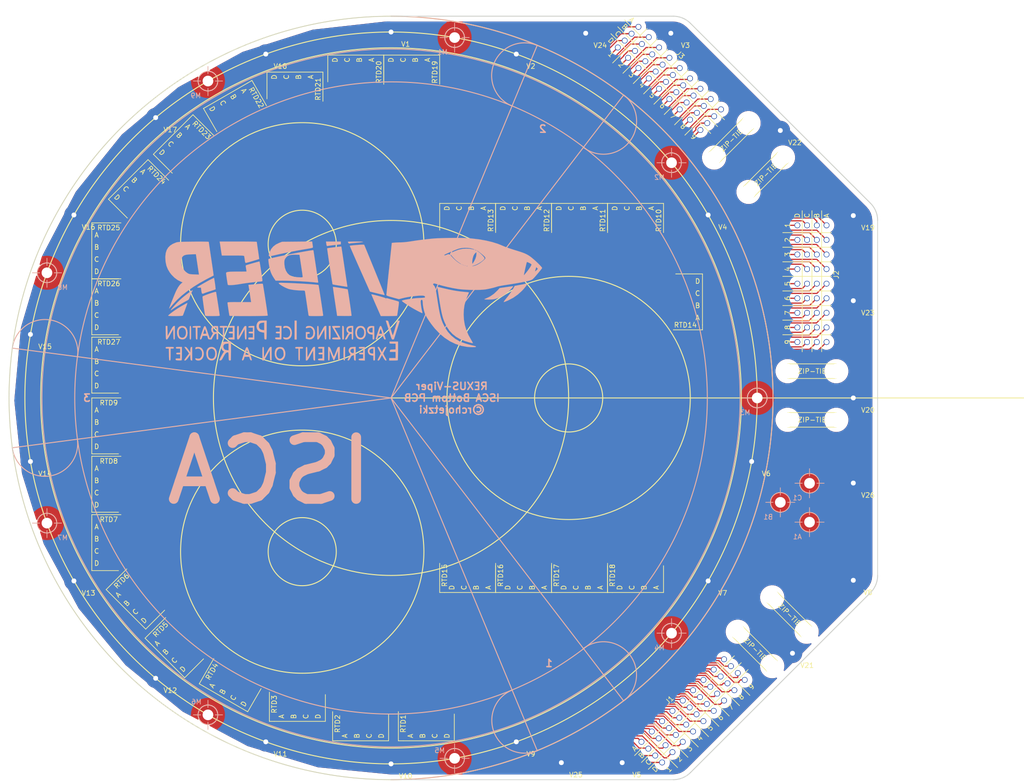
<source format=kicad_pcb>
(kicad_pcb (version 4) (host pcbnew 4.0.6)
  (layers (0 F.Cu signal) (31 B.Cu signal) (34 B.Paste user) (35 F.Paste user) (36 B.SilkS user) (37 F.SilkS user) (38 B.Mask user) (39 F.Mask user) (44 Edge.Cuts user))
  (net 0 "")
  (net 1 "Net-(J1-Pad1)")
  (net 2 "Net-(J1-Pad2)")
  (net 3 "Net-(J1-Pad3)")
  (net 4 "Net-(J1-Pad4)")
  (net 5 "Net-(J1-Pad5)")
  (net 6 "Net-(J1-Pad6)")
  (net 7 "Net-(J1-Pad7)")
  (net 8 "Net-(J1-Pad8)")
  (net 9 "Net-(J1-Pad9)")
  (net 10 "Net-(J1-Pad10)")
  (net 11 "Net-(J1-Pad11)")
  (net 12 "Net-(J1-Pad12)")
  (net 13 "Net-(J1-Pad13)")
  (net 14 "Net-(J1-Pad14)")
  (net 15 "Net-(J1-Pad15)")
  (net 16 "Net-(J1-Pad16)")
  (net 17 "Net-(J1-Pad17)")
  (net 18 "Net-(J1-Pad18)")
  (net 19 "Net-(J1-Pad19)")
  (net 20 "Net-(J1-Pad20)")
  (net 21 "Net-(J1-Pad21)")
  (net 22 "Net-(J1-Pad22)")
  (net 23 "Net-(J1-Pad23)")
  (net 24 "Net-(J1-Pad24)")
  (net 25 "Net-(J1-Pad25)")
  (net 26 "Net-(J1-Pad26)")
  (net 27 "Net-(J1-Pad27)")
  (net 28 "Net-(J1-Pad28)")
  (net 29 "Net-(J1-Pad29)")
  (net 30 "Net-(J1-Pad30)")
  (net 31 "Net-(J1-Pad31)")
  (net 32 "Net-(J1-Pad32)")
  (net 33 "Net-(J1-Pad33)")
  (net 34 "Net-(J1-Pad34)")
  (net 35 "Net-(J1-Pad35)")
  (net 36 "Net-(J1-Pad36)")
  (net 37 "Net-(J2-Pad1)")
  (net 38 "Net-(J2-Pad2)")
  (net 39 "Net-(J2-Pad3)")
  (net 40 "Net-(J2-Pad4)")
  (net 41 "Net-(J2-Pad5)")
  (net 42 "Net-(J2-Pad6)")
  (net 43 "Net-(J2-Pad7)")
  (net 44 "Net-(J2-Pad8)")
  (net 45 "Net-(J2-Pad9)")
  (net 46 "Net-(J2-Pad10)")
  (net 47 "Net-(J2-Pad11)")
  (net 48 "Net-(J2-Pad12)")
  (net 49 "Net-(J2-Pad13)")
  (net 50 "Net-(J2-Pad14)")
  (net 51 "Net-(J2-Pad15)")
  (net 52 "Net-(J2-Pad16)")
  (net 53 "Net-(J2-Pad17)")
  (net 54 "Net-(J2-Pad18)")
  (net 55 "Net-(J2-Pad19)")
  (net 56 "Net-(J2-Pad20)")
  (net 57 "Net-(J2-Pad21)")
  (net 58 "Net-(J2-Pad22)")
  (net 59 "Net-(J2-Pad23)")
  (net 60 "Net-(J2-Pad24)")
  (net 61 "Net-(J2-Pad25)")
  (net 62 "Net-(J2-Pad26)")
  (net 63 "Net-(J2-Pad27)")
  (net 64 "Net-(J2-Pad28)")
  (net 65 "Net-(J2-Pad29)")
  (net 66 "Net-(J2-Pad30)")
  (net 67 "Net-(J2-Pad31)")
  (net 68 "Net-(J2-Pad32)")
  (net 69 "Net-(J2-Pad33)")
  (net 70 "Net-(J2-Pad34)")
  (net 71 "Net-(J2-Pad35)")
  (net 72 "Net-(J2-Pad36)")
  (net 73 "Net-(J3-Pad1)")
  (net 74 "Net-(J3-Pad2)")
  (net 75 "Net-(J3-Pad3)")
  (net 76 "Net-(J3-Pad4)")
  (net 77 "Net-(J3-Pad5)")
  (net 78 "Net-(J3-Pad6)")
  (net 79 "Net-(J3-Pad7)")
  (net 80 "Net-(J3-Pad8)")
  (net 81 "Net-(J3-Pad9)")
  (net 82 "Net-(J3-Pad10)")
  (net 83 "Net-(J3-Pad11)")
  (net 84 "Net-(J3-Pad12)")
  (net 85 "Net-(J3-Pad13)")
  (net 86 "Net-(J3-Pad14)")
  (net 87 "Net-(J3-Pad15)")
  (net 88 "Net-(J3-Pad16)")
  (net 89 "Net-(J3-Pad17)")
  (net 90 "Net-(J3-Pad18)")
  (net 91 "Net-(J3-Pad19)")
  (net 92 "Net-(J3-Pad20)")
  (net 93 "Net-(J3-Pad21)")
  (net 94 "Net-(J3-Pad22)")
  (net 95 "Net-(J3-Pad23)")
  (net 96 "Net-(J3-Pad24)")
  (net 97 "Net-(J3-Pad25)")
  (net 98 "Net-(J3-Pad26)")
  (net 99 "Net-(J3-Pad27)")
  (net 100 "Net-(J3-Pad28)")
  (net 101 "Net-(J3-Pad29)")
  (net 102 "Net-(J3-Pad30)")
  (net 103 "Net-(J3-Pad31)")
  (net 104 "Net-(J3-Pad32)")
  (net 105 "Net-(J3-Pad33)")
  (net 106 "Net-(J3-Pad34)")
  (net 107 "Net-(J3-Pad35)")
  (net 108 "Net-(J3-Pad36)")
  (net 109 /GND)
  (module footprints:4wire_SMDsolder_reverse (layer F.Cu) (at 197 136.5 90)
    (fp_text reference RTD18 (at 0 -1.5 90) (layer F.SilkS))
    (fp_text value RTD_4WIRE)
    (fp_text user D (at -2.5 0 90) (layer F.SilkS))
    (fp_text user C (at -2.5 2.5 90) (layer F.SilkS))
    (fp_text user B (at -2.5 5 90) (layer F.SilkS))
    (fp_text user A (at -2.5 7.5 90) (layer F.SilkS))
    (pad 1 smd rect (at 0 7.5 90) (size 3 1.5) (layers F.Cu F.Paste F.Mask) (net 69 "Net-(J2-Pad33)"))
    (pad 2 smd rect (at 0 5 90) (size 3 1.5) (layers F.Cu F.Paste F.Mask) (net 70 "Net-(J2-Pad34)"))
    (pad 3 smd rect (at 0 2.5 90) (size 3 1.5) (layers F.Cu F.Paste F.Mask) (net 71 "Net-(J2-Pad35)"))
    (pad 4 smd rect (at 0 0 90) (size 3 1.5) (layers F.Cu F.Paste F.Mask) (net 72 "Net-(J2-Pad36)"))
  )
  (module footprints:36wire014mm2 (layer F.Cu) (at 201.464466 170.707107 45)
    (fp_text reference J1 (at 10.16 -2 45) (layer F.SilkS))
    (fp_text value CONN_01X36)
    (fp_text user ZIP-TIE (at 30 3 135) (layer F.SilkS))
    (fp_text user 9 (at 24 8 45) (layer F.SilkS))
    (fp_text user 8 (at 21 8 45) (layer F.SilkS))
    (fp_text user 7 (at 18 8 45) (layer F.SilkS))
    (fp_text user 6 (at 15 8 45) (layer F.SilkS))
    (fp_text user 5 (at 12 8 45) (layer F.SilkS))
    (fp_text user 4 (at 9 8 45) (layer F.SilkS))
    (fp_text user 3 (at 6 8 45) (layer F.SilkS))
    (fp_text user 2 (at 3 8 45) (layer F.SilkS))
    (fp_text user 1 (at 0 8 45) (layer F.SilkS))
    (fp_text user D (at -2 6 45) (layer F.SilkS))
    (fp_text user C (at -2 4 45) (layer F.SilkS))
    (fp_text user B (at -2 2 45) (layer F.SilkS))
    (fp_text user A (at -2 0 45) (layer F.SilkS))
    (fp_text user ZIP-TIE (at 40 3 135) (layer F.SilkS))
    (pad 1 thru_hole circle (at 0 0 45) (size 1.2 1.2) (drill 0.9) (layers *.Cu *.Mask) (net 1 "Net-(J1-Pad1)"))
    (pad 2 thru_hole circle (at 0 2 45) (size 1.2 1.2) (drill 0.9) (layers *.Cu *.Mask) (net 2 "Net-(J1-Pad2)"))
    (pad 3 thru_hole circle (at 0 4 45) (size 1.2 1.2) (drill 0.9) (layers *.Cu *.Mask) (net 3 "Net-(J1-Pad3)"))
    (pad 4 thru_hole circle (at 0 6 45) (size 1.2 1.2) (drill 0.9) (layers *.Cu *.Mask) (net 4 "Net-(J1-Pad4)"))
    (pad 5 thru_hole circle (at 3 0 45) (size 1.2 1.2) (drill 0.9) (layers *.Cu *.Mask) (net 5 "Net-(J1-Pad5)"))
    (pad 6 thru_hole circle (at 3 2 45) (size 1.2 1.2) (drill 0.9) (layers *.Cu *.Mask) (net 6 "Net-(J1-Pad6)"))
    (pad 7 thru_hole circle (at 3 4 45) (size 1.2 1.2) (drill 0.9) (layers *.Cu *.Mask) (net 7 "Net-(J1-Pad7)"))
    (pad 8 thru_hole circle (at 3 6 45) (size 1.2 1.2) (drill 0.9) (layers *.Cu *.Mask) (net 8 "Net-(J1-Pad8)"))
    (pad 9 thru_hole circle (at 6 0 45) (size 1.2 1.2) (drill 0.9) (layers *.Cu *.Mask) (net 9 "Net-(J1-Pad9)"))
    (pad 10 thru_hole circle (at 6 2 45) (size 1.2 1.2) (drill 0.9) (layers *.Cu *.Mask) (net 10 "Net-(J1-Pad10)"))
    (pad 11 thru_hole circle (at 6 4 45) (size 1.2 1.2) (drill 0.9) (layers *.Cu *.Mask) (net 11 "Net-(J1-Pad11)"))
    (pad 12 thru_hole circle (at 6 6 45) (size 1.2 1.2) (drill 0.9) (layers *.Cu *.Mask) (net 12 "Net-(J1-Pad12)"))
    (pad 13 thru_hole circle (at 9 0 45) (size 1.2 1.2) (drill 0.9) (layers *.Cu *.Mask) (net 13 "Net-(J1-Pad13)"))
    (pad 14 thru_hole circle (at 9 2 45) (size 1.2 1.2) (drill 0.9) (layers *.Cu *.Mask) (net 14 "Net-(J1-Pad14)"))
    (pad 15 thru_hole circle (at 9 4 45) (size 1.2 1.2) (drill 0.9) (layers *.Cu *.Mask) (net 15 "Net-(J1-Pad15)"))
    (pad 16 thru_hole circle (at 9 6 45) (size 1.2 1.2) (drill 0.9) (layers *.Cu *.Mask) (net 16 "Net-(J1-Pad16)"))
    (pad 17 thru_hole circle (at 12 0 45) (size 1.2 1.2) (drill 0.9) (layers *.Cu *.Mask) (net 17 "Net-(J1-Pad17)"))
    (pad 18 thru_hole circle (at 12 2 45) (size 1.2 1.2) (drill 0.9) (layers *.Cu *.Mask) (net 18 "Net-(J1-Pad18)"))
    (pad 19 thru_hole circle (at 12 4 45) (size 1.2 1.2) (drill 0.9) (layers *.Cu *.Mask) (net 19 "Net-(J1-Pad19)"))
    (pad 20 thru_hole circle (at 12 6 45) (size 1.2 1.2) (drill 0.9) (layers *.Cu *.Mask) (net 20 "Net-(J1-Pad20)"))
    (pad 21 thru_hole circle (at 15 0 45) (size 1.2 1.2) (drill 0.9) (layers *.Cu *.Mask) (net 21 "Net-(J1-Pad21)"))
    (pad 22 thru_hole circle (at 15 2 45) (size 1.2 1.2) (drill 0.9) (layers *.Cu *.Mask) (net 22 "Net-(J1-Pad22)"))
    (pad 23 thru_hole circle (at 15 4 45) (size 1.2 1.2) (drill 0.9) (layers *.Cu *.Mask) (net 23 "Net-(J1-Pad23)"))
    (pad 24 thru_hole circle (at 15 6 45) (size 1.2 1.2) (drill 0.9) (layers *.Cu *.Mask) (net 24 "Net-(J1-Pad24)"))
    (pad 25 thru_hole circle (at 18 0 45) (size 1.2 1.2) (drill 0.9) (layers *.Cu *.Mask) (net 25 "Net-(J1-Pad25)"))
    (pad 26 thru_hole circle (at 18 2 45) (size 1.2 1.2) (drill 0.9) (layers *.Cu *.Mask) (net 26 "Net-(J1-Pad26)"))
    (pad 27 thru_hole circle (at 18 4 45) (size 1.2 1.2) (drill 0.9) (layers *.Cu *.Mask) (net 27 "Net-(J1-Pad27)"))
    (pad 28 thru_hole circle (at 18 6 45) (size 1.2 1.2) (drill 0.9) (layers *.Cu *.Mask) (net 28 "Net-(J1-Pad28)"))
    (pad 29 thru_hole circle (at 21 0 45) (size 1.2 1.2) (drill 0.9) (layers *.Cu *.Mask) (net 29 "Net-(J1-Pad29)"))
    (pad 30 thru_hole circle (at 21 2 45) (size 1.2 1.2) (drill 0.9) (layers *.Cu *.Mask) (net 30 "Net-(J1-Pad30)"))
    (pad 31 thru_hole circle (at 21 4 45) (size 1.2 1.2) (drill 0.9) (layers *.Cu *.Mask) (net 31 "Net-(J1-Pad31)"))
    (pad 32 thru_hole circle (at 21 6 45) (size 1.2 1.2) (drill 0.9) (layers *.Cu *.Mask) (net 32 "Net-(J1-Pad32)"))
    (pad 33 thru_hole circle (at 24 0 45) (size 1.2 1.2) (drill 0.9) (layers *.Cu *.Mask) (net 33 "Net-(J1-Pad33)"))
    (pad 34 thru_hole circle (at 24 2 45) (size 1.2 1.2) (drill 0.9) (layers *.Cu *.Mask) (net 34 "Net-(J1-Pad34)"))
    (pad 35 thru_hole circle (at 24 4 45) (size 1.2 1.2) (drill 0.9) (layers *.Cu *.Mask) (net 35 "Net-(J1-Pad35)"))
    (pad 36 thru_hole circle (at 24 6 45) (size 1.2 1.2) (drill 0.9) (layers *.Cu *.Mask) (net 36 "Net-(J1-Pad36)"))
    (pad "" np_thru_hole circle (at 30 -2 45) (size 3 3) (drill 3) (layers *.Cu *.Mask))
    (pad "" np_thru_hole circle (at 30 8 45) (size 3 3) (drill 3) (layers *.Cu *.Mask))
    (pad "" np_thru_hole circle (at 40 -2 45) (size 3 3) (drill 3) (layers *.Cu *.Mask))
    (pad "" np_thru_hole circle (at 40 8 45) (size 3 3) (drill 3) (layers *.Cu *.Mask))
  )
  (module footprints:4wire_SMDsolder (layer F.Cu) (at 140.5 167 90)
    (fp_text reference RTD2 (at 0 -1.5 90) (layer F.SilkS))
    (fp_text value RTD_4WIRE)
    (fp_text user D (at -2.5 7.5 90) (layer F.SilkS))
    (fp_text user C (at -2.5 5 90) (layer F.SilkS))
    (fp_text user B (at -2.5 2.5 90) (layer F.SilkS))
    (fp_text user A (at -2.5 0 90) (layer F.SilkS))
    (pad 1 smd rect (at 0 0 90) (size 3 1.5) (layers F.Cu F.Paste F.Mask) (net 5 "Net-(J1-Pad5)"))
    (pad 2 smd rect (at 0 2.5 90) (size 3 1.5) (layers F.Cu F.Paste F.Mask) (net 6 "Net-(J1-Pad6)"))
    (pad 3 smd rect (at 0 5 90) (size 3 1.5) (layers F.Cu F.Paste F.Mask) (net 7 "Net-(J1-Pad7)"))
    (pad 4 smd rect (at 0 7.5 90) (size 3 1.5) (layers F.Cu F.Paste F.Mask) (net 8 "Net-(J1-Pad8)"))
  )
  (module footprints:4wire_SMDsolder (layer F.Cu) (at 121 39 300)
    (fp_text reference RTD22 (at 0 -1.5 300) (layer F.SilkS))
    (fp_text value RTD_4WIRE)
    (fp_text user D (at -2.5 7.5 300) (layer F.SilkS))
    (fp_text user C (at -2.5 5 300) (layer F.SilkS))
    (fp_text user B (at -2.5 2.5 300) (layer F.SilkS))
    (fp_text user A (at -2.5 0 300) (layer F.SilkS))
    (pad 1 smd rect (at 0 0 300) (size 3 1.5) (layers F.Cu F.Paste F.Mask) (net 85 "Net-(J3-Pad13)"))
    (pad 2 smd rect (at 0 2.5 300) (size 3 1.5) (layers F.Cu F.Paste F.Mask) (net 86 "Net-(J3-Pad14)"))
    (pad 3 smd rect (at 0 5 300) (size 3 1.5) (layers F.Cu F.Paste F.Mask) (net 87 "Net-(J3-Pad15)"))
    (pad 4 smd rect (at 0 7.5 300) (size 3 1.5) (layers F.Cu F.Paste F.Mask) (net 88 "Net-(J3-Pad16)"))
  )
  (module footprints:36wire014mm2 (layer F.Cu) (at 239.5 64.5 270)
    (fp_text reference J2 (at 10.16 -2 270) (layer F.SilkS))
    (fp_text value CONN_01X36)
    (fp_text user ZIP-TIE (at 30 3 360) (layer F.SilkS))
    (fp_text user 9 (at 24 8 270) (layer F.SilkS))
    (fp_text user 8 (at 21 8 270) (layer F.SilkS))
    (fp_text user 7 (at 18 8 270) (layer F.SilkS))
    (fp_text user 6 (at 15 8 270) (layer F.SilkS))
    (fp_text user 5 (at 12 8 270) (layer F.SilkS))
    (fp_text user 4 (at 9 8 270) (layer F.SilkS))
    (fp_text user 3 (at 6 8 270) (layer F.SilkS))
    (fp_text user 2 (at 3 8 270) (layer F.SilkS))
    (fp_text user 1 (at 0 8 270) (layer F.SilkS))
    (fp_text user D (at -2 6 270) (layer F.SilkS))
    (fp_text user C (at -2 4 270) (layer F.SilkS))
    (fp_text user B (at -2 2 270) (layer F.SilkS))
    (fp_text user A (at -2 0 270) (layer F.SilkS))
    (fp_text user ZIP-TIE (at 40 3 360) (layer F.SilkS))
    (pad 1 thru_hole circle (at 0 0 270) (size 1.2 1.2) (drill 0.9) (layers *.Cu *.Mask) (net 37 "Net-(J2-Pad1)"))
    (pad 2 thru_hole circle (at 0 2 270) (size 1.2 1.2) (drill 0.9) (layers *.Cu *.Mask) (net 38 "Net-(J2-Pad2)"))
    (pad 3 thru_hole circle (at 0 4 270) (size 1.2 1.2) (drill 0.9) (layers *.Cu *.Mask) (net 39 "Net-(J2-Pad3)"))
    (pad 4 thru_hole circle (at 0 6 270) (size 1.2 1.2) (drill 0.9) (layers *.Cu *.Mask) (net 40 "Net-(J2-Pad4)"))
    (pad 5 thru_hole circle (at 3 0 270) (size 1.2 1.2) (drill 0.9) (layers *.Cu *.Mask) (net 41 "Net-(J2-Pad5)"))
    (pad 6 thru_hole circle (at 3 2 270) (size 1.2 1.2) (drill 0.9) (layers *.Cu *.Mask) (net 42 "Net-(J2-Pad6)"))
    (pad 7 thru_hole circle (at 3 4 270) (size 1.2 1.2) (drill 0.9) (layers *.Cu *.Mask) (net 43 "Net-(J2-Pad7)"))
    (pad 8 thru_hole circle (at 3 6 270) (size 1.2 1.2) (drill 0.9) (layers *.Cu *.Mask) (net 44 "Net-(J2-Pad8)"))
    (pad 9 thru_hole circle (at 6 0 270) (size 1.2 1.2) (drill 0.9) (layers *.Cu *.Mask) (net 45 "Net-(J2-Pad9)"))
    (pad 10 thru_hole circle (at 6 2 270) (size 1.2 1.2) (drill 0.9) (layers *.Cu *.Mask) (net 46 "Net-(J2-Pad10)"))
    (pad 11 thru_hole circle (at 6 4 270) (size 1.2 1.2) (drill 0.9) (layers *.Cu *.Mask) (net 47 "Net-(J2-Pad11)"))
    (pad 12 thru_hole circle (at 6 6 270) (size 1.2 1.2) (drill 0.9) (layers *.Cu *.Mask) (net 48 "Net-(J2-Pad12)"))
    (pad 13 thru_hole circle (at 9 0 270) (size 1.2 1.2) (drill 0.9) (layers *.Cu *.Mask) (net 49 "Net-(J2-Pad13)"))
    (pad 14 thru_hole circle (at 9 2 270) (size 1.2 1.2) (drill 0.9) (layers *.Cu *.Mask) (net 50 "Net-(J2-Pad14)"))
    (pad 15 thru_hole circle (at 9 4 270) (size 1.2 1.2) (drill 0.9) (layers *.Cu *.Mask) (net 51 "Net-(J2-Pad15)"))
    (pad 16 thru_hole circle (at 9 6 270) (size 1.2 1.2) (drill 0.9) (layers *.Cu *.Mask) (net 52 "Net-(J2-Pad16)"))
    (pad 17 thru_hole circle (at 12 0 270) (size 1.2 1.2) (drill 0.9) (layers *.Cu *.Mask) (net 53 "Net-(J2-Pad17)"))
    (pad 18 thru_hole circle (at 12 2 270) (size 1.2 1.2) (drill 0.9) (layers *.Cu *.Mask) (net 54 "Net-(J2-Pad18)"))
    (pad 19 thru_hole circle (at 12 4 270) (size 1.2 1.2) (drill 0.9) (layers *.Cu *.Mask) (net 55 "Net-(J2-Pad19)"))
    (pad 20 thru_hole circle (at 12 6 270) (size 1.2 1.2) (drill 0.9) (layers *.Cu *.Mask) (net 56 "Net-(J2-Pad20)"))
    (pad 21 thru_hole circle (at 15 0 270) (size 1.2 1.2) (drill 0.9) (layers *.Cu *.Mask) (net 57 "Net-(J2-Pad21)"))
    (pad 22 thru_hole circle (at 15 2 270) (size 1.2 1.2) (drill 0.9) (layers *.Cu *.Mask) (net 58 "Net-(J2-Pad22)"))
    (pad 23 thru_hole circle (at 15 4 270) (size 1.2 1.2) (drill 0.9) (layers *.Cu *.Mask) (net 59 "Net-(J2-Pad23)"))
    (pad 24 thru_hole circle (at 15 6 270) (size 1.2 1.2) (drill 0.9) (layers *.Cu *.Mask) (net 60 "Net-(J2-Pad24)"))
    (pad 25 thru_hole circle (at 18 0 270) (size 1.2 1.2) (drill 0.9) (layers *.Cu *.Mask) (net 61 "Net-(J2-Pad25)"))
    (pad 26 thru_hole circle (at 18 2 270) (size 1.2 1.2) (drill 0.9) (layers *.Cu *.Mask) (net 62 "Net-(J2-Pad26)"))
    (pad 27 thru_hole circle (at 18 4 270) (size 1.2 1.2) (drill 0.9) (layers *.Cu *.Mask) (net 63 "Net-(J2-Pad27)"))
    (pad 28 thru_hole circle (at 18 6 270) (size 1.2 1.2) (drill 0.9) (layers *.Cu *.Mask) (net 64 "Net-(J2-Pad28)"))
    (pad 29 thru_hole circle (at 21 0 270) (size 1.2 1.2) (drill 0.9) (layers *.Cu *.Mask) (net 65 "Net-(J2-Pad29)"))
    (pad 30 thru_hole circle (at 21 2 270) (size 1.2 1.2) (drill 0.9) (layers *.Cu *.Mask) (net 66 "Net-(J2-Pad30)"))
    (pad 31 thru_hole circle (at 21 4 270) (size 1.2 1.2) (drill 0.9) (layers *.Cu *.Mask) (net 67 "Net-(J2-Pad31)"))
    (pad 32 thru_hole circle (at 21 6 270) (size 1.2 1.2) (drill 0.9) (layers *.Cu *.Mask) (net 68 "Net-(J2-Pad32)"))
    (pad 33 thru_hole circle (at 24 0 270) (size 1.2 1.2) (drill 0.9) (layers *.Cu *.Mask) (net 69 "Net-(J2-Pad33)"))
    (pad 34 thru_hole circle (at 24 2 270) (size 1.2 1.2) (drill 0.9) (layers *.Cu *.Mask) (net 70 "Net-(J2-Pad34)"))
    (pad 35 thru_hole circle (at 24 4 270) (size 1.2 1.2) (drill 0.9) (layers *.Cu *.Mask) (net 71 "Net-(J2-Pad35)"))
    (pad 36 thru_hole circle (at 24 6 270) (size 1.2 1.2) (drill 0.9) (layers *.Cu *.Mask) (net 72 "Net-(J2-Pad36)"))
    (pad "" np_thru_hole circle (at 30 -2 270) (size 3 3) (drill 3) (layers *.Cu *.Mask))
    (pad "" np_thru_hole circle (at 30 8 270) (size 3 3) (drill 3) (layers *.Cu *.Mask))
    (pad "" np_thru_hole circle (at 40 -2 270) (size 3 3) (drill 3) (layers *.Cu *.Mask))
    (pad "" np_thru_hole circle (at 40 8 270) (size 3 3) (drill 3) (layers *.Cu *.Mask))
  )
  (module footprints:36wire014mm2 (layer F.Cu) (at 200.843146 23.686292 315)
    (fp_text reference J3 (at 10.16 -2 315) (layer F.SilkS))
    (fp_text value CONN_01X36)
    (fp_text user ZIP-TIE (at 30 3 405) (layer F.SilkS))
    (fp_text user 9 (at 24 8 315) (layer F.SilkS))
    (fp_text user 8 (at 21 8 315) (layer F.SilkS))
    (fp_text user 7 (at 18 8 315) (layer F.SilkS))
    (fp_text user 6 (at 15 8 315) (layer F.SilkS))
    (fp_text user 5 (at 12 8 315) (layer F.SilkS))
    (fp_text user 4 (at 9 8 315) (layer F.SilkS))
    (fp_text user 3 (at 6 8 315) (layer F.SilkS))
    (fp_text user 2 (at 3 8 315) (layer F.SilkS))
    (fp_text user 1 (at 0 8 315) (layer F.SilkS))
    (fp_text user D (at -2 6 315) (layer F.SilkS))
    (fp_text user C (at -2 4 315) (layer F.SilkS))
    (fp_text user B (at -2 2 315) (layer F.SilkS))
    (fp_text user A (at -2 0 315) (layer F.SilkS))
    (fp_text user ZIP-TIE (at 40 3 405) (layer F.SilkS))
    (pad 1 thru_hole circle (at 0 0 315) (size 1.2 1.2) (drill 0.9) (layers *.Cu *.Mask) (net 73 "Net-(J3-Pad1)"))
    (pad 2 thru_hole circle (at 0 2 315) (size 1.2 1.2) (drill 0.9) (layers *.Cu *.Mask) (net 74 "Net-(J3-Pad2)"))
    (pad 3 thru_hole circle (at 0 4 315) (size 1.2 1.2) (drill 0.9) (layers *.Cu *.Mask) (net 75 "Net-(J3-Pad3)"))
    (pad 4 thru_hole circle (at 0 6 315) (size 1.2 1.2) (drill 0.9) (layers *.Cu *.Mask) (net 76 "Net-(J3-Pad4)"))
    (pad 5 thru_hole circle (at 3 0 315) (size 1.2 1.2) (drill 0.9) (layers *.Cu *.Mask) (net 77 "Net-(J3-Pad5)"))
    (pad 6 thru_hole circle (at 3 2 315) (size 1.2 1.2) (drill 0.9) (layers *.Cu *.Mask) (net 78 "Net-(J3-Pad6)"))
    (pad 7 thru_hole circle (at 3 4 315) (size 1.2 1.2) (drill 0.9) (layers *.Cu *.Mask) (net 79 "Net-(J3-Pad7)"))
    (pad 8 thru_hole circle (at 3 6 315) (size 1.2 1.2) (drill 0.9) (layers *.Cu *.Mask) (net 80 "Net-(J3-Pad8)"))
    (pad 9 thru_hole circle (at 6 0 315) (size 1.2 1.2) (drill 0.9) (layers *.Cu *.Mask) (net 81 "Net-(J3-Pad9)"))
    (pad 10 thru_hole circle (at 6 2 315) (size 1.2 1.2) (drill 0.9) (layers *.Cu *.Mask) (net 82 "Net-(J3-Pad10)"))
    (pad 11 thru_hole circle (at 6 4 315) (size 1.2 1.2) (drill 0.9) (layers *.Cu *.Mask) (net 83 "Net-(J3-Pad11)"))
    (pad 12 thru_hole circle (at 6 6 315) (size 1.2 1.2) (drill 0.9) (layers *.Cu *.Mask) (net 84 "Net-(J3-Pad12)"))
    (pad 13 thru_hole circle (at 9 0 315) (size 1.2 1.2) (drill 0.9) (layers *.Cu *.Mask) (net 85 "Net-(J3-Pad13)"))
    (pad 14 thru_hole circle (at 9 2 315) (size 1.2 1.2) (drill 0.9) (layers *.Cu *.Mask) (net 86 "Net-(J3-Pad14)"))
    (pad 15 thru_hole circle (at 9 4 315) (size 1.2 1.2) (drill 0.9) (layers *.Cu *.Mask) (net 87 "Net-(J3-Pad15)"))
    (pad 16 thru_hole circle (at 9 6 315) (size 1.2 1.2) (drill 0.9) (layers *.Cu *.Mask) (net 88 "Net-(J3-Pad16)"))
    (pad 17 thru_hole circle (at 12 0 315) (size 1.2 1.2) (drill 0.9) (layers *.Cu *.Mask) (net 89 "Net-(J3-Pad17)"))
    (pad 18 thru_hole circle (at 12 2 315) (size 1.2 1.2) (drill 0.9) (layers *.Cu *.Mask) (net 90 "Net-(J3-Pad18)"))
    (pad 19 thru_hole circle (at 12 4 315) (size 1.2 1.2) (drill 0.9) (layers *.Cu *.Mask) (net 91 "Net-(J3-Pad19)"))
    (pad 20 thru_hole circle (at 12 6 315) (size 1.2 1.2) (drill 0.9) (layers *.Cu *.Mask) (net 92 "Net-(J3-Pad20)"))
    (pad 21 thru_hole circle (at 15 0 315) (size 1.2 1.2) (drill 0.9) (layers *.Cu *.Mask) (net 93 "Net-(J3-Pad21)"))
    (pad 22 thru_hole circle (at 15 2 315) (size 1.2 1.2) (drill 0.9) (layers *.Cu *.Mask) (net 94 "Net-(J3-Pad22)"))
    (pad 23 thru_hole circle (at 15 4 315) (size 1.2 1.2) (drill 0.9) (layers *.Cu *.Mask) (net 95 "Net-(J3-Pad23)"))
    (pad 24 thru_hole circle (at 15 6 315) (size 1.2 1.2) (drill 0.9) (layers *.Cu *.Mask) (net 96 "Net-(J3-Pad24)"))
    (pad 25 thru_hole circle (at 18 0 315) (size 1.2 1.2) (drill 0.9) (layers *.Cu *.Mask) (net 97 "Net-(J3-Pad25)"))
    (pad 26 thru_hole circle (at 18 2 315) (size 1.2 1.2) (drill 0.9) (layers *.Cu *.Mask) (net 98 "Net-(J3-Pad26)"))
    (pad 27 thru_hole circle (at 18 4 315) (size 1.2 1.2) (drill 0.9) (layers *.Cu *.Mask) (net 99 "Net-(J3-Pad27)"))
    (pad 28 thru_hole circle (at 18 6 315) (size 1.2 1.2) (drill 0.9) (layers *.Cu *.Mask) (net 100 "Net-(J3-Pad28)"))
    (pad 29 thru_hole circle (at 21 0 315) (size 1.2 1.2) (drill 0.9) (layers *.Cu *.Mask) (net 101 "Net-(J3-Pad29)"))
    (pad 30 thru_hole circle (at 21 2 315) (size 1.2 1.2) (drill 0.9) (layers *.Cu *.Mask) (net 102 "Net-(J3-Pad30)"))
    (pad 31 thru_hole circle (at 21 4 315) (size 1.2 1.2) (drill 0.9) (layers *.Cu *.Mask) (net 103 "Net-(J3-Pad31)"))
    (pad 32 thru_hole circle (at 21 6 315) (size 1.2 1.2) (drill 0.9) (layers *.Cu *.Mask) (net 104 "Net-(J3-Pad32)"))
    (pad 33 thru_hole circle (at 24 0 315) (size 1.2 1.2) (drill 0.9) (layers *.Cu *.Mask) (net 105 "Net-(J3-Pad33)"))
    (pad 34 thru_hole circle (at 24 2 315) (size 1.2 1.2) (drill 0.9) (layers *.Cu *.Mask) (net 106 "Net-(J3-Pad34)"))
    (pad 35 thru_hole circle (at 24 4 315) (size 1.2 1.2) (drill 0.9) (layers *.Cu *.Mask) (net 107 "Net-(J3-Pad35)"))
    (pad 36 thru_hole circle (at 24 6 315) (size 1.2 1.2) (drill 0.9) (layers *.Cu *.Mask) (net 108 "Net-(J3-Pad36)"))
    (pad "" np_thru_hole circle (at 30 -2 315) (size 3 3) (drill 3) (layers *.Cu *.Mask))
    (pad "" np_thru_hole circle (at 30 8 315) (size 3 3) (drill 3) (layers *.Cu *.Mask))
    (pad "" np_thru_hole circle (at 40 -2 315) (size 3 3) (drill 3) (layers *.Cu *.Mask))
    (pad "" np_thru_hole circle (at 40 8 315) (size 3 3) (drill 3) (layers *.Cu *.Mask))
  )
  (module footprints:4wire_SMDsolder (layer F.Cu) (at 154 167 90)
    (fp_text reference RTD1 (at 0 -1.5 90) (layer F.SilkS))
    (fp_text value RTD_4WIRE)
    (fp_text user D (at -2.5 7.5 90) (layer F.SilkS))
    (fp_text user C (at -2.5 5 90) (layer F.SilkS))
    (fp_text user B (at -2.5 2.5 90) (layer F.SilkS))
    (fp_text user A (at -2.5 0 90) (layer F.SilkS))
    (pad 1 smd rect (at 0 0 90) (size 3 1.5) (layers F.Cu F.Paste F.Mask) (net 1 "Net-(J1-Pad1)"))
    (pad 2 smd rect (at 0 2.5 90) (size 3 1.5) (layers F.Cu F.Paste F.Mask) (net 2 "Net-(J1-Pad2)"))
    (pad 3 smd rect (at 0 5 90) (size 3 1.5) (layers F.Cu F.Paste F.Mask) (net 3 "Net-(J1-Pad3)"))
    (pad 4 smd rect (at 0 7.5 90) (size 3 1.5) (layers F.Cu F.Paste F.Mask) (net 4 "Net-(J1-Pad4)"))
  )
  (module footprints:4wire_SMDsolder (layer F.Cu) (at 127.5 163 90)
    (fp_text reference RTD3 (at 0 -1.5 90) (layer F.SilkS))
    (fp_text value RTD_4WIRE)
    (fp_text user D (at -2.5 7.5 90) (layer F.SilkS))
    (fp_text user C (at -2.5 5 90) (layer F.SilkS))
    (fp_text user B (at -2.5 2.5 90) (layer F.SilkS))
    (fp_text user A (at -2.5 0 90) (layer F.SilkS))
    (pad 1 smd rect (at 0 0 90) (size 3 1.5) (layers F.Cu F.Paste F.Mask) (net 9 "Net-(J1-Pad9)"))
    (pad 2 smd rect (at 0 2.5 90) (size 3 1.5) (layers F.Cu F.Paste F.Mask) (net 10 "Net-(J1-Pad10)"))
    (pad 3 smd rect (at 0 5 90) (size 3 1.5) (layers F.Cu F.Paste F.Mask) (net 11 "Net-(J1-Pad11)"))
    (pad 4 smd rect (at 0 7.5 90) (size 3 1.5) (layers F.Cu F.Paste F.Mask) (net 12 "Net-(J1-Pad12)"))
  )
  (module footprints:4wire_SMDsolder (layer F.Cu) (at 114.5 157 60)
    (fp_text reference RTD4 (at 0 -1.5 60) (layer F.SilkS))
    (fp_text value RTD_4WIRE)
    (fp_text user D (at -2.5 7.5 60) (layer F.SilkS))
    (fp_text user C (at -2.5 5 60) (layer F.SilkS))
    (fp_text user B (at -2.5 2.5 60) (layer F.SilkS))
    (fp_text user A (at -2.5 0 60) (layer F.SilkS))
    (pad 1 smd rect (at 0 0 60) (size 3 1.5) (layers F.Cu F.Paste F.Mask) (net 13 "Net-(J1-Pad13)"))
    (pad 2 smd rect (at 0 2.5 60) (size 3 1.5) (layers F.Cu F.Paste F.Mask) (net 14 "Net-(J1-Pad14)"))
    (pad 3 smd rect (at 0 5 60) (size 3 1.5) (layers F.Cu F.Paste F.Mask) (net 15 "Net-(J1-Pad15)"))
    (pad 4 smd rect (at 0 7.5 60) (size 3 1.5) (layers F.Cu F.Paste F.Mask) (net 16 "Net-(J1-Pad16)"))
  )
  (module footprints:4wire_SMDsolder (layer F.Cu) (at 103.696699 148.696699 45)
    (fp_text reference RTD5 (at 0 -1.5 45) (layer F.SilkS))
    (fp_text value RTD_4WIRE)
    (fp_text user D (at -2.5 7.5 45) (layer F.SilkS))
    (fp_text user C (at -2.5 5 45) (layer F.SilkS))
    (fp_text user B (at -2.5 2.5 45) (layer F.SilkS))
    (fp_text user A (at -2.5 0 45) (layer F.SilkS))
    (pad 1 smd rect (at 0 0 45) (size 3 1.5) (layers F.Cu F.Paste F.Mask) (net 17 "Net-(J1-Pad17)"))
    (pad 2 smd rect (at 0 2.5 45) (size 3 1.5) (layers F.Cu F.Paste F.Mask) (net 18 "Net-(J1-Pad18)"))
    (pad 3 smd rect (at 0 5 45) (size 3 1.5) (layers F.Cu F.Paste F.Mask) (net 19 "Net-(J1-Pad19)"))
    (pad 4 smd rect (at 0 7.5 45) (size 3 1.5) (layers F.Cu F.Paste F.Mask) (net 20 "Net-(J1-Pad20)"))
  )
  (module footprints:4wire_SMDsolder (layer F.Cu) (at 95.696699 138.696699 45)
    (fp_text reference RTD6 (at 0 -1.5 45) (layer F.SilkS))
    (fp_text value RTD_4WIRE)
    (fp_text user D (at -2.5 7.5 45) (layer F.SilkS))
    (fp_text user C (at -2.5 5 45) (layer F.SilkS))
    (fp_text user B (at -2.5 2.5 45) (layer F.SilkS))
    (fp_text user A (at -2.5 0 45) (layer F.SilkS))
    (pad 1 smd rect (at 0 0 45) (size 3 1.5) (layers F.Cu F.Paste F.Mask) (net 21 "Net-(J1-Pad21)"))
    (pad 2 smd rect (at 0 2.5 45) (size 3 1.5) (layers F.Cu F.Paste F.Mask) (net 22 "Net-(J1-Pad22)"))
    (pad 3 smd rect (at 0 5 45) (size 3 1.5) (layers F.Cu F.Paste F.Mask) (net 23 "Net-(J1-Pad23)"))
    (pad 4 smd rect (at 0 7.5 45) (size 3 1.5) (layers F.Cu F.Paste F.Mask) (net 24 "Net-(J1-Pad24)"))
  )
  (module footprints:4wire_SMDsolder (layer F.Cu) (at 92 126.5)
    (fp_text reference RTD7 (at 0 -1.5) (layer F.SilkS))
    (fp_text value RTD_4WIRE)
    (fp_text user D (at -2.5 7.5) (layer F.SilkS))
    (fp_text user C (at -2.5 5) (layer F.SilkS))
    (fp_text user B (at -2.5 2.5) (layer F.SilkS))
    (fp_text user A (at -2.5 0) (layer F.SilkS))
    (pad 1 smd rect (at 0 0) (size 3 1.5) (layers F.Cu F.Paste F.Mask) (net 25 "Net-(J1-Pad25)"))
    (pad 2 smd rect (at 0 2.5) (size 3 1.5) (layers F.Cu F.Paste F.Mask) (net 26 "Net-(J1-Pad26)"))
    (pad 3 smd rect (at 0 5) (size 3 1.5) (layers F.Cu F.Paste F.Mask) (net 27 "Net-(J1-Pad27)"))
    (pad 4 smd rect (at 0 7.5) (size 3 1.5) (layers F.Cu F.Paste F.Mask) (net 28 "Net-(J1-Pad28)"))
  )
  (module footprints:4wire_SMDsolder (layer F.Cu) (at 92 114.5)
    (fp_text reference RTD8 (at 0 -1.5) (layer F.SilkS))
    (fp_text value RTD_4WIRE)
    (fp_text user D (at -2.5 7.5) (layer F.SilkS))
    (fp_text user C (at -2.5 5) (layer F.SilkS))
    (fp_text user B (at -2.5 2.5) (layer F.SilkS))
    (fp_text user A (at -2.5 0) (layer F.SilkS))
    (pad 1 smd rect (at 0 0) (size 3 1.5) (layers F.Cu F.Paste F.Mask) (net 29 "Net-(J1-Pad29)"))
    (pad 2 smd rect (at 0 2.5) (size 3 1.5) (layers F.Cu F.Paste F.Mask) (net 30 "Net-(J1-Pad30)"))
    (pad 3 smd rect (at 0 5) (size 3 1.5) (layers F.Cu F.Paste F.Mask) (net 31 "Net-(J1-Pad31)"))
    (pad 4 smd rect (at 0 7.5) (size 3 1.5) (layers F.Cu F.Paste F.Mask) (net 32 "Net-(J1-Pad32)"))
  )
  (module footprints:4wire_SMDsolder (layer F.Cu) (at 92 102.5)
    (fp_text reference RTD9 (at 0 -1.5) (layer F.SilkS))
    (fp_text value RTD_4WIRE)
    (fp_text user D (at -2.5 7.5) (layer F.SilkS))
    (fp_text user C (at -2.5 5) (layer F.SilkS))
    (fp_text user B (at -2.5 2.5) (layer F.SilkS))
    (fp_text user A (at -2.5 0) (layer F.SilkS))
    (pad 1 smd rect (at 0 0) (size 3 1.5) (layers F.Cu F.Paste F.Mask) (net 33 "Net-(J1-Pad33)"))
    (pad 2 smd rect (at 0 2.5) (size 3 1.5) (layers F.Cu F.Paste F.Mask) (net 34 "Net-(J1-Pad34)"))
    (pad 3 smd rect (at 0 5) (size 3 1.5) (layers F.Cu F.Paste F.Mask) (net 35 "Net-(J1-Pad35)"))
    (pad 4 smd rect (at 0 7.5) (size 3 1.5) (layers F.Cu F.Paste F.Mask) (net 36 "Net-(J1-Pad36)"))
  )
  (module footprints:4wire_SMDsolder (layer F.Cu) (at 203.5 63.5 270)
    (fp_text reference RTD10 (at 0 -1.5 270) (layer F.SilkS))
    (fp_text value RTD_4WIRE)
    (fp_text user D (at -2.5 7.5 270) (layer F.SilkS))
    (fp_text user C (at -2.5 5 270) (layer F.SilkS))
    (fp_text user B (at -2.5 2.5 270) (layer F.SilkS))
    (fp_text user A (at -2.5 0 270) (layer F.SilkS))
    (pad 1 smd rect (at 0 0 270) (size 3 1.5) (layers F.Cu F.Paste F.Mask) (net 37 "Net-(J2-Pad1)"))
    (pad 2 smd rect (at 0 2.5 270) (size 3 1.5) (layers F.Cu F.Paste F.Mask) (net 38 "Net-(J2-Pad2)"))
    (pad 3 smd rect (at 0 5 270) (size 3 1.5) (layers F.Cu F.Paste F.Mask) (net 39 "Net-(J2-Pad3)"))
    (pad 4 smd rect (at 0 7.5 270) (size 3 1.5) (layers F.Cu F.Paste F.Mask) (net 40 "Net-(J2-Pad4)"))
  )
  (module footprints:4wire_SMDsolder (layer F.Cu) (at 192 63.5 270)
    (fp_text reference RTD11 (at 0 -1.5 270) (layer F.SilkS))
    (fp_text value RTD_4WIRE)
    (fp_text user D (at -2.5 7.5 270) (layer F.SilkS))
    (fp_text user C (at -2.5 5 270) (layer F.SilkS))
    (fp_text user B (at -2.5 2.5 270) (layer F.SilkS))
    (fp_text user A (at -2.5 0 270) (layer F.SilkS))
    (pad 1 smd rect (at 0 0 270) (size 3 1.5) (layers F.Cu F.Paste F.Mask) (net 41 "Net-(J2-Pad5)"))
    (pad 2 smd rect (at 0 2.5 270) (size 3 1.5) (layers F.Cu F.Paste F.Mask) (net 42 "Net-(J2-Pad6)"))
    (pad 3 smd rect (at 0 5 270) (size 3 1.5) (layers F.Cu F.Paste F.Mask) (net 43 "Net-(J2-Pad7)"))
    (pad 4 smd rect (at 0 7.5 270) (size 3 1.5) (layers F.Cu F.Paste F.Mask) (net 44 "Net-(J2-Pad8)"))
  )
  (module footprints:4wire_SMDsolder (layer F.Cu) (at 180.5 63.5 270)
    (fp_text reference RTD12 (at 0 -1.5 270) (layer F.SilkS))
    (fp_text value RTD_4WIRE)
    (fp_text user D (at -2.5 7.5 270) (layer F.SilkS))
    (fp_text user C (at -2.5 5 270) (layer F.SilkS))
    (fp_text user B (at -2.5 2.5 270) (layer F.SilkS))
    (fp_text user A (at -2.5 0 270) (layer F.SilkS))
    (pad 1 smd rect (at 0 0 270) (size 3 1.5) (layers F.Cu F.Paste F.Mask) (net 45 "Net-(J2-Pad9)"))
    (pad 2 smd rect (at 0 2.5 270) (size 3 1.5) (layers F.Cu F.Paste F.Mask) (net 46 "Net-(J2-Pad10)"))
    (pad 3 smd rect (at 0 5 270) (size 3 1.5) (layers F.Cu F.Paste F.Mask) (net 47 "Net-(J2-Pad11)"))
    (pad 4 smd rect (at 0 7.5 270) (size 3 1.5) (layers F.Cu F.Paste F.Mask) (net 48 "Net-(J2-Pad12)"))
  )
  (module footprints:4wire_SMDsolder (layer F.Cu) (at 169 63.5 270)
    (fp_text reference RTD13 (at 0 -1.5 270) (layer F.SilkS))
    (fp_text value RTD_4WIRE)
    (fp_text user D (at -2.5 7.5 270) (layer F.SilkS))
    (fp_text user C (at -2.5 5 270) (layer F.SilkS))
    (fp_text user B (at -2.5 2.5 270) (layer F.SilkS))
    (fp_text user A (at -2.5 0 270) (layer F.SilkS))
    (pad 1 smd rect (at 0 0 270) (size 3 1.5) (layers F.Cu F.Paste F.Mask) (net 49 "Net-(J2-Pad13)"))
    (pad 2 smd rect (at 0 2.5 270) (size 3 1.5) (layers F.Cu F.Paste F.Mask) (net 50 "Net-(J2-Pad14)"))
    (pad 3 smd rect (at 0 5 270) (size 3 1.5) (layers F.Cu F.Paste F.Mask) (net 51 "Net-(J2-Pad15)"))
    (pad 4 smd rect (at 0 7.5 270) (size 3 1.5) (layers F.Cu F.Paste F.Mask) (net 52 "Net-(J2-Pad16)"))
  )
  (module footprints:4wire_SMDsolder (layer F.Cu) (at 210.5 83.5 180)
    (fp_text reference RTD14 (at 0 -1.5 180) (layer F.SilkS))
    (fp_text value RTD_4WIRE)
    (fp_text user D (at -2.5 7.5 180) (layer F.SilkS))
    (fp_text user C (at -2.5 5 180) (layer F.SilkS))
    (fp_text user B (at -2.5 2.5 180) (layer F.SilkS))
    (fp_text user A (at -2.5 0 180) (layer F.SilkS))
    (pad 1 smd rect (at 0 0 180) (size 3 1.5) (layers F.Cu F.Paste F.Mask) (net 53 "Net-(J2-Pad17)"))
    (pad 2 smd rect (at 0 2.5 180) (size 3 1.5) (layers F.Cu F.Paste F.Mask) (net 54 "Net-(J2-Pad18)"))
    (pad 3 smd rect (at 0 5 180) (size 3 1.5) (layers F.Cu F.Paste F.Mask) (net 55 "Net-(J2-Pad19)"))
    (pad 4 smd rect (at 0 7.5 180) (size 3 1.5) (layers F.Cu F.Paste F.Mask) (net 56 "Net-(J2-Pad20)"))
  )
  (module footprints:4wire_SMDsolder (layer F.Cu) (at 157.5 33 270)
    (fp_text reference RTD19 (at 0 -1.5 270) (layer F.SilkS))
    (fp_text value RTD_4WIRE)
    (fp_text user D (at -2.5 7.5 270) (layer F.SilkS))
    (fp_text user C (at -2.5 5 270) (layer F.SilkS))
    (fp_text user B (at -2.5 2.5 270) (layer F.SilkS))
    (fp_text user A (at -2.5 0 270) (layer F.SilkS))
    (pad 1 smd rect (at 0 0 270) (size 3 1.5) (layers F.Cu F.Paste F.Mask) (net 73 "Net-(J3-Pad1)"))
    (pad 2 smd rect (at 0 2.5 270) (size 3 1.5) (layers F.Cu F.Paste F.Mask) (net 74 "Net-(J3-Pad2)"))
    (pad 3 smd rect (at 0 5 270) (size 3 1.5) (layers F.Cu F.Paste F.Mask) (net 75 "Net-(J3-Pad3)"))
    (pad 4 smd rect (at 0 7.5 270) (size 3 1.5) (layers F.Cu F.Paste F.Mask) (net 76 "Net-(J3-Pad4)"))
  )
  (module footprints:4wire_SMDsolder (layer F.Cu) (at 146 33 270)
    (fp_text reference RTD20 (at 0 -1.5 270) (layer F.SilkS))
    (fp_text value RTD_4WIRE)
    (fp_text user D (at -2.5 7.5 270) (layer F.SilkS))
    (fp_text user C (at -2.5 5 270) (layer F.SilkS))
    (fp_text user B (at -2.5 2.5 270) (layer F.SilkS))
    (fp_text user A (at -2.5 0 270) (layer F.SilkS))
    (pad 1 smd rect (at 0 0 270) (size 3 1.5) (layers F.Cu F.Paste F.Mask) (net 77 "Net-(J3-Pad5)"))
    (pad 2 smd rect (at 0 2.5 270) (size 3 1.5) (layers F.Cu F.Paste F.Mask) (net 78 "Net-(J3-Pad6)"))
    (pad 3 smd rect (at 0 5 270) (size 3 1.5) (layers F.Cu F.Paste F.Mask) (net 79 "Net-(J3-Pad7)"))
    (pad 4 smd rect (at 0 7.5 270) (size 3 1.5) (layers F.Cu F.Paste F.Mask) (net 80 "Net-(J3-Pad8)"))
  )
  (module footprints:4wire_SMDsolder (layer F.Cu) (at 133.5 36.5 270)
    (fp_text reference RTD21 (at 0 -1.5 270) (layer F.SilkS))
    (fp_text value RTD_4WIRE)
    (fp_text user D (at -2.5 7.5 270) (layer F.SilkS))
    (fp_text user C (at -2.5 5 270) (layer F.SilkS))
    (fp_text user B (at -2.5 2.5 270) (layer F.SilkS))
    (fp_text user A (at -2.5 0 270) (layer F.SilkS))
    (pad 1 smd rect (at 0 0 270) (size 3 1.5) (layers F.Cu F.Paste F.Mask) (net 81 "Net-(J3-Pad9)"))
    (pad 2 smd rect (at 0 2.5 270) (size 3 1.5) (layers F.Cu F.Paste F.Mask) (net 82 "Net-(J3-Pad10)"))
    (pad 3 smd rect (at 0 5 270) (size 3 1.5) (layers F.Cu F.Paste F.Mask) (net 83 "Net-(J3-Pad11)"))
    (pad 4 smd rect (at 0 7.5 270) (size 3 1.5) (layers F.Cu F.Paste F.Mask) (net 84 "Net-(J3-Pad12)"))
  )
  (module footprints:4wire_SMDsolder (layer F.Cu) (at 110 46 315)
    (fp_text reference RTD23 (at 0 -1.5 315) (layer F.SilkS))
    (fp_text value RTD_4WIRE)
    (fp_text user D (at -2.5 7.5 315) (layer F.SilkS))
    (fp_text user C (at -2.5 5 315) (layer F.SilkS))
    (fp_text user B (at -2.5 2.5 315) (layer F.SilkS))
    (fp_text user A (at -2.5 0 315) (layer F.SilkS))
    (pad 1 smd rect (at 0 0 315) (size 3 1.5) (layers F.Cu F.Paste F.Mask) (net 89 "Net-(J3-Pad17)"))
    (pad 2 smd rect (at 0 2.5 315) (size 3 1.5) (layers F.Cu F.Paste F.Mask) (net 90 "Net-(J3-Pad18)"))
    (pad 3 smd rect (at 0 5 315) (size 3 1.5) (layers F.Cu F.Paste F.Mask) (net 91 "Net-(J3-Pad19)"))
    (pad 4 smd rect (at 0 7.5 315) (size 3 1.5) (layers F.Cu F.Paste F.Mask) (net 92 "Net-(J3-Pad20)"))
  )
  (module footprints:4wire_SMDsolder (layer F.Cu) (at 100.767767 55.232233 315)
    (fp_text reference RTD24 (at 0 -1.5 315) (layer F.SilkS))
    (fp_text value RTD_4WIRE)
    (fp_text user D (at -2.5 7.5 315) (layer F.SilkS))
    (fp_text user C (at -2.5 5 315) (layer F.SilkS))
    (fp_text user B (at -2.5 2.5 315) (layer F.SilkS))
    (fp_text user A (at -2.5 0 315) (layer F.SilkS))
    (pad 1 smd rect (at 0 0 315) (size 3 1.5) (layers F.Cu F.Paste F.Mask) (net 93 "Net-(J3-Pad21)"))
    (pad 2 smd rect (at 0 2.5 315) (size 3 1.5) (layers F.Cu F.Paste F.Mask) (net 94 "Net-(J3-Pad22)"))
    (pad 3 smd rect (at 0 5 315) (size 3 1.5) (layers F.Cu F.Paste F.Mask) (net 95 "Net-(J3-Pad23)"))
    (pad 4 smd rect (at 0 7.5 315) (size 3 1.5) (layers F.Cu F.Paste F.Mask) (net 96 "Net-(J3-Pad24)"))
  )
  (module footprints:4wire_SMDsolder (layer F.Cu) (at 92 66.5)
    (fp_text reference RTD25 (at 0 -1.5) (layer F.SilkS))
    (fp_text value RTD_4WIRE)
    (fp_text user D (at -2.5 7.5) (layer F.SilkS))
    (fp_text user C (at -2.5 5) (layer F.SilkS))
    (fp_text user B (at -2.5 2.5) (layer F.SilkS))
    (fp_text user A (at -2.5 0) (layer F.SilkS))
    (pad 1 smd rect (at 0 0) (size 3 1.5) (layers F.Cu F.Paste F.Mask) (net 97 "Net-(J3-Pad25)"))
    (pad 2 smd rect (at 0 2.5) (size 3 1.5) (layers F.Cu F.Paste F.Mask) (net 98 "Net-(J3-Pad26)"))
    (pad 3 smd rect (at 0 5) (size 3 1.5) (layers F.Cu F.Paste F.Mask) (net 99 "Net-(J3-Pad27)"))
    (pad 4 smd rect (at 0 7.5) (size 3 1.5) (layers F.Cu F.Paste F.Mask) (net 100 "Net-(J3-Pad28)"))
  )
  (module footprints:4wire_SMDsolder (layer F.Cu) (at 92 78)
    (fp_text reference RTD26 (at 0 -1.5) (layer F.SilkS))
    (fp_text value RTD_4WIRE)
    (fp_text user D (at -2.5 7.5) (layer F.SilkS))
    (fp_text user C (at -2.5 5) (layer F.SilkS))
    (fp_text user B (at -2.5 2.5) (layer F.SilkS))
    (fp_text user A (at -2.5 0) (layer F.SilkS))
    (pad 1 smd rect (at 0 0) (size 3 1.5) (layers F.Cu F.Paste F.Mask) (net 101 "Net-(J3-Pad29)"))
    (pad 2 smd rect (at 0 2.5) (size 3 1.5) (layers F.Cu F.Paste F.Mask) (net 102 "Net-(J3-Pad30)"))
    (pad 3 smd rect (at 0 5) (size 3 1.5) (layers F.Cu F.Paste F.Mask) (net 103 "Net-(J3-Pad31)"))
    (pad 4 smd rect (at 0 7.5) (size 3 1.5) (layers F.Cu F.Paste F.Mask) (net 104 "Net-(J3-Pad32)"))
  )
  (module footprints:4wire_SMDsolder (layer F.Cu) (at 92 90)
    (fp_text reference RTD27 (at 0 -1.5) (layer F.SilkS))
    (fp_text value RTD_4WIRE)
    (fp_text user D (at -2.5 7.5) (layer F.SilkS))
    (fp_text user C (at -2.5 5) (layer F.SilkS))
    (fp_text user B (at -2.5 2.5) (layer F.SilkS))
    (fp_text user A (at -2.5 0) (layer F.SilkS))
    (pad 1 smd rect (at 0 0) (size 3 1.5) (layers F.Cu F.Paste F.Mask) (net 105 "Net-(J3-Pad33)"))
    (pad 2 smd rect (at 0 2.5) (size 3 1.5) (layers F.Cu F.Paste F.Mask) (net 106 "Net-(J3-Pad34)"))
    (pad 3 smd rect (at 0 5) (size 3 1.5) (layers F.Cu F.Paste F.Mask) (net 107 "Net-(J3-Pad35)"))
    (pad 4 smd rect (at 0 7.5) (size 3 1.5) (layers F.Cu F.Paste F.Mask) (net 108 "Net-(J3-Pad36)"))
  )
  (module footprints:4wire_SMDsolder_reverse (layer F.Cu) (at 174 136.5 90)
    (fp_text reference RTD16 (at 0 -1.5 90) (layer F.SilkS))
    (fp_text value RTD_4WIRE)
    (fp_text user D (at -2.5 0 90) (layer F.SilkS))
    (fp_text user C (at -2.5 2.5 90) (layer F.SilkS))
    (fp_text user B (at -2.5 5 90) (layer F.SilkS))
    (fp_text user A (at -2.5 7.5 90) (layer F.SilkS))
    (pad 1 smd rect (at 0 7.5 90) (size 3 1.5) (layers F.Cu F.Paste F.Mask) (net 61 "Net-(J2-Pad25)"))
    (pad 2 smd rect (at 0 5 90) (size 3 1.5) (layers F.Cu F.Paste F.Mask) (net 62 "Net-(J2-Pad26)"))
    (pad 3 smd rect (at 0 2.5 90) (size 3 1.5) (layers F.Cu F.Paste F.Mask) (net 63 "Net-(J2-Pad27)"))
    (pad 4 smd rect (at 0 0 90) (size 3 1.5) (layers F.Cu F.Paste F.Mask) (net 64 "Net-(J2-Pad28)"))
  )
  (module footprints:4wire_SMDsolder_reverse (layer F.Cu) (at 185.5 136.5 90)
    (fp_text reference RTD17 (at 0 -1.5 90) (layer F.SilkS))
    (fp_text value RTD_4WIRE)
    (fp_text user D (at -2.5 0 90) (layer F.SilkS))
    (fp_text user C (at -2.5 2.5 90) (layer F.SilkS))
    (fp_text user B (at -2.5 5 90) (layer F.SilkS))
    (fp_text user A (at -2.5 7.5 90) (layer F.SilkS))
    (pad 1 smd rect (at 0 7.5 90) (size 3 1.5) (layers F.Cu F.Paste F.Mask) (net 65 "Net-(J2-Pad29)"))
    (pad 2 smd rect (at 0 5 90) (size 3 1.5) (layers F.Cu F.Paste F.Mask) (net 66 "Net-(J2-Pad30)"))
    (pad 3 smd rect (at 0 2.5 90) (size 3 1.5) (layers F.Cu F.Paste F.Mask) (net 67 "Net-(J2-Pad31)"))
    (pad 4 smd rect (at 0 0 90) (size 3 1.5) (layers F.Cu F.Paste F.Mask) (net 68 "Net-(J2-Pad32)"))
  )
  (module footprints:4wire_SMDsolder_reverse (layer F.Cu) (at 162.5 136.5 90)
    (fp_text reference RTD15 (at 0 -1.5 90) (layer F.SilkS))
    (fp_text value RTD_4WIRE)
    (fp_text user D (at -2.5 0 90) (layer F.SilkS))
    (fp_text user C (at -2.5 2.5 90) (layer F.SilkS))
    (fp_text user B (at -2.5 5 90) (layer F.SilkS))
    (fp_text user A (at -2.5 7.5 90) (layer F.SilkS))
    (pad 1 smd rect (at 0 7.5 90) (size 3 1.5) (layers F.Cu F.Paste F.Mask) (net 57 "Net-(J2-Pad21)"))
    (pad 2 smd rect (at 0 5 90) (size 3 1.5) (layers F.Cu F.Paste F.Mask) (net 58 "Net-(J2-Pad22)"))
    (pad 3 smd rect (at 0 2.5 90) (size 3 1.5) (layers F.Cu F.Paste F.Mask) (net 59 "Net-(J2-Pad23)"))
    (pad 4 smd rect (at 0 0 90) (size 3 1.5) (layers F.Cu F.Paste F.Mask) (net 60 "Net-(J2-Pad24)"))
  )
  (module footprints:MountingHoleM2_2.2mm_oneSided (layer F.Cu) (at 163.067 25.8932)
    (fp_text reference M1 (at -2.5 3) (layer B.SilkS) (effects (justify mirror)))
    (fp_text value MontingHole_SinkOneSide)
    (pad 1 smd circle (at 0 0) (size 4 4) (layers F.Cu) (net 109 /GND))
    (pad "" np_thru_hole circle (at 0 0) (size 2.2 2.2) (drill 2.2) (layers *.Cu))
  )
  (module footprints:MountingHoleM2_2.2mm_oneSided (layer F.Cu) (at 207.645 51.6302)
    (fp_text reference M2 (at -2.5 3) (layer B.SilkS) (effects (justify mirror)))
    (fp_text value MontingHole_SinkOneSide)
    (pad 1 smd circle (at 0 0) (size 4 4) (layers F.Cu) (net 109 /GND))
    (pad "" np_thru_hole circle (at 0 0) (size 2.2 2.2) (drill 2.2) (layers *.Cu))
  )
  (module footprints:MountingHoleM2_2.2mm_oneSided (layer F.Cu) (at 225.25 100)
    (fp_text reference M3 (at -2.5 3) (layer B.SilkS) (effects (justify mirror)))
    (fp_text value MontingHole_SinkOneSide)
    (pad 1 smd circle (at 0 0) (size 4 4) (layers F.Cu) (net 109 /GND))
    (pad "" np_thru_hole circle (at 0 0) (size 2.2 2.2) (drill 2.2) (layers *.Cu))
  )
  (module footprints:MountingHoleM2_2.2mm_oneSided (layer F.Cu) (at 207.645 148.37)
    (fp_text reference M4 (at -2.5 3) (layer B.SilkS) (effects (justify mirror)))
    (fp_text value MontingHole_SinkOneSide)
    (pad 1 smd circle (at 0 0) (size 4 4) (layers F.Cu) (net 109 /GND))
    (pad "" np_thru_hole circle (at 0 0) (size 2.2 2.2) (drill 2.2) (layers *.Cu))
  )
  (module footprints:MountingHoleM2_2.2mm_oneSided (layer F.Cu) (at 163.067 174.107)
    (fp_text reference M5 (at -3.067 -1.607) (layer B.SilkS) (effects (justify mirror)))
    (fp_text value MontingHole_SinkOneSide)
    (pad 1 smd circle (at 0 0) (size 4 4) (layers F.Cu) (net 109 /GND))
    (pad "" np_thru_hole circle (at 0 0) (size 2.2 2.2) (drill 2.2) (layers *.Cu))
  )
  (module footprints:MountingHoleM2_2.2mm_oneSided (layer F.Cu) (at 112.375 165.168)
    (fp_text reference M6 (at -2.375 -2.668) (layer B.SilkS) (effects (justify mirror)))
    (fp_text value MontingHole_SinkOneSide)
    (pad 1 smd circle (at 0 0) (size 4 4) (layers F.Cu) (net 109 /GND))
    (pad "" np_thru_hole circle (at 0 0) (size 2.2 2.2) (drill 2.2) (layers *.Cu))
  )
  (module footprints:MountingHoleM2_2.2mm_oneSided (layer F.Cu) (at 79.2881 125.737)
    (fp_text reference M7 (at 3.2119 3) (layer B.SilkS) (effects (justify mirror)))
    (fp_text value MontingHole_SinkOneSide)
    (pad 1 smd circle (at 0 0) (size 4 4) (layers F.Cu) (net 109 /GND))
    (pad "" np_thru_hole circle (at 0 0) (size 2.2 2.2) (drill 2.2) (layers *.Cu))
  )
  (module footprints:MountingHoleM2_2.2mm_oneSided (layer F.Cu) (at 79.2881 74.263)
    (fp_text reference M8 (at 3.2119 3) (layer B.SilkS) (effects (justify mirror)))
    (fp_text value MontingHole_SinkOneSide)
    (pad 1 smd circle (at 0 0) (size 4 4) (layers F.Cu) (net 109 /GND))
    (pad "" np_thru_hole circle (at 0 0) (size 2.2 2.2) (drill 2.2) (layers *.Cu))
  )
  (module footprints:MountingHoleM2_2.2mm_oneSided (layer F.Cu) (at 112.375 34.8316)
    (fp_text reference M9 (at -2.5 3) (layer B.SilkS) (effects (justify mirror)))
    (fp_text value MontingHole_SinkOneSide)
    (pad 1 smd circle (at 0 0) (size 4 4) (layers F.Cu) (net 109 /GND))
    (pad "" np_thru_hole circle (at 0 0) (size 2.2 2.2) (drill 2.2) (layers *.Cu))
  )
  (module footprints:GroundingVia (layer F.Cu) (at 150 24.75)
    (fp_text reference V1 (at 3 2.5) (layer F.SilkS))
    (fp_text value ViaGrounding)
    (pad 1 thru_hole circle (at 0 0) (size 4 4) (drill 1) (layers *.Cu) (net 109 /GND))
  )
  (module footprints:GroundingVia (layer F.Cu) (at 175.737 29.2881)
    (fp_text reference V2 (at 3 2.5) (layer F.SilkS))
    (fp_text value ViaGrounding)
    (pad 1 thru_hole circle (at 0 0) (size 4 4) (drill 1) (layers *.Cu) (net 109 /GND))
  )
  (module footprints:GroundingVia (layer F.Cu) (at 215.168 62.375)
    (fp_text reference V4 (at 3 2.5) (layer F.SilkS))
    (fp_text value ViaGrounding)
    (pad 1 thru_hole circle (at 0 0) (size 4 4) (drill 1) (layers *.Cu) (net 109 /GND))
  )
  (module footprints:GroundingVia (layer F.Cu) (at 224.107 113.067)
    (fp_text reference V6 (at 3 2.5) (layer F.SilkS))
    (fp_text value ViaGrounding)
    (pad 1 thru_hole circle (at 0 0) (size 4 4) (drill 1) (layers *.Cu) (net 109 /GND))
  )
  (module footprints:GroundingVia (layer F.Cu) (at 215.168 137.625)
    (fp_text reference V7 (at 3 2.5) (layer F.SilkS))
    (fp_text value ViaGrounding)
    (pad 1 thru_hole circle (at 0 0) (size 4 4) (drill 1) (layers *.Cu) (net 109 /GND))
  )
  (module footprints:GroundingVia (layer F.Cu) (at 175.737 170.712)
    (fp_text reference V9 (at 3 2.5) (layer F.SilkS))
    (fp_text value ViaGrounding)
    (pad 1 thru_hole circle (at 0 0) (size 4 4) (drill 1) (layers *.Cu) (net 109 /GND))
  )
  (module footprints:GroundingVia (layer F.Cu) (at 150 175.25)
    (fp_text reference V10 (at 3 2.5) (layer F.SilkS))
    (fp_text value ViaGrounding)
    (pad 1 thru_hole circle (at 0 0) (size 4 4) (drill 1) (layers *.Cu) (net 109 /GND))
  )
  (module footprints:GroundingVia (layer F.Cu) (at 124.263 170.712)
    (fp_text reference V11 (at 3 2.5) (layer F.SilkS))
    (fp_text value ViaGrounding)
    (pad 1 thru_hole circle (at 0 0) (size 4 4) (drill 1) (layers *.Cu) (net 109 /GND))
  )
  (module footprints:GroundingVia (layer F.Cu) (at 101.63 157.645)
    (fp_text reference V12 (at 3 2.5) (layer F.SilkS))
    (fp_text value ViaGrounding)
    (pad 1 thru_hole circle (at 0 0) (size 4 4) (drill 1) (layers *.Cu) (net 109 /GND))
  )
  (module footprints:GroundingVia (layer F.Cu) (at 84.8316 137.625)
    (fp_text reference V13 (at 3 2.5) (layer F.SilkS))
    (fp_text value ViaGrounding)
    (pad 1 thru_hole circle (at 0 0) (size 4 4) (drill 1) (layers *.Cu) (net 109 /GND))
  )
  (module footprints:GroundingVia (layer F.Cu) (at 75.8932 113.067)
    (fp_text reference V14 (at 3 2.5) (layer F.SilkS))
    (fp_text value ViaGrounding)
    (pad 1 thru_hole circle (at 0 0) (size 4 4) (drill 1) (layers *.Cu) (net 109 /GND))
  )
  (module footprints:GroundingVia (layer F.Cu) (at 75.8932 86.933)
    (fp_text reference V15 (at 3 2.5) (layer F.SilkS))
    (fp_text value ViaGrounding)
    (pad 1 thru_hole circle (at 0 0) (size 4 4) (drill 1) (layers *.Cu) (net 109 /GND))
  )
  (module footprints:GroundingVia (layer F.Cu) (at 84.8316 62.375)
    (fp_text reference V16 (at 3 2.5) (layer F.SilkS))
    (fp_text value ViaGrounding)
    (pad 1 thru_hole circle (at 0 0) (size 4 4) (drill 1) (layers *.Cu) (net 109 /GND))
  )
  (module footprints:GroundingVia (layer F.Cu) (at 101.63 42.3552)
    (fp_text reference V17 (at 3 2.5) (layer F.SilkS))
    (fp_text value ViaGrounding)
    (pad 1 thru_hole circle (at 0 0) (size 4 4) (drill 1) (layers *.Cu) (net 109 /GND))
  )
  (module footprints:GroundingVia (layer F.Cu) (at 124.263 29.2881)
    (fp_text reference V18 (at 3 2.5) (layer F.SilkS))
    (fp_text value ViaGrounding)
    (pad 1 thru_hole circle (at 0 0) (size 4 4) (drill 1) (layers *.Cu) (net 109 /GND))
  )
  (module footprints:MountingHoleM2_2.2mm_oneSided (layer F.Cu) (at 236 125.54)
    (fp_text reference A1 (at -2.5 3) (layer B.SilkS) (effects (justify mirror)))
    (fp_text value MontingHole_SinkOneSide)
    (pad 1 smd circle (at 0 0) (size 4 4) (layers F.Cu) (net 109 /GND))
    (pad "" np_thru_hole circle (at 0 0) (size 2.2 2.2) (drill 2.2) (layers *.Cu))
  )
  (module footprints:MountingHoleM2_2.2mm_oneSided (layer F.Cu) (at 230 121.47)
    (fp_text reference B1 (at -2.5 3) (layer B.SilkS) (effects (justify mirror)))
    (fp_text value MontingHole_SinkOneSide)
    (pad 1 smd circle (at 0 0) (size 4 4) (layers F.Cu) (net 109 /GND))
    (pad "" np_thru_hole circle (at 0 0) (size 2.2 2.2) (drill 2.2) (layers *.Cu))
  )
  (module footprints:MountingHoleM2_2.2mm_oneSided (layer F.Cu) (at 236 117.54)
    (fp_text reference C1 (at -2.5 3) (layer B.SilkS) (effects (justify mirror)))
    (fp_text value MontingHole_SinkOneSide)
    (pad 1 smd circle (at 0 0) (size 4 4) (layers F.Cu) (net 109 /GND))
    (pad "" np_thru_hole circle (at 0 0) (size 2.2 2.2) (drill 2.2) (layers *.Cu))
  )
  (module footprints:GroundingVia (layer F.Cu) (at 207.5 25)
    (fp_text reference V3 (at 3 2.5) (layer F.SilkS))
    (fp_text value ViaGrounding)
    (pad 1 thru_hole circle (at 0 0) (size 4 4) (drill 1) (layers *.Cu) (net 109 /GND))
  )
  (module footprints:GroundingVia (layer F.Cu) (at 197.5 175)
    (fp_text reference V5 (at 3 2.5) (layer F.SilkS))
    (fp_text value ViaGrounding)
    (pad 1 thru_hole circle (at 0 0) (size 4 4) (drill 1) (layers *.Cu) (net 109 /GND))
  )
  (module footprints:GroundingVia (layer F.Cu) (at 245 137.5)
    (fp_text reference V8 (at 3 2.5) (layer F.SilkS))
    (fp_text value ViaGrounding)
    (pad 1 thru_hole circle (at 0 0) (size 4 4) (drill 1) (layers *.Cu) (net 109 /GND))
  )
  (module footprints:GroundingVia (layer F.Cu) (at 245 62.5)
    (fp_text reference V19 (at 3 2.5) (layer F.SilkS))
    (fp_text value ViaGrounding)
    (pad 1 thru_hole circle (at 0 0) (size 4 4) (drill 1) (layers *.Cu) (net 109 /GND))
  )
  (module footprints:GroundingVia (layer F.Cu) (at 245 100)
    (fp_text reference V20 (at 3 2.5) (layer F.SilkS))
    (fp_text value ViaGrounding)
    (pad 1 thru_hole circle (at 0 0) (size 4 4) (drill 1) (layers *.Cu) (net 109 /GND))
  )
  (module footprints:GroundingVia (layer F.Cu) (at 232.5 152.5)
    (fp_text reference V21 (at 3 2.5) (layer F.SilkS))
    (fp_text value ViaGrounding)
    (pad 1 thru_hole circle (at 0 0) (size 4 4) (drill 1) (layers *.Cu) (net 109 /GND))
  )
  (module footprints:GroundingVia (layer F.Cu) (at 230 45)
    (fp_text reference V22 (at 3 2.5) (layer F.SilkS))
    (fp_text value ViaGrounding)
    (pad 1 thru_hole circle (at 0 0) (size 4 4) (drill 1) (layers *.Cu) (net 109 /GND))
  )
  (module footprints:GroundingVia (layer F.Cu) (at 245 80)
    (fp_text reference V23 (at 3 2.5) (layer F.SilkS))
    (fp_text value ViaGrounding)
    (pad 1 thru_hole circle (at 0 0) (size 4 4) (drill 1) (layers *.Cu) (net 109 /GND))
  )
  (module footprints:GroundingVia (layer F.Cu) (at 190 25)
    (fp_text reference V24 (at 3 2.5) (layer F.SilkS))
    (fp_text value ViaGrounding)
    (pad 1 thru_hole circle (at 0 0) (size 4 4) (drill 1) (layers *.Cu) (net 109 /GND))
  )
  (module footprints:GroundingVia (layer F.Cu) (at 185 175)
    (fp_text reference V25 (at 3 2.5) (layer F.SilkS))
    (fp_text value ViaGrounding)
    (pad 1 thru_hole circle (at 0 0) (size 4 4) (drill 1) (layers *.Cu) (net 109 /GND))
  )
  (module footprints:GroundingVia (layer F.Cu) (at 245 117.5)
    (fp_text reference V26 (at 3 2.5) (layer F.SilkS))
    (fp_text value ViaGrounding)
    (pad 1 thru_hole circle (at 0 0) (size 4 4) (drill 1) (layers *.Cu) (net 109 /GND))
  )
  (module footprints:LOGO_Viper_116mm_34mm_inverted (layer B.Cu) (at 143.02 80.62 180)
    (fp_text reference G*** hide)
    (fp_text value LOGO hide)
  )
  (gr_arc (start 245 63.5) (end 250 63.5) (angle -45) (layer Edge.Cuts) (width 0.2))
  (gr_arc (start 245 136.5) (end 250 136.5) (angle 45) (layer Edge.Cuts) (width 0.2))
  (gr_arc (start 208 173.5) (end 208 178.5) (angle -45) (layer Edge.Cuts) (width 0.2))
  (gr_arc (start 208 26.5) (end 208 21.5) (angle 45) (layer Edge.Cuts) (width 0.2))
  (gr_text ISCA (at 125 115) (layer B.SilkS) (effects (font (size 12.7 12.7) (thickness 2)) (justify mirror)))
  (gr_text 3 (at 87.5 100) (layer B.SilkS) (effects (font (size 1.5 1.5) (thickness 0.3)) (justify mirror)))
  (gr_text 2 (at 181.17 44.68) (layer B.SilkS) (effects (font (size 1.5 1.5) (thickness 0.3)) (justify mirror)))
  (gr_text 1 (at 182.45 154.57) (layer B.SilkS) (effects (font (size 1.5 1.5) (thickness 0.3)) (justify mirror)))
  (gr_arc (start 177.45 166.3) (end 180.05 172.52) (angle 180) (layer B.SilkS) (width 0.2))
  (gr_arc (start 193.66 156.92) (end 197.8 162.3) (angle -180) (layer B.SilkS) (width 0.2))
  (gr_arc (start 193.67 43.08) (end 197.8 37.68) (angle 180) (layer B.SilkS) (width 0.2))
  (gr_arc (start 177.42 33.72) (end 180.03 27.5) (angle -180) (layer B.SilkS) (width 0.2))
  (gr_line (start 150 100) (end 197.788 162.278) (layer B.SilkS) (width 0.2))
  (gr_line (start 150 100) (end 180.041 172.525) (layer B.SilkS) (width 0.2))
  (gr_line (start 150 100) (end 197.788 37.72) (layer B.SilkS) (width 0.2))
  (gr_line (start 150 100) (end 180.041 27.475) (layer B.SilkS) (width 0.2))
  (gr_arc (start 78.88 90.63) (end 72.18 89.75) (angle 180) (layer B.SilkS) (width 0.2))
  (gr_arc (start 78.86 109.37) (end 72.17 110.25) (angle -180) (layer B.SilkS) (width 0.2))
  (gr_line (start 150 100) (end 72.172 110.246) (layer B.SilkS) (width 0.2))
  (gr_line (start 150 100) (end 72.1757 89.754) (layer B.SilkS) (width 0.2))
  (gr_arc (start 150 100) (end 150 21.5) (angle 180) (layer B.SilkS) (width 0.2))
  (gr_circle (center 150 100) (end 150 35) (layer B.SilkS) (width 0.2))
  (gr_circle (center 150 100) (end 150 28.25) (layer B.SilkS) (width 0.2))
  (gr_text "REXUS-Viper\nISCA Bottom PCB\n©rchojetzki" (at 162.5 100) (layer B.SilkS) (effects (font (size 1.5 1.5) (thickness 0.3)) (justify mirror)))
  (gr_circle (center 186.5 100) (end 186.5 93) (layer F.SilkS) (width 0.2))
  (gr_line (start 211.54 177.03) (end 248.53 140.04) (layer Edge.Cuts) (width 0.2))
  (gr_line (start 211.535534 22.964466) (end 248.54 59.97) (layer Edge.Cuts) (width 0.2))
  (gr_line (start 250 63.5) (end 250 136.5) (layer Edge.Cuts) (width 0.15))
  (gr_circle (center 150 100) (end 225.25 100) (layer F.SilkS) (width 0.2))
  (gr_circle (center 131.75 131.61) (end 131.75 106.61) (layer F.SilkS) (width 0.2))
  (gr_circle (center 131.75 131.61) (end 131.75 124.61) (layer F.SilkS) (width 0.2))
  (gr_circle (center 131.75 68.39) (end 131.75 43.39) (layer F.SilkS) (width 0.2))
  (gr_circle (center 131.75 68.39) (end 131.75 61.39) (layer F.SilkS) (width 0.2))
  (gr_circle (center 186.5 100) (end 186.5 75) (layer F.SilkS) (width 0.2))
  (gr_line (start 150 178.5) (end 208 178.5) (layer Edge.Cuts) (width 0.15))
  (gr_line (start 150 21.5) (end 208 21.5) (layer Edge.Cuts) (width 0.2))
  (gr_arc (start 150 100) (end 150 178.5) (angle 180) (layer Edge.Cuts) (width 0.15))
  (gr_circle (center 150 100) (end 222 100) (layer F.SilkS) (width 0.2))
  (gr_circle (center 150 100) (end 150 63.5) (layer F.SilkS) (width 0.2))
  (gr_line (start 150 100) (end 280 100) (layer F.SilkS) (width 0.2))
  (gr_circle (center 150 100) (end 150 21.5) (layer F.SilkS) (width 0.2))
  (segment (start 154 167) (end 154 165) (width 0.25) (layer F.Cu) (net 1))
  (segment (start 154 165) (end 158 161) (width 0.25) (layer F.Cu) (net 1))
  (segment (start 158 161) (end 173 161) (width 0.25) (layer F.Cu) (net 1))
  (segment (start 173 161) (end 182 170) (width 0.25) (layer F.Cu) (net 1))
  (segment (start 182 170) (end 200.757359 170) (width 0.25) (layer F.Cu) (net 1))
  (segment (start 200.757359 170) (end 201.464466 170.707107) (width 0.25) (layer F.Cu) (net 1))
  (segment (start 156.5 167) (end 156.5 165) (width 0.25) (layer F.Cu) (net 2))
  (segment (start 156.5 165) (end 160 161.5) (width 0.25) (layer F.Cu) (net 2))
  (segment (start 160 161.5) (end 172.5 161.5) (width 0.25) (layer F.Cu) (net 2))
  (segment (start 172.5 161.5) (end 181.5 170.5) (width 0.25) (layer F.Cu) (net 2))
  (segment (start 181.5 170.5) (end 199.5 170.5) (width 0.25) (layer F.Cu) (net 2))
  (segment (start 199.5 170.5) (end 201 172) (width 0.25) (layer F.Cu) (net 2))
  (segment (start 201 172) (end 202.757359 172) (width 0.25) (layer F.Cu) (net 2))
  (segment (start 202.757359 172) (end 202.87868 172.121321) (width 0.25) (layer F.Cu) (net 2))
  (segment (start 159 167) (end 159 165) (width 0.25) (layer F.Cu) (net 3))
  (segment (start 159 165) (end 162 162) (width 0.25) (layer F.Cu) (net 3))
  (segment (start 162 162) (end 172 162) (width 0.25) (layer F.Cu) (net 3))
  (segment (start 172 162) (end 181 171) (width 0.25) (layer F.Cu) (net 3))
  (segment (start 181 171) (end 199 171) (width 0.25) (layer F.Cu) (net 3))
  (segment (start 199 171) (end 201.535534 173.535534) (width 0.25) (layer F.Cu) (net 3))
  (segment (start 201.535534 173.535534) (end 204.292893 173.535534) (width 0.25) (layer F.Cu) (net 3))
  (segment (start 161.5 167) (end 161.5 165) (width 0.25) (layer F.Cu) (net 4))
  (segment (start 161.5 165) (end 164 162.5) (width 0.25) (layer F.Cu) (net 4))
  (segment (start 164 162.5) (end 171.5 162.5) (width 0.25) (layer F.Cu) (net 4))
  (segment (start 202 175) (end 202.050252 174.949748) (width 0.25) (layer F.Cu) (net 4))
  (segment (start 171.5 162.5) (end 180.5 171.5) (width 0.25) (layer F.Cu) (net 4))
  (segment (start 202.050252 174.949748) (end 205.707107 174.949748) (width 0.25) (layer F.Cu) (net 4))
  (segment (start 180.5 171.5) (end 198.5 171.5) (width 0.25) (layer F.Cu) (net 4))
  (segment (start 198.5 171.5) (end 202 175) (width 0.25) (layer F.Cu) (net 4))
  (segment (start 140.5 167) (end 140.5 165) (width 0.25) (layer F.Cu) (net 5))
  (segment (start 140.5 165) (end 146.5 159) (width 0.25) (layer F.Cu) (net 5))
  (segment (start 146.5 159) (end 175 159) (width 0.25) (layer F.Cu) (net 5))
  (segment (start 184.514212 167.985788) (end 184.5 168) (width 0.25) (layer F.Cu) (net 5))
  (segment (start 175 159) (end 183.985788 167.985788) (width 0.25) (layer F.Cu) (net 5))
  (segment (start 183.985788 167.985788) (end 184.514212 167.985788) (width 0.25) (layer F.Cu) (net 5))
  (segment (start 184.5 168) (end 202.985787 167.985788) (width 0.25) (layer F.Cu) (net 5))
  (segment (start 202.985787 167.985788) (end 203.585786 168.585787) (width 0.25) (layer F.Cu) (net 5))
  (segment (start 205 170) (end 203.63641 170) (width 0.25) (layer F.Cu) (net 6))
  (segment (start 143 165) (end 143 167) (width 0.25) (layer F.Cu) (net 6))
  (segment (start 203.63641 170) (end 202.13641 168.5) (width 0.25) (layer F.Cu) (net 6))
  (segment (start 202.13641 168.5) (end 183.5 168.5) (width 0.25) (layer F.Cu) (net 6))
  (segment (start 183.5 168.5) (end 174.5 159.5) (width 0.25) (layer F.Cu) (net 6))
  (segment (start 174.5 159.5) (end 148.5 159.5) (width 0.25) (layer F.Cu) (net 6))
  (segment (start 148.5 159.5) (end 143 165) (width 0.25) (layer F.Cu) (net 6))
  (segment (start 145.5 167) (end 145.5 165) (width 0.25) (layer F.Cu) (net 7))
  (segment (start 145.5 165) (end 150.5 160) (width 0.25) (layer F.Cu) (net 7))
  (segment (start 150.5 160) (end 174 160) (width 0.25) (layer F.Cu) (net 7))
  (segment (start 174 160) (end 183 169) (width 0.25) (layer F.Cu) (net 7))
  (segment (start 183 169) (end 202 169) (width 0.25) (layer F.Cu) (net 7))
  (segment (start 205.814214 172.014213) (end 206.414213 171.414214) (width 0.25) (layer F.Cu) (net 7))
  (segment (start 202 169) (end 205.014213 172.014213) (width 0.25) (layer F.Cu) (net 7))
  (segment (start 205.014213 172.014213) (end 205.814214 172.014213) (width 0.25) (layer F.Cu) (net 7))
  (segment (start 148 167) (end 148 165) (width 0.25) (layer F.Cu) (net 8))
  (segment (start 148 165) (end 152.5 160.5) (width 0.25) (layer F.Cu) (net 8))
  (segment (start 182.5 169.5) (end 201.626361 169.5) (width 0.25) (layer F.Cu) (net 8))
  (segment (start 152.5 160.5) (end 173.5 160.5) (width 0.25) (layer F.Cu) (net 8))
  (segment (start 173.5 160.5) (end 182.5 169.5) (width 0.25) (layer F.Cu) (net 8))
  (segment (start 206.126361 174) (end 206.656854 174) (width 0.25) (layer F.Cu) (net 8))
  (segment (start 201.626361 169.5) (end 206.126361 174) (width 0.25) (layer F.Cu) (net 8))
  (segment (start 206.656854 174) (end 207.828427 172.828427) (width 0.25) (layer F.Cu) (net 8))
  (segment (start 131.5 157) (end 177 157) (width 0.25) (layer F.Cu) (net 9))
  (segment (start 186 166) (end 177 157) (width 0.25) (layer F.Cu) (net 9))
  (segment (start 186.5 166) (end 186 166.04999) (width 0.25) (layer F.Cu) (net 9))
  (segment (start 186 166) (end 186 166.04999) (width 0.25) (layer F.Cu) (net 9))
  (segment (start 131 157.5) (end 131.5 157) (width 0.25) (layer F.Cu) (net 9))
  (segment (start 186.5 166) (end 205 166) (width 0.25) (layer F.Cu) (net 9))
  (segment (start 130.95 157.5) (end 131 157.5) (width 0.25) (layer F.Cu) (net 9))
  (segment (start 127.5 163) (end 127.5 160.95) (width 0.25) (layer F.Cu) (net 9))
  (segment (start 127.5 160.95) (end 130.95 157.5) (width 0.25) (layer F.Cu) (net 9))
  (segment (start 205 166) (end 205.464466 166.464466) (width 0.25) (layer F.Cu) (net 9))
  (segment (start 205.464466 166.464466) (end 205.707107 166.464466) (width 0.25) (layer F.Cu) (net 9))
  (segment (start 176.5 157.5) (end 133.5 157.5) (width 0.25) (layer F.Cu) (net 10))
  (segment (start 130 161) (end 133.5 157.5) (width 0.25) (layer F.Cu) (net 10))
  (segment (start 185.5 166.5) (end 176.5 157.5) (width 0.25) (layer F.Cu) (net 10))
  (segment (start 186 166.5) (end 185.5 166.5) (width 0.25) (layer F.Cu) (net 10))
  (segment (start 204.5 166.5) (end 186 166.5) (width 0.25) (layer F.Cu) (net 10))
  (segment (start 204.5 166.649374) (end 204.5 166.5) (width 0.25) (layer F.Cu) (net 10))
  (segment (start 205.729306 167.87868) (end 204.5 166.649374) (width 0.25) (layer F.Cu) (net 10))
  (segment (start 130 163) (end 130 161) (width 0.25) (layer F.Cu) (net 10))
  (segment (start 205.729306 167.87868) (end 206.272792 167.87868) (width 0.25) (layer F.Cu) (net 10))
  (segment (start 206.272792 167.87868) (end 207.12132 167.87868) (width 0.25) (layer F.Cu) (net 10))
  (segment (start 132.5 163) (end 132.5 161) (width 0.25) (layer F.Cu) (net 11))
  (segment (start 132.5 161) (end 135.5 158) (width 0.25) (layer F.Cu) (net 11))
  (segment (start 135.5 158) (end 176 158) (width 0.25) (layer F.Cu) (net 11))
  (segment (start 176 158) (end 185 167) (width 0.25) (layer F.Cu) (net 11))
  (segment (start 206.429304 169.292893) (end 208.535534 169.292893) (width 0.25) (layer F.Cu) (net 11))
  (segment (start 185 167) (end 204.136411 167) (width 0.25) (layer F.Cu) (net 11))
  (segment (start 204.136411 167) (end 206.429304 169.292893) (width 0.25) (layer F.Cu) (net 11))
  (segment (start 209.949747 170.707107) (end 209.156854 171.5) (width 0.25) (layer F.Cu) (net 12))
  (segment (start 209.156854 171.5) (end 207.869002 171.5) (width 0.25) (layer F.Cu) (net 12))
  (segment (start 137.5 158.5) (end 135 161) (width 0.25) (layer F.Cu) (net 12))
  (segment (start 207.869002 171.5) (end 204 167.630998) (width 0.25) (layer F.Cu) (net 12))
  (segment (start 204 167.5) (end 184.5 167.5) (width 0.25) (layer F.Cu) (net 12))
  (segment (start 175.5 158.5) (end 137.5 158.5) (width 0.25) (layer F.Cu) (net 12))
  (segment (start 204 167.630998) (end 204 167.5) (width 0.25) (layer F.Cu) (net 12))
  (segment (start 184.5 167.5) (end 175.5 158.5) (width 0.25) (layer F.Cu) (net 12))
  (segment (start 135 161) (end 135 163) (width 0.25) (layer F.Cu) (net 12))
  (segment (start 188 164) (end 207.485281 164) (width 0.25) (layer F.Cu) (net 13))
  (segment (start 207.485281 164) (end 207.828427 164.343146) (width 0.25) (layer F.Cu) (net 13))
  (segment (start 116.350033 155.149967) (end 179.149967 155.149967) (width 0.25) (layer F.Cu) (net 13))
  (segment (start 179.149967 155.149967) (end 188 164) (width 0.25) (layer F.Cu) (net 13))
  (segment (start 114.5 157) (end 116.350033 155.149967) (width 0.25) (layer F.Cu) (net 13))
  (segment (start 187.5 164.5) (end 178.599978 155.599978) (width 0.25) (layer F.Cu) (net 14))
  (segment (start 209.242641 165.75736) (end 207.873639 165.75736) (width 0.25) (layer F.Cu) (net 14))
  (segment (start 117.83385 157.081214) (end 116.665064 158.25) (width 0.25) (layer F.Cu) (net 14))
  (segment (start 119.315086 155.599978) (end 117.83385 157.081214) (width 0.25) (layer F.Cu) (net 14))
  (segment (start 178.599978 155.599978) (end 119.315086 155.599978) (width 0.25) (layer F.Cu) (net 14))
  (segment (start 207.873639 165.75736) (end 206.616279 164.5) (width 0.25) (layer F.Cu) (net 14))
  (segment (start 206.616279 164.5) (end 187.5 164.5) (width 0.25) (layer F.Cu) (net 14))
  (segment (start 118.830127 159.5) (end 122.280138 156.049989) (width 0.25) (layer F.Cu) (net 15))
  (segment (start 206.2125 164.964447) (end 208.419626 167.171573) (width 0.25) (layer F.Cu) (net 15))
  (segment (start 187.100857 164.964447) (end 206.2125 164.964447) (width 0.25) (layer F.Cu) (net 15))
  (segment (start 122.280138 156.049989) (end 178.186399 156.049989) (width 0.25) (layer F.Cu) (net 15))
  (segment (start 178.186399 156.049989) (end 187.100857 164.964447) (width 0.25) (layer F.Cu) (net 15))
  (segment (start 208.419626 167.171573) (end 209.808326 167.171573) (width 0.25) (layer F.Cu) (net 15))
  (segment (start 209.808326 167.171573) (end 210.656854 167.171573) (width 0.25) (layer F.Cu) (net 15))
  (segment (start 122.163977 159.581214) (end 120.995191 160.75) (width 0.25) (layer F.Cu) (net 16))
  (segment (start 177.63641 156.5) (end 125.245191 156.5) (width 0.25) (layer F.Cu) (net 16))
  (segment (start 186.550868 165.414458) (end 177.63641 156.5) (width 0.25) (layer F.Cu) (net 16))
  (segment (start 206.0261 165.414458) (end 186.550868 165.414458) (width 0.25) (layer F.Cu) (net 16))
  (segment (start 209.197429 168.585787) (end 206.0261 165.414458) (width 0.25) (layer F.Cu) (net 16))
  (segment (start 212.071068 168.585787) (end 209.197429 168.585787) (width 0.25) (layer F.Cu) (net 16))
  (segment (start 125.245191 156.5) (end 122.163977 159.581214) (width 0.25) (layer F.Cu) (net 16))
  (segment (start 103.696699 148.696699) (end 103.803301 148.696699) (width 0.25) (layer F.Cu) (net 17))
  (segment (start 103.803301 148.696699) (end 105.5 147) (width 0.25) (layer F.Cu) (net 17))
  (segment (start 105.5 147) (end 111.5 147) (width 0.25) (layer F.Cu) (net 17))
  (segment (start 111.5 147) (end 117.849923 153.349923) (width 0.25) (layer F.Cu) (net 17))
  (segment (start 209.727921 162) (end 209.949747 162.221826) (width 0.25) (layer F.Cu) (net 17))
  (segment (start 117.849923 153.349923) (end 181.349923 153.349923) (width 0.25) (layer F.Cu) (net 17))
  (segment (start 181.349923 153.349923) (end 190 162) (width 0.25) (layer F.Cu) (net 17))
  (segment (start 190 162) (end 209.727921 162) (width 0.25) (layer F.Cu) (net 17))
  (segment (start 104.828069 147.565329) (end 103.696699 148.696699) (width 0.25) (layer F.Cu) (net 17))
  (segment (start 105.464466 150.464466) (end 105.535534 150.464466) (width 0.25) (layer F.Cu) (net 18))
  (segment (start 105.535534 150.464466) (end 107 149) (width 0.25) (layer F.Cu) (net 18))
  (segment (start 107 149) (end 112.5 149) (width 0.25) (layer F.Cu) (net 18))
  (segment (start 112.5 149) (end 117.299934 153.799934) (width 0.25) (layer F.Cu) (net 18))
  (segment (start 117.299934 153.799934) (end 180.799934 153.799934) (width 0.25) (layer F.Cu) (net 18))
  (segment (start 180.799934 153.799934) (end 189.5 162.5) (width 0.25) (layer F.Cu) (net 18))
  (segment (start 189.5 162.5) (end 208.77282 162.5) (width 0.25) (layer F.Cu) (net 18))
  (segment (start 208.77282 162.5) (end 209.90886 163.636039) (width 0.25) (layer F.Cu) (net 18))
  (segment (start 209.90886 163.636039) (end 210.515433 163.636039) (width 0.25) (layer F.Cu) (net 18))
  (segment (start 210.515433 163.636039) (end 211.363961 163.636039) (width 0.25) (layer F.Cu) (net 18))
  (segment (start 105.464466 150.464466) (end 106.595836 149.333096) (width 0.25) (layer F.Cu) (net 18))
  (segment (start 107.232233 152.232233) (end 107.267767 152.232233) (width 0.25) (layer F.Cu) (net 19))
  (segment (start 107.267767 152.232233) (end 109 150.5) (width 0.25) (layer F.Cu) (net 19))
  (segment (start 109 150.5) (end 113 150.5) (width 0.25) (layer F.Cu) (net 19))
  (segment (start 113 150.5) (end 116.749945 154.249945) (width 0.25) (layer F.Cu) (net 19))
  (segment (start 116.749945 154.249945) (end 180.249945 154.249945) (width 0.25) (layer F.Cu) (net 19))
  (segment (start 180.249945 154.249945) (end 188.968134 162.968134) (width 0.25) (layer F.Cu) (net 19))
  (segment (start 188.968134 162.968134) (end 208.604545 162.968134) (width 0.25) (layer F.Cu) (net 19))
  (segment (start 210.686664 165.050253) (end 212.778174 165.050253) (width 0.25) (layer F.Cu) (net 19))
  (segment (start 208.604545 162.968134) (end 210.686664 165.050253) (width 0.25) (layer F.Cu) (net 19))
  (segment (start 108.363603 151.100863) (end 107.232233 152.232233) (width 0.25) (layer F.Cu) (net 19))
  (segment (start 109 154) (end 110.5 152.5) (width 0.25) (layer F.Cu) (net 20))
  (segment (start 110.5 152.5) (end 114.300044 152.5) (width 0.25) (layer F.Cu) (net 20))
  (segment (start 114.300044 152.5) (end 116.5 154.699956) (width 0.25) (layer F.Cu) (net 20))
  (segment (start 116.5 154.699956) (end 179.699956 154.699956) (width 0.25) (layer F.Cu) (net 20))
  (segment (start 179.699956 154.699956) (end 188.418145 163.418145) (width 0.25) (layer F.Cu) (net 20))
  (segment (start 188.418145 163.418145) (end 208.418145 163.418145) (width 0.25) (layer F.Cu) (net 20))
  (segment (start 208.418145 163.418145) (end 211.464466 166.464466) (width 0.25) (layer F.Cu) (net 20))
  (segment (start 211.464466 166.464466) (end 214.192388 166.464466) (width 0.25) (layer F.Cu) (net 20))
  (segment (start 95.696699 138.696699) (end 95.803301 138.696699) (width 0.25) (layer F.Cu) (net 21))
  (segment (start 95.803301 138.696699) (end 97.5 137) (width 0.25) (layer F.Cu) (net 21))
  (segment (start 97.5 137) (end 105.5 137) (width 0.25) (layer F.Cu) (net 21))
  (segment (start 211.600505 160.100505) (end 212.071068 160.100505) (width 0.25) (layer F.Cu) (net 21))
  (segment (start 105.5 137) (end 120 151.5) (width 0.25) (layer F.Cu) (net 21))
  (segment (start 192 160) (end 208.893341 160) (width 0.25) (layer F.Cu) (net 21))
  (segment (start 120 151.5) (end 183.5 151.5) (width 0.25) (layer F.Cu) (net 21))
  (segment (start 183.5 151.5) (end 192 160) (width 0.25) (layer F.Cu) (net 21))
  (segment (start 208.893341 160) (end 208.946546 159.946795) (width 0.25) (layer F.Cu) (net 21))
  (segment (start 208.946546 159.946795) (end 211.446795 159.946795) (width 0.25) (layer F.Cu) (net 21))
  (segment (start 211.446795 159.946795) (end 211.600505 160.100505) (width 0.25) (layer F.Cu) (net 21))
  (segment (start 97.464466 140.464466) (end 97.535534 140.464466) (width 0.25) (layer F.Cu) (net 22))
  (segment (start 209.029751 160.5) (end 209.132946 160.396805) (width 0.25) (layer F.Cu) (net 22))
  (segment (start 97.535534 140.464466) (end 99 139) (width 0.25) (layer F.Cu) (net 22))
  (segment (start 210.998366 160.396805) (end 212.11628 161.514719) (width 0.25) (layer F.Cu) (net 22))
  (segment (start 99 139) (end 106.5 139) (width 0.25) (layer F.Cu) (net 22))
  (segment (start 191.5 160.5) (end 209.029751 160.5) (width 0.25) (layer F.Cu) (net 22))
  (segment (start 106.5 139) (end 119.49989 151.99989) (width 0.25) (layer F.Cu) (net 22))
  (segment (start 119.49989 151.99989) (end 182.99989 151.99989) (width 0.25) (layer F.Cu) (net 22))
  (segment (start 182.99989 151.99989) (end 191.5 160.5) (width 0.25) (layer F.Cu) (net 22))
  (segment (start 209.132946 160.396805) (end 210.998366 160.396805) (width 0.25) (layer F.Cu) (net 22))
  (segment (start 212.11628 161.514719) (end 212.636753 161.514719) (width 0.25) (layer F.Cu) (net 22))
  (segment (start 212.636753 161.514719) (end 213.485281 161.514719) (width 0.25) (layer F.Cu) (net 22))
  (segment (start 97.464466 140.464466) (end 98.595836 139.333096) (width 0.25) (layer F.Cu) (net 22))
  (segment (start 99.232233 142.232233) (end 99.267767 142.232233) (width 0.25) (layer F.Cu) (net 23))
  (segment (start 99.267767 142.232233) (end 101 140.5) (width 0.25) (layer F.Cu) (net 23))
  (segment (start 118.949901 152.449901) (end 182.449901 152.449901) (width 0.25) (layer F.Cu) (net 23))
  (segment (start 101 140.5) (end 107 140.5) (width 0.25) (layer F.Cu) (net 23))
  (segment (start 212.662265 162.928932) (end 214.899495 162.928932) (width 0.25) (layer F.Cu) (net 23))
  (segment (start 107 140.5) (end 118.949901 152.449901) (width 0.25) (layer F.Cu) (net 23))
  (segment (start 182.449901 152.449901) (end 191 161) (width 0.25) (layer F.Cu) (net 23))
  (segment (start 191 161) (end 209.166161 161) (width 0.25) (layer F.Cu) (net 23))
  (segment (start 209.166161 161) (end 209.319346 160.846815) (width 0.25) (layer F.Cu) (net 23))
  (segment (start 210.580148 160.846815) (end 212.662265 162.928932) (width 0.25) (layer F.Cu) (net 23))
  (segment (start 209.319346 160.846815) (end 210.580148 160.846815) (width 0.25) (layer F.Cu) (net 23))
  (segment (start 100.363603 141.100863) (end 99.232233 142.232233) (width 0.25) (layer F.Cu) (net 23))
  (segment (start 101 144) (end 102.5 142.5) (width 0.25) (layer F.Cu) (net 24))
  (segment (start 102.5 142.5) (end 108 142.5) (width 0.25) (layer F.Cu) (net 24))
  (segment (start 108 142.5) (end 118.399912 152.899912) (width 0.25) (layer F.Cu) (net 24))
  (segment (start 118.399912 152.899912) (end 181.899912 152.899912) (width 0.25) (layer F.Cu) (net 24))
  (segment (start 213.440069 164.343146) (end 215.46518 164.343146) (width 0.25) (layer F.Cu) (net 24))
  (segment (start 215.46518 164.343146) (end 216.313708 164.343146) (width 0.25) (layer F.Cu) (net 24))
  (segment (start 181.899912 152.899912) (end 190.5 161.5) (width 0.25) (layer F.Cu) (net 24))
  (segment (start 210.393748 161.296825) (end 213.440069 164.343146) (width 0.25) (layer F.Cu) (net 24))
  (segment (start 190.5 161.5) (end 209.302571 161.5) (width 0.25) (layer F.Cu) (net 24))
  (segment (start 209.302571 161.5) (end 209.505746 161.296825) (width 0.25) (layer F.Cu) (net 24))
  (segment (start 209.505746 161.296825) (end 210.393748 161.296825) (width 0.25) (layer F.Cu) (net 24))
  (segment (start 92 126.5) (end 99 126.5) (width 0.25) (layer F.Cu) (net 25))
  (segment (start 99 126.5) (end 122 149.5) (width 0.25) (layer F.Cu) (net 25))
  (segment (start 122 149.5) (end 185.5 149.5) (width 0.25) (layer F.Cu) (net 25))
  (segment (start 185.5 149.5) (end 194 158) (width 0.25) (layer F.Cu) (net 25))
  (segment (start 194 158) (end 210.087555 158) (width 0.25) (layer F.Cu) (net 25))
  (segment (start 210.087555 158) (end 210.262081 157.825474) (width 0.25) (layer F.Cu) (net 25))
  (segment (start 210.262081 157.825474) (end 213.325474 157.825474) (width 0.25) (layer F.Cu) (net 25))
  (segment (start 213.325474 157.825474) (end 213.479185 157.979185) (width 0.25) (layer F.Cu) (net 25))
  (segment (start 213.479185 157.979185) (end 214.192388 157.979185) (width 0.25) (layer F.Cu) (net 25))
  (segment (start 213.825474 157.825474) (end 213.979185 157.979185) (width 0.25) (layer F.Cu) (net 25))
  (segment (start 213.979185 157.979185) (end 214.192388 157.979185) (width 0.25) (layer F.Cu) (net 25))
  (segment (start 92 129) (end 100.5 129) (width 0.25) (layer F.Cu) (net 26))
  (segment (start 121.5 150) (end 185 150) (width 0.25) (layer F.Cu) (net 26))
  (segment (start 210.223965 158.5) (end 210.448481 158.275484) (width 0.25) (layer F.Cu) (net 26))
  (segment (start 100.5 129) (end 121.5 150) (width 0.25) (layer F.Cu) (net 26))
  (segment (start 185 150) (end 193.5 158.5) (width 0.25) (layer F.Cu) (net 26))
  (segment (start 213.119685 158.275484) (end 214.2376 159.393399) (width 0.25) (layer F.Cu) (net 26))
  (segment (start 193.5 158.5) (end 210.223965 158.5) (width 0.25) (layer F.Cu) (net 26))
  (segment (start 210.448481 158.275484) (end 213.119685 158.275484) (width 0.25) (layer F.Cu) (net 26))
  (segment (start 214.2376 159.393399) (end 215.606602 159.393399) (width 0.25) (layer F.Cu) (net 26))
  (segment (start 92 129) (end 93.75 129) (width 0.25) (layer F.Cu) (net 26))
  (segment (start 92 131.5) (end 102 131.5) (width 0.25) (layer F.Cu) (net 27))
  (segment (start 102 131.5) (end 121 150.5) (width 0.25) (layer F.Cu) (net 27))
  (segment (start 215.544021 161.407611) (end 216.420816 161.407611) (width 0.25) (layer F.Cu) (net 27))
  (segment (start 121 150.5) (end 184.5 150.5) (width 0.25) (layer F.Cu) (net 27))
  (segment (start 184.5 150.5) (end 193 159) (width 0.25) (layer F.Cu) (net 27))
  (segment (start 193 159) (end 210.360375 159) (width 0.25) (layer F.Cu) (net 27))
  (segment (start 210.360375 159) (end 210.634881 158.725494) (width 0.25) (layer F.Cu) (net 27))
  (segment (start 210.634881 158.725494) (end 212.861904 158.725494) (width 0.25) (layer F.Cu) (net 27))
  (segment (start 212.861904 158.725494) (end 215.544021 161.407611) (width 0.25) (layer F.Cu) (net 27))
  (segment (start 216.420816 161.407611) (end 217.020815 160.807612) (width 0.25) (layer F.Cu) (net 27))
  (segment (start 92 134) (end 103.5 134) (width 0.25) (layer F.Cu) (net 28))
  (segment (start 103.5 134) (end 120.5 151) (width 0.25) (layer F.Cu) (net 28))
  (segment (start 120.5 151) (end 184 151) (width 0.25) (layer F.Cu) (net 28))
  (segment (start 184 151) (end 192.5 159.5) (width 0.25) (layer F.Cu) (net 28))
  (segment (start 192.5 159.5) (end 208.756931 159.5) (width 0.25) (layer F.Cu) (net 28))
  (segment (start 208.760146 159.496785) (end 210.5 159.496785) (width 0.25) (layer F.Cu) (net 28))
  (segment (start 210.821281 159.175504) (end 212.675504 159.175504) (width 0.25) (layer F.Cu) (net 28))
  (segment (start 208.756931 159.5) (end 208.760146 159.496785) (width 0.25) (layer F.Cu) (net 28))
  (segment (start 210.5 159.496785) (end 210.821281 159.175504) (width 0.25) (layer F.Cu) (net 28))
  (segment (start 212.675504 159.175504) (end 216.5 163) (width 0.25) (layer F.Cu) (net 28))
  (segment (start 216.5 163) (end 217.656855 163) (width 0.25) (layer F.Cu) (net 28))
  (segment (start 217.656855 163) (end 218.435029 162.221826) (width 0.25) (layer F.Cu) (net 28))
  (segment (start 92 114.5) (end 94 114.5) (width 0.25) (layer F.Cu) (net 29))
  (segment (start 94 114.5) (end 96.5 117) (width 0.25) (layer F.Cu) (net 29))
  (segment (start 96.5 117) (end 96.5 120) (width 0.25) (layer F.Cu) (net 29))
  (segment (start 96.5 120) (end 124 147.5) (width 0.25) (layer F.Cu) (net 29))
  (segment (start 196 156) (end 212.09077 156) (width 0.25) (layer F.Cu) (net 29))
  (segment (start 124 147.5) (end 187.5 147.5) (width 0.25) (layer F.Cu) (net 29))
  (segment (start 187.5 147.5) (end 196 156) (width 0.25) (layer F.Cu) (net 29))
  (segment (start 215.427405 155.704154) (end 215.581116 155.857865) (width 0.25) (layer F.Cu) (net 29))
  (segment (start 212.09077 156) (end 212.386616 155.704154) (width 0.25) (layer F.Cu) (net 29))
  (segment (start 212.386616 155.704154) (end 215.427405 155.704154) (width 0.25) (layer F.Cu) (net 29))
  (segment (start 215.581116 155.857865) (end 216.313708 155.857865) (width 0.25) (layer F.Cu) (net 29))
  (segment (start 216.313708 155.857865) (end 215.857865 155.857865) (width 0.25) (layer F.Cu) (net 29))
  (segment (start 215.857865 155.857865) (end 215.704155 155.704155) (width 0.25) (layer F.Cu) (net 29))
  (segment (start 92 117) (end 94 117) (width 0.25) (layer F.Cu) (net 30))
  (segment (start 212.573016 156.154164) (end 215.241005 156.154164) (width 0.25) (layer F.Cu) (net 30))
  (segment (start 94 117) (end 95.5 118.5) (width 0.25) (layer F.Cu) (net 30))
  (segment (start 95.5 118.5) (end 95.5 120) (width 0.25) (layer F.Cu) (net 30))
  (segment (start 209.702881 156.475444) (end 212.251736 156.475444) (width 0.25) (layer F.Cu) (net 30))
  (segment (start 212.251736 156.475444) (end 212.573016 156.154164) (width 0.25) (layer F.Cu) (net 30))
  (segment (start 95.5 120) (end 123.5 148) (width 0.25) (layer F.Cu) (net 30))
  (segment (start 123.5 148) (end 187 148) (width 0.25) (layer F.Cu) (net 30))
  (segment (start 187 148) (end 195.5 156.5) (width 0.25) (layer F.Cu) (net 30))
  (segment (start 195.5 156.5) (end 209.678325 156.5) (width 0.25) (layer F.Cu) (net 30))
  (segment (start 216.358919 157.272078) (end 216.879394 157.272078) (width 0.25) (layer F.Cu) (net 30))
  (segment (start 209.678325 156.5) (end 209.702881 156.475444) (width 0.25) (layer F.Cu) (net 30))
  (segment (start 215.241005 156.154164) (end 216.358919 157.272078) (width 0.25) (layer F.Cu) (net 30))
  (segment (start 216.879394 157.272078) (end 217.727922 157.272078) (width 0.25) (layer F.Cu) (net 30))
  (segment (start 92 119.5) (end 94 119.5) (width 0.25) (layer F.Cu) (net 31))
  (segment (start 186.5 148.5) (end 195 157) (width 0.25) (layer F.Cu) (net 31))
  (segment (start 212.759416 156.604174) (end 214.822789 156.604174) (width 0.25) (layer F.Cu) (net 31))
  (segment (start 94 119.5) (end 123 148.5) (width 0.25) (layer F.Cu) (net 31))
  (segment (start 123 148.5) (end 186.5 148.5) (width 0.25) (layer F.Cu) (net 31))
  (segment (start 195 157) (end 209.814735 157) (width 0.25) (layer F.Cu) (net 31))
  (segment (start 209.814735 157) (end 209.889281 156.925454) (width 0.25) (layer F.Cu) (net 31))
  (segment (start 209.889281 156.925454) (end 212.438136 156.925454) (width 0.25) (layer F.Cu) (net 31))
  (segment (start 214.822789 156.604174) (end 217.218615 159) (width 0.25) (layer F.Cu) (net 31))
  (segment (start 217.218615 159) (end 217.9799 159) (width 0.25) (layer F.Cu) (net 31))
  (segment (start 212.438136 156.925454) (end 212.759416 156.604174) (width 0.25) (layer F.Cu) (net 31))
  (segment (start 217.9799 159) (end 218.293608 158.686292) (width 0.25) (layer F.Cu) (net 31))
  (segment (start 218.293608 158.686292) (end 219.142136 158.686292) (width 0.25) (layer F.Cu) (net 31))
  (segment (start 92 122) (end 95.5 122) (width 0.25) (layer F.Cu) (net 32))
  (segment (start 95.5 122) (end 122.5 149) (width 0.25) (layer F.Cu) (net 32))
  (segment (start 122.5 149) (end 186 149) (width 0.25) (layer F.Cu) (net 32))
  (segment (start 186 149) (end 194.5 157.5) (width 0.25) (layer F.Cu) (net 32))
  (segment (start 194.5 157.5) (end 209.951145 157.5) (width 0.25) (layer F.Cu) (net 32))
  (segment (start 209.951145 157.5) (end 210.075681 157.375464) (width 0.25) (layer F.Cu) (net 32))
  (segment (start 210.075681 157.375464) (end 212.624536 157.375464) (width 0.25) (layer F.Cu) (net 32))
  (segment (start 212.624536 157.375464) (end 212.945816 157.054184) (width 0.25) (layer F.Cu) (net 32))
  (segment (start 212.945816 157.054184) (end 214.636389 157.054184) (width 0.25) (layer F.Cu) (net 32))
  (segment (start 219.390531 160.417795) (end 219.707821 160.100505) (width 0.25) (layer F.Cu) (net 32))
  (segment (start 214.636389 157.054184) (end 218 160.417795) (width 0.25) (layer F.Cu) (net 32))
  (segment (start 218 160.417795) (end 219.390531 160.417795) (width 0.25) (layer F.Cu) (net 32))
  (segment (start 219.707821 160.100505) (end 220.556349 160.100505) (width 0.25) (layer F.Cu) (net 32))
  (segment (start 92 102.5) (end 94 102.5) (width 0.25) (layer F.Cu) (net 33))
  (segment (start 94 102.5) (end 94 102.54999) (width 0.25) (layer F.Cu) (net 33))
  (segment (start 213.904114 153.5) (end 218.198485 153.5) (width 0.25) (layer F.Cu) (net 33))
  (segment (start 94 102.54999) (end 98.45001 107) (width 0.25) (layer F.Cu) (net 33))
  (segment (start 213.5 153.904114) (end 213.904114 153.5) (width 0.25) (layer F.Cu) (net 33))
  (segment (start 98.45001 107) (end 98.45001 117.95001) (width 0.25) (layer F.Cu) (net 33))
  (segment (start 98.45001 117.95001) (end 126 145.5) (width 0.25) (layer F.Cu) (net 33))
  (segment (start 218.198485 153.5) (end 218.435029 153.736544) (width 0.25) (layer F.Cu) (net 33))
  (segment (start 126 145.5) (end 189.5 145.5) (width 0.25) (layer F.Cu) (net 33))
  (segment (start 189.5 145.5) (end 198 154) (width 0.25) (layer F.Cu) (net 33))
  (segment (start 198 154) (end 211.54513 154) (width 0.25) (layer F.Cu) (net 33))
  (segment (start 211.54513 154) (end 211.641016 153.904114) (width 0.25) (layer F.Cu) (net 33))
  (segment (start 211.641016 153.904114) (end 213.5 153.904114) (width 0.25) (layer F.Cu) (net 33))
  (segment (start 217.362328 154.032845) (end 217.5 154.170517) (width 0.25) (layer F.Cu) (net 34))
  (segment (start 214.354124 154) (end 217.329483 154) (width 0.25) (layer F.Cu) (net 34))
  (segment (start 217.5 154.170517) (end 218.480241 155.150758) (width 0.25) (layer F.Cu) (net 34))
  (segment (start 214 154.354124) (end 214.354124 154) (width 0.25) (layer F.Cu) (net 34))
  (segment (start 217.329483 154) (end 217.5 154.170517) (width 0.25) (layer F.Cu) (net 34))
  (segment (start 211.827416 154.354124) (end 214 154.354124) (width 0.25) (layer F.Cu) (net 34))
  (segment (start 211.68154 154.5) (end 211.827416 154.354124) (width 0.25) (layer F.Cu) (net 34))
  (segment (start 211.68154 154.5) (end 197.5 154.5) (width 0.25) (layer F.Cu) (net 34))
  (segment (start 197.5 154.5) (end 189 146) (width 0.25) (layer F.Cu) (net 34))
  (segment (start 189 146) (end 125.5 146) (width 0.25) (layer F.Cu) (net 34))
  (segment (start 98 118.5) (end 98 109) (width 0.25) (layer F.Cu) (net 34))
  (segment (start 125.5 146) (end 98 118.5) (width 0.25) (layer F.Cu) (net 34))
  (segment (start 98 109) (end 94 105) (width 0.25) (layer F.Cu) (net 34))
  (segment (start 94 105) (end 92 105) (width 0.25) (layer F.Cu) (net 34))
  (segment (start 218.480241 155.150758) (end 219.000714 155.150758) (width 0.25) (layer F.Cu) (net 34))
  (segment (start 219.000714 155.150758) (end 219.849242 155.150758) (width 0.25) (layer F.Cu) (net 34))
  (segment (start 97.5 119) (end 125 146.5) (width 0.25) (layer F.Cu) (net 35))
  (segment (start 217.119264 154.482854) (end 220.13641 157.5) (width 0.25) (layer F.Cu) (net 35))
  (segment (start 125 146.5) (end 188.5 146.5) (width 0.25) (layer F.Cu) (net 35))
  (segment (start 188.5 146.5) (end 197 155) (width 0.25) (layer F.Cu) (net 35))
  (segment (start 197 155) (end 211.81795 155) (width 0.25) (layer F.Cu) (net 35))
  (segment (start 211.81795 155) (end 212.013816 154.804134) (width 0.25) (layer F.Cu) (net 35))
  (segment (start 214.880736 154.482854) (end 217.119264 154.482854) (width 0.25) (layer F.Cu) (net 35))
  (segment (start 212.013816 154.804134) (end 214.559456 154.804134) (width 0.25) (layer F.Cu) (net 35))
  (segment (start 214.559456 154.804134) (end 214.880736 154.482854) (width 0.25) (layer F.Cu) (net 35))
  (segment (start 220.13641 157.5) (end 221.176955 157.5) (width 0.25) (layer F.Cu) (net 35))
  (segment (start 221.176955 157.5) (end 221.263456 157.413499) (width 0.25) (layer F.Cu) (net 35))
  (segment (start 221.263456 157.413499) (end 221.263456 156.564971) (width 0.25) (layer F.Cu) (net 35))
  (segment (start 97.5 111) (end 97.5 119) (width 0.25) (layer F.Cu) (net 35))
  (segment (start 92 107.5) (end 94 107.5) (width 0.25) (layer F.Cu) (net 35))
  (segment (start 94 107.5) (end 97.5 111) (width 0.25) (layer F.Cu) (net 35))
  (segment (start 97.5 119) (end 97.45001 118.95001) (width 0.25) (layer F.Cu) (net 35))
  (segment (start 92 110) (end 94 110) (width 0.25) (layer F.Cu) (net 36))
  (segment (start 212.200216 155.254144) (end 214.745856 155.254144) (width 0.25) (layer F.Cu) (net 36))
  (segment (start 94 110) (end 97 113) (width 0.25) (layer F.Cu) (net 36))
  (segment (start 97 113) (end 97 119.5) (width 0.25) (layer F.Cu) (net 36))
  (segment (start 216.932864 154.932864) (end 220.5 158.5) (width 0.25) (layer F.Cu) (net 36))
  (segment (start 97 119.5) (end 124.5 147) (width 0.25) (layer F.Cu) (net 36))
  (segment (start 214.745856 155.254144) (end 215.067136 154.932864) (width 0.25) (layer F.Cu) (net 36))
  (segment (start 221.5 158.5) (end 221.5 158.308326) (width 0.25) (layer F.Cu) (net 36))
  (segment (start 124.5 147) (end 188 147) (width 0.25) (layer F.Cu) (net 36))
  (segment (start 221.829141 157.979185) (end 222.677669 157.979185) (width 0.25) (layer F.Cu) (net 36))
  (segment (start 188 147) (end 196.5 155.5) (width 0.25) (layer F.Cu) (net 36))
  (segment (start 196.5 155.5) (end 211.95436 155.5) (width 0.25) (layer F.Cu) (net 36))
  (segment (start 211.95436 155.5) (end 212.200216 155.254144) (width 0.25) (layer F.Cu) (net 36))
  (segment (start 215.067136 154.932864) (end 216.932864 154.932864) (width 0.25) (layer F.Cu) (net 36))
  (segment (start 220.5 158.5) (end 221.5 158.5) (width 0.25) (layer F.Cu) (net 36))
  (segment (start 221.5 158.308326) (end 221.829141 157.979185) (width 0.25) (layer F.Cu) (net 36))
  (segment (start 239.5 64.5) (end 237.5 62.5) (width 0.25) (layer F.Cu) (net 37))
  (segment (start 237.5 62.5) (end 224.5 62.5) (width 0.25) (layer F.Cu) (net 37))
  (segment (start 224.5 62.5) (end 221 66) (width 0.25) (layer F.Cu) (net 37))
  (segment (start 221 66) (end 204 66) (width 0.25) (layer F.Cu) (net 37))
  (segment (start 204 66) (end 203.5 65.5) (width 0.25) (layer F.Cu) (net 37))
  (segment (start 203.5 65.5) (end 203.5 63.5) (width 0.25) (layer F.Cu) (net 37))
  (segment (start 201 63.5) (end 201 65.5) (width 0.25) (layer F.Cu) (net 38))
  (segment (start 201 65.5) (end 202 66.5) (width 0.25) (layer F.Cu) (net 38))
  (segment (start 202 66.5) (end 221.5 66.5) (width 0.25) (layer F.Cu) (net 38))
  (segment (start 221.5 66.5) (end 225 63) (width 0.25) (layer F.Cu) (net 38))
  (segment (start 225 63) (end 236.848528 63) (width 0.25) (layer F.Cu) (net 38))
  (segment (start 236.848528 63) (end 237.5 63.651472) (width 0.25) (layer F.Cu) (net 38))
  (segment (start 237.5 63.651472) (end 237.5 64.5) (width 0.25) (layer F.Cu) (net 38))
  (segment (start 198.5 63.5) (end 198.5 65.5) (width 0.25) (layer F.Cu) (net 39))
  (segment (start 198.5 65.5) (end 200 67) (width 0.25) (layer F.Cu) (net 39))
  (segment (start 200 67) (end 222.13641 67) (width 0.25) (layer F.Cu) (net 39))
  (segment (start 222.13641 67) (end 225.561411 63.574999) (width 0.25) (layer F.Cu) (net 39))
  (segment (start 225.561411 63.574999) (end 234.574999 63.574999) (width 0.25) (layer F.Cu) (net 39))
  (segment (start 234.574999 63.574999) (end 234.900001 63.900001) (width 0.25) (layer F.Cu) (net 39))
  (segment (start 234.900001 63.900001) (end 235.5 64.5) (width 0.25) (layer F.Cu) (net 39))
  (segment (start 196 63.5) (end 196 65.5) (width 0.25) (layer F.Cu) (net 40))
  (segment (start 196 65.5) (end 198 67.5) (width 0.25) (layer F.Cu) (net 40))
  (segment (start 198 67.5) (end 222.5 67.5) (width 0.25) (layer F.Cu) (net 40))
  (segment (start 222.5 67.5) (end 225.5 64.5) (width 0.25) (layer F.Cu) (net 40))
  (segment (start 225.5 64.5) (end 232.651472 64.5) (width 0.25) (layer F.Cu) (net 40))
  (segment (start 232.651472 64.5) (end 233.5 64.5) (width 0.25) (layer F.Cu) (net 40))
  (segment (start 192 63.5) (end 192 65.5) (width 0.25) (layer F.Cu) (net 41))
  (segment (start 192 65.5) (end 194.5 68) (width 0.25) (layer F.Cu) (net 41))
  (segment (start 194.5 68) (end 223.5 68) (width 0.25) (layer F.Cu) (net 41))
  (segment (start 223.5 68) (end 226 65.5) (width 0.25) (layer F.Cu) (net 41))
  (segment (start 226 65.5) (end 237.5 65.5) (width 0.25) (layer F.Cu) (net 41))
  (segment (start 237.5 65.5) (end 239.5 67.5) (width 0.25) (layer F.Cu) (net 41))
  (segment (start 189.5 63.5) (end 189.5 65.5) (width 0.25) (layer F.Cu) (net 42))
  (segment (start 189.5 65.5) (end 192.5 68.5) (width 0.25) (layer F.Cu) (net 42))
  (segment (start 192.5 68.5) (end 224 68.5) (width 0.25) (layer F.Cu) (net 42))
  (segment (start 224 68.5) (end 226.5 66) (width 0.25) (layer F.Cu) (net 42))
  (segment (start 226.5 66) (end 236 66) (width 0.25) (layer F.Cu) (net 42))
  (segment (start 236 66) (end 237.5 67.5) (width 0.25) (layer F.Cu) (net 42))
  (segment (start 187 63.5) (end 187 65.5) (width 0.25) (layer F.Cu) (net 43))
  (segment (start 187 65.5) (end 190.5 69) (width 0.25) (layer F.Cu) (net 43))
  (segment (start 190.5 69) (end 224.5 69) (width 0.25) (layer F.Cu) (net 43))
  (segment (start 224.5 69) (end 227 66.5) (width 0.25) (layer F.Cu) (net 43))
  (segment (start 227 66.5) (end 234.5 66.5) (width 0.25) (layer F.Cu) (net 43))
  (segment (start 234.5 66.5) (end 235.5 67.5) (width 0.25) (layer F.Cu) (net 43))
  (segment (start 184.5 63.5) (end 184.5 65.5) (width 0.25) (layer F.Cu) (net 44))
  (segment (start 184.5 65.5) (end 188.5 69.5) (width 0.25) (layer F.Cu) (net 44))
  (segment (start 188.5 69.5) (end 226 69.5) (width 0.25) (layer F.Cu) (net 44))
  (segment (start 226 69.5) (end 228 67.5) (width 0.25) (layer F.Cu) (net 44))
  (segment (start 228 67.5) (end 230.5 67.5) (width 0.25) (layer F.Cu) (net 44))
  (segment (start 230.5 67.5) (end 233.5 67.5) (width 0.25) (layer F.Cu) (net 44))
  (segment (start 180.5 63.5) (end 180.5 65.5) (width 0.25) (layer F.Cu) (net 45))
  (segment (start 180.5 65.5) (end 185 70) (width 0.25) (layer F.Cu) (net 45))
  (segment (start 185 70) (end 226.5 70) (width 0.25) (layer F.Cu) (net 45))
  (segment (start 226.5 70) (end 228.074999 68.425001) (width 0.25) (layer F.Cu) (net 45))
  (segment (start 228.074999 68.425001) (end 237.425001 68.425001) (width 0.25) (layer F.Cu) (net 45))
  (segment (start 237.425001 68.425001) (end 239.5 70.5) (width 0.25) (layer F.Cu) (net 45))
  (segment (start 178 63.5) (end 178 65.5) (width 0.25) (layer F.Cu) (net 46))
  (segment (start 236 69) (end 237.5 70.5) (width 0.25) (layer F.Cu) (net 46))
  (segment (start 178 65.5) (end 183 70.5) (width 0.25) (layer F.Cu) (net 46))
  (segment (start 183 70.5) (end 227 70.5) (width 0.25) (layer F.Cu) (net 46))
  (segment (start 227 70.5) (end 228.5 69) (width 0.25) (layer F.Cu) (net 46))
  (segment (start 228.5 69) (end 236 69) (width 0.25) (layer F.Cu) (net 46))
  (segment (start 175.5 63.5) (end 175.5 65.5) (width 0.25) (layer F.Cu) (net 47))
  (segment (start 175.5 65.5) (end 181 71) (width 0.25) (layer F.Cu) (net 47))
  (segment (start 181 71) (end 227.5 71) (width 0.25) (layer F.Cu) (net 47))
  (segment (start 227.5 71) (end 229 69.5) (width 0.25) (layer F.Cu) (net 47))
  (segment (start 229 69.5) (end 234.5 69.5) (width 0.25) (layer F.Cu) (net 47))
  (segment (start 234.5 69.5) (end 235.5 70.5) (width 0.25) (layer F.Cu) (net 47))
  (segment (start 179 71.5) (end 197.5 71.5) (width 0.25) (layer F.Cu) (net 48))
  (segment (start 173 65.5) (end 179 71.5) (width 0.25) (layer F.Cu) (net 48))
  (segment (start 173 63.5) (end 173 65.5) (width 0.25) (layer F.Cu) (net 48))
  (segment (start 228.5 71.5) (end 197.5 71.5) (width 0.25) (layer F.Cu) (net 48))
  (segment (start 229.5 70.5) (end 228.5 71.5) (width 0.25) (layer F.Cu) (net 48))
  (segment (start 233.5 70.5) (end 229.5 70.5) (width 0.25) (layer F.Cu) (net 48))
  (segment (start 175.5 72) (end 197.5 72) (width 0.25) (layer F.Cu) (net 49))
  (segment (start 169 65.5) (end 175.5 72) (width 0.25) (layer F.Cu) (net 49))
  (segment (start 169 63.5) (end 169 65.5) (width 0.25) (layer F.Cu) (net 49))
  (segment (start 229 72) (end 197.5 72) (width 0.25) (layer F.Cu) (net 49))
  (segment (start 229.5 71.5) (end 229 72) (width 0.25) (layer F.Cu) (net 49))
  (segment (start 230.5 71.5) (end 229.5 71.5) (width 0.25) (layer F.Cu) (net 49))
  (segment (start 237.5 71.5) (end 230.5 71.5) (width 0.25) (layer F.Cu) (net 49))
  (segment (start 239.5 73.5) (end 237.5 71.5) (width 0.25) (layer F.Cu) (net 49))
  (segment (start 166.5 63.5) (end 166.5 65.5) (width 0.25) (layer F.Cu) (net 50))
  (segment (start 173.5 72.5) (end 229.5 72.5) (width 0.25) (layer F.Cu) (net 50))
  (segment (start 166.5 65.5) (end 173.5 72.5) (width 0.25) (layer F.Cu) (net 50))
  (segment (start 229.5 72.5) (end 230 72) (width 0.25) (layer F.Cu) (net 50))
  (segment (start 230 72) (end 236 72) (width 0.25) (layer F.Cu) (net 50))
  (segment (start 236 72) (end 237.5 73.5) (width 0.25) (layer F.Cu) (net 50))
  (segment (start 164 63.5) (end 164 65.5) (width 0.25) (layer F.Cu) (net 51))
  (segment (start 171.5 73) (end 230 73) (width 0.25) (layer F.Cu) (net 51))
  (segment (start 164 65.5) (end 171.5 73) (width 0.25) (layer F.Cu) (net 51))
  (segment (start 230 73) (end 230.5 72.5) (width 0.25) (layer F.Cu) (net 51))
  (segment (start 230.5 72.5) (end 234.5 72.5) (width 0.25) (layer F.Cu) (net 51))
  (segment (start 234.5 72.5) (end 235.5 73.5) (width 0.25) (layer F.Cu) (net 51))
  (segment (start 169.5 73.5) (end 197.5 73.5) (width 0.25) (layer F.Cu) (net 52))
  (segment (start 161.5 65.5) (end 169.5 73.5) (width 0.25) (layer F.Cu) (net 52))
  (segment (start 161.5 64.25) (end 161.5 65.5) (width 0.25) (layer F.Cu) (net 52))
  (segment (start 161.5 63.5) (end 161.5 64.25) (width 0.25) (layer F.Cu) (net 52))
  (segment (start 230 73.5) (end 197.5 73.5) (width 0.25) (layer F.Cu) (net 52))
  (segment (start 233.5 73.5) (end 230 73.5) (width 0.25) (layer F.Cu) (net 52))
  (segment (start 210.5 83.5) (end 219 83.5) (width 0.25) (layer F.Cu) (net 53))
  (segment (start 219 83.5) (end 224 78.5) (width 0.25) (layer F.Cu) (net 53))
  (segment (start 224 78.5) (end 237.5 78.5) (width 0.25) (layer F.Cu) (net 53))
  (segment (start 237.5 78.5) (end 239.5 76.5) (width 0.25) (layer F.Cu) (net 53))
  (segment (start 210.5 81) (end 220.5 81) (width 0.25) (layer F.Cu) (net 54))
  (segment (start 220.5 81) (end 223.5 78) (width 0.25) (layer F.Cu) (net 54))
  (segment (start 223.5 78) (end 236 78) (width 0.25) (layer F.Cu) (net 54))
  (segment (start 236 78) (end 237.5 76.5) (width 0.25) (layer F.Cu) (net 54))
  (segment (start 210.5 78.5) (end 222 78.5) (width 0.25) (layer F.Cu) (net 55))
  (segment (start 222 78.5) (end 223 77.5) (width 0.25) (layer F.Cu) (net 55))
  (segment (start 223 77.5) (end 234.5 77.5) (width 0.25) (layer F.Cu) (net 55))
  (segment (start 234.5 77.5) (end 235.5 76.5) (width 0.25) (layer F.Cu) (net 55))
  (segment (start 229.5 76) (end 230 76.5) (width 0.25) (layer F.Cu) (net 56))
  (segment (start 230 76.5) (end 233.5 76.5) (width 0.25) (layer F.Cu) (net 56))
  (segment (start 210.5 76) (end 229.5 76) (width 0.25) (layer F.Cu) (net 56))
  (segment (start 199.45001 128.04999) (end 212.5 115) (width 0.25) (layer F.Cu) (net 57))
  (segment (start 199.45001 128.04999) (end 199.5 128) (width 0.25) (layer F.Cu) (net 57))
  (segment (start 176.5 128) (end 176.54999 128.04999) (width 0.25) (layer F.Cu) (net 57))
  (segment (start 176.54999 128.04999) (end 199.45001 128.04999) (width 0.25) (layer F.Cu) (net 57))
  (segment (start 170 134.5) (end 176.5 128) (width 0.25) (layer F.Cu) (net 57))
  (segment (start 170 136.5) (end 170 134.5) (width 0.25) (layer F.Cu) (net 57))
  (segment (start 212.5 115) (end 212.5 94) (width 0.25) (layer F.Cu) (net 57))
  (segment (start 225 81.5) (end 237.5 81.5) (width 0.25) (layer F.Cu) (net 57))
  (segment (start 212.5 94) (end 225 81.5) (width 0.25) (layer F.Cu) (net 57))
  (segment (start 237.5 81.5) (end 239.5 79.5) (width 0.25) (layer F.Cu) (net 57))
  (segment (start 167.5 136.5) (end 167.5 134.5) (width 0.25) (layer F.Cu) (net 58))
  (segment (start 224.5 81) (end 236 81) (width 0.25) (layer F.Cu) (net 58))
  (segment (start 236 81) (end 237.5 79.5) (width 0.25) (layer F.Cu) (net 58))
  (segment (start 212 93.5) (end 224.5 81) (width 0.25) (layer F.Cu) (net 58))
  (segment (start 212 114.5) (end 212 93.5) (width 0.25) (layer F.Cu) (net 58))
  (segment (start 199 127.5) (end 212 114.5) (width 0.25) (layer F.Cu) (net 58))
  (segment (start 174.5 127.5) (end 199 127.5) (width 0.25) (layer F.Cu) (net 58))
  (segment (start 167.5 134.5) (end 174.5 127.5) (width 0.25) (layer F.Cu) (net 58))
  (segment (start 224 80.5) (end 234.5 80.5) (width 0.25) (layer F.Cu) (net 59))
  (segment (start 234.5 80.5) (end 235.5 79.5) (width 0.25) (layer F.Cu) (net 59))
  (segment (start 211.5 93) (end 224 80.5) (width 0.25) (layer F.Cu) (net 59))
  (segment (start 211.5 114) (end 211.5 93) (width 0.25) (layer F.Cu) (net 59))
  (segment (start 198.5 127) (end 211.5 114) (width 0.25) (layer F.Cu) (net 59))
  (segment (start 172.5 127) (end 198.5 127) (width 0.25) (layer F.Cu) (net 59))
  (segment (start 165 134.5) (end 172.5 127) (width 0.25) (layer F.Cu) (net 59))
  (segment (start 165 136.5) (end 165 134.5) (width 0.25) (layer F.Cu) (net 59))
  (segment (start 162.5 136.5) (end 162.5 134.5) (width 0.25) (layer F.Cu) (net 60))
  (segment (start 162.5 134.5) (end 170.5 126.5) (width 0.25) (layer F.Cu) (net 60))
  (segment (start 170.5 126.5) (end 198 126.5) (width 0.25) (layer F.Cu) (net 60))
  (segment (start 211 92.5) (end 224 79.5) (width 0.25) (layer F.Cu) (net 60))
  (segment (start 198 126.5) (end 211 113.5) (width 0.25) (layer F.Cu) (net 60))
  (segment (start 211 113.5) (end 211 92.5) (width 0.25) (layer F.Cu) (net 60))
  (segment (start 224 79.5) (end 233.5 79.5) (width 0.25) (layer F.Cu) (net 60))
  (segment (start 239.5 82.5) (end 237.425001 84.574999) (width 0.25) (layer F.Cu) (net 61))
  (segment (start 214.5 96) (end 214.5 117) (width 0.25) (layer F.Cu) (net 61))
  (segment (start 237.425001 84.574999) (end 225.925001 84.574999) (width 0.25) (layer F.Cu) (net 61))
  (segment (start 225.925001 84.574999) (end 214.5 96) (width 0.25) (layer F.Cu) (net 61))
  (segment (start 214.5 117) (end 201.5 130) (width 0.25) (layer F.Cu) (net 61))
  (segment (start 201.5 130) (end 186 130) (width 0.25) (layer F.Cu) (net 61))
  (segment (start 181.5 134.75) (end 181.5 136.5) (width 0.25) (layer F.Cu) (net 61))
  (segment (start 186 130) (end 181.5 134.5) (width 0.25) (layer F.Cu) (net 61))
  (segment (start 181.5 134.5) (end 181.5 134.75) (width 0.25) (layer F.Cu) (net 61))
  (segment (start 179 136.5) (end 179 134.5) (width 0.25) (layer F.Cu) (net 62))
  (segment (start 237.5 82.5) (end 235.875011 84.124989) (width 0.25) (layer F.Cu) (net 62))
  (segment (start 235.875011 84.124989) (end 225.375011 84.124989) (width 0.25) (layer F.Cu) (net 62))
  (segment (start 225.375011 84.124989) (end 214 95.5) (width 0.25) (layer F.Cu) (net 62))
  (segment (start 214 116) (end 214 95.5) (width 0.25) (layer F.Cu) (net 62))
  (segment (start 214 116.5) (end 214 116) (width 0.25) (layer F.Cu) (net 62))
  (segment (start 201 129.5) (end 214 116.5) (width 0.25) (layer F.Cu) (net 62))
  (segment (start 184 129.5) (end 201 129.5) (width 0.25) (layer F.Cu) (net 62))
  (segment (start 179 134.5) (end 184 129.5) (width 0.25) (layer F.Cu) (net 62))
  (segment (start 235.5 82.5) (end 234.5 83.5) (width 0.25) (layer F.Cu) (net 63))
  (segment (start 176.5 134.5) (end 176.5 136.5) (width 0.25) (layer F.Cu) (net 63))
  (segment (start 234.5 83.5) (end 225 83.5) (width 0.25) (layer F.Cu) (net 63))
  (segment (start 213.5 116) (end 200.5 129) (width 0.25) (layer F.Cu) (net 63))
  (segment (start 225 83.5) (end 213.5 95) (width 0.25) (layer F.Cu) (net 63))
  (segment (start 213.5 95) (end 213.5 116) (width 0.25) (layer F.Cu) (net 63))
  (segment (start 200.5 129) (end 182 129) (width 0.25) (layer F.Cu) (net 63))
  (segment (start 182 129) (end 176.5 134.5) (width 0.25) (layer F.Cu) (net 63))
  (segment (start 174 136.5) (end 174 134.5) (width 0.25) (layer F.Cu) (net 64))
  (segment (start 174 134.5) (end 180 128.5) (width 0.25) (layer F.Cu) (net 64))
  (segment (start 180 128.5) (end 200 128.5) (width 0.25) (layer F.Cu) (net 64))
  (segment (start 200 128.5) (end 213 115.5) (width 0.25) (layer F.Cu) (net 64))
  (segment (start 213 115.5) (end 213 94.5) (width 0.25) (layer F.Cu) (net 64))
  (segment (start 213 94.5) (end 225 82.5) (width 0.25) (layer F.Cu) (net 64))
  (segment (start 225 82.5) (end 233.5 82.5) (width 0.25) (layer F.Cu) (net 64))
  (segment (start 239.5 85.5) (end 237.5 87.5) (width 0.25) (layer F.Cu) (net 65))
  (segment (start 237.5 87.5) (end 227 87.5) (width 0.25) (layer F.Cu) (net 65))
  (segment (start 227 87.5) (end 216.5 98) (width 0.25) (layer F.Cu) (net 65))
  (segment (start 216.5 98) (end 216.5 119) (width 0.25) (layer F.Cu) (net 65))
  (segment (start 216.5 119) (end 203.5 132) (width 0.25) (layer F.Cu) (net 65))
  (segment (start 203.5 132) (end 195.5 132) (width 0.25) (layer F.Cu) (net 65))
  (segment (start 195.5 132) (end 193 134.5) (width 0.25) (layer F.Cu) (net 65))
  (segment (start 193 134.5) (end 193 136.5) (width 0.25) (layer F.Cu) (net 65))
  (segment (start 237.5 85.5) (end 235.95001 87.04999) (width 0.25) (layer F.Cu) (net 66))
  (segment (start 235.95001 87.04999) (end 226.45001 87.04999) (width 0.25) (layer F.Cu) (net 66))
  (segment (start 226.45001 87.04999) (end 216 97.5) (width 0.25) (layer F.Cu) (net 66))
  (segment (start 216 97.5) (end 216 118.5) (width 0.25) (layer F.Cu) (net 66))
  (segment (start 216 118.5) (end 203 131.5) (width 0.25) (layer F.Cu) (net 66))
  (segment (start 203 131.5) (end 193.5 131.5) (width 0.25) (layer F.Cu) (net 66))
  (segment (start 193.5 131.5) (end 190.5 134.5) (width 0.25) (layer F.Cu) (net 66))
  (segment (start 190.5 134.5) (end 190.5 136.5) (width 0.25) (layer F.Cu) (net 66))
  (segment (start 188 136.5) (end 188 134.5) (width 0.25) (layer F.Cu) (net 67))
  (segment (start 235.5 85.5) (end 234.5 86.5) (width 0.25) (layer F.Cu) (net 67))
  (segment (start 188 134.5) (end 191.5 131) (width 0.25) (layer F.Cu) (net 67))
  (segment (start 191.5 131) (end 202.5 131) (width 0.25) (layer F.Cu) (net 67))
  (segment (start 202.5 131) (end 215.5 118) (width 0.25) (layer F.Cu) (net 67))
  (segment (start 215.5 118) (end 215.5 97) (width 0.25) (layer F.Cu) (net 67))
  (segment (start 234.5 86.5) (end 226 86.5) (width 0.25) (layer F.Cu) (net 67))
  (segment (start 215.5 97) (end 226 86.5) (width 0.25) (layer F.Cu) (net 67))
  (segment (start 233.5 85.5) (end 226 85.5) (width 0.25) (layer F.Cu) (net 68))
  (segment (start 226 85.5) (end 215 96.5) (width 0.25) (layer F.Cu) (net 68))
  (segment (start 215 96.5) (end 215 117.5) (width 0.25) (layer F.Cu) (net 68))
  (segment (start 202 130.5) (end 189.5 130.5) (width 0.25) (layer F.Cu) (net 68))
  (segment (start 215 117.5) (end 202 130.5) (width 0.25) (layer F.Cu) (net 68))
  (segment (start 189.5 130.5) (end 185.5 134.5) (width 0.25) (layer F.Cu) (net 68))
  (segment (start 185.5 134.5) (end 185.5 136.5) (width 0.25) (layer F.Cu) (net 68))
  (segment (start 239.5 88.5) (end 237.5 90.5) (width 0.25) (layer F.Cu) (net 69))
  (segment (start 237.5 90.5) (end 228 90.5) (width 0.25) (layer F.Cu) (net 69))
  (segment (start 228 90.5) (end 218.5 100) (width 0.25) (layer F.Cu) (net 69))
  (segment (start 218.5 100) (end 218.5 120.5) (width 0.25) (layer F.Cu) (net 69))
  (segment (start 218.5 120.5) (end 204.5 134.5) (width 0.25) (layer F.Cu) (net 69))
  (segment (start 204.5 134.5) (end 204.5 136.5) (width 0.25) (layer F.Cu) (net 69))
  (segment (start 202 136.5) (end 202 134.5) (width 0.25) (layer F.Cu) (net 70))
  (segment (start 202 134.5) (end 203 133.5) (width 0.25) (layer F.Cu) (net 70))
  (segment (start 218 99.5) (end 227.5 90) (width 0.25) (layer F.Cu) (net 70))
  (segment (start 203 133.5) (end 204.86359 133.5) (width 0.25) (layer F.Cu) (net 70))
  (segment (start 204.86359 133.5) (end 218 120.36359) (width 0.25) (layer F.Cu) (net 70))
  (segment (start 218 120.36359) (end 218 99.5) (width 0.25) (layer F.Cu) (net 70))
  (segment (start 227.5 90) (end 236 90) (width 0.25) (layer F.Cu) (net 70))
  (segment (start 236 90) (end 237.5 88.5) (width 0.25) (layer F.Cu) (net 70))
  (segment (start 199.5 136.5) (end 199.5 134.5) (width 0.25) (layer F.Cu) (net 71))
  (segment (start 199.5 134.5) (end 201 133) (width 0.25) (layer F.Cu) (net 71))
  (segment (start 227 89.5) (end 234.5 89.5) (width 0.25) (layer F.Cu) (net 71))
  (segment (start 201 133) (end 204.5 133) (width 0.25) (layer F.Cu) (net 71))
  (segment (start 204.5 133) (end 217.5 120) (width 0.25) (layer F.Cu) (net 71))
  (segment (start 217.5 120) (end 217.5 99) (width 0.25) (layer F.Cu) (net 71))
  (segment (start 217.5 99) (end 227 89.5) (width 0.25) (layer F.Cu) (net 71))
  (segment (start 234.5 89.5) (end 235.5 88.5) (width 0.25) (layer F.Cu) (net 71))
  (segment (start 197 136.5) (end 197 134.5) (width 0.25) (layer F.Cu) (net 72))
  (segment (start 197 134.5) (end 199 132.5) (width 0.25) (layer F.Cu) (net 72))
  (segment (start 199 132.5) (end 204 132.5) (width 0.25) (layer F.Cu) (net 72))
  (segment (start 204 132.5) (end 217 119.5) (width 0.25) (layer F.Cu) (net 72))
  (segment (start 217 119.5) (end 217 98.5) (width 0.25) (layer F.Cu) (net 72))
  (segment (start 217 98.5) (end 227 88.5) (width 0.25) (layer F.Cu) (net 72))
  (segment (start 227 88.5) (end 233.5 88.5) (width 0.25) (layer F.Cu) (net 72))
  (segment (start 157.5 33) (end 158.5 33) (width 0.25) (layer F.Cu) (net 73))
  (segment (start 160 34.5) (end 187.22718 34.5) (width 0.25) (layer F.Cu) (net 73))
  (segment (start 158.5 33) (end 160 34.5) (width 0.25) (layer F.Cu) (net 73))
  (segment (start 187.22718 34.5) (end 198.040888 23.686292) (width 0.25) (layer F.Cu) (net 73))
  (segment (start 198.040888 23.686292) (end 199.994618 23.686292) (width 0.25) (layer F.Cu) (net 73))
  (segment (start 199.994618 23.686292) (end 200.843146 23.686292) (width 0.25) (layer F.Cu) (net 73))
  (segment (start 155 33) (end 155 35) (width 0.25) (layer F.Cu) (net 74))
  (segment (start 155 35) (end 187.5 35) (width 0.25) (layer F.Cu) (net 74))
  (segment (start 187.5 35) (end 194.04999 28.45001) (width 0.25) (layer F.Cu) (net 74))
  (segment (start 194.04999 28.45001) (end 194.049991 28.313599) (width 0.25) (layer F.Cu) (net 74))
  (segment (start 194.049991 28.313599) (end 197.263084 25.100506) (width 0.25) (layer F.Cu) (net 74))
  (segment (start 197.263084 25.100506) (end 198.580404 25.100506) (width 0.25) (layer F.Cu) (net 74))
  (segment (start 198.580404 25.100506) (end 199.428932 25.100506) (width 0.25) (layer F.Cu) (net 74))
  (segment (start 152.5 33) (end 152.5 35) (width 0.25) (layer F.Cu) (net 75))
  (segment (start 152.5 35) (end 153 35.5) (width 0.25) (layer F.Cu) (net 75))
  (segment (start 153 35.5) (end 188 35.5) (width 0.25) (layer F.Cu) (net 75))
  (segment (start 188 35.5) (end 194.5 29) (width 0.25) (layer F.Cu) (net 75))
  (segment (start 194.5 29) (end 194.5 28.5) (width 0.25) (layer F.Cu) (net 75))
  (segment (start 194.5 28.5) (end 196.485281 26.514719) (width 0.25) (layer F.Cu) (net 75))
  (segment (start 196.485281 26.514719) (end 197.166191 26.514719) (width 0.25) (layer F.Cu) (net 75))
  (segment (start 197.166191 26.514719) (end 198.014719 26.514719) (width 0.25) (layer F.Cu) (net 75))
  (segment (start 150 33) (end 150 35) (width 0.25) (layer F.Cu) (net 76))
  (segment (start 150 35) (end 151 36) (width 0.25) (layer F.Cu) (net 76))
  (segment (start 151 36) (end 188.529438 36) (width 0.25) (layer F.Cu) (net 76))
  (segment (start 188.529438 36) (end 196.600505 27.928933) (width 0.25) (layer F.Cu) (net 76))
  (segment (start 150 33) (end 150 33.75) (width 0.25) (layer F.Cu) (net 76))
  (segment (start 146 33) (end 146 35) (width 0.25) (layer F.Cu) (net 77))
  (segment (start 146 35) (end 147.5 36.5) (width 0.25) (layer F.Cu) (net 77))
  (segment (start 147.5 36.5) (end 189.36359 36.5) (width 0.25) (layer F.Cu) (net 77))
  (segment (start 189.36359 36.5) (end 200.055978 25.807612) (width 0.25) (layer F.Cu) (net 77))
  (segment (start 200.055978 25.807612) (end 202.115938 25.807612) (width 0.25) (layer F.Cu) (net 77))
  (segment (start 202.115938 25.807612) (end 202.964466 25.807612) (width 0.25) (layer F.Cu) (net 77))
  (segment (start 189.5 37) (end 199.278174 27.221826) (width 0.25) (layer F.Cu) (net 78))
  (segment (start 199.278174 27.221826) (end 201.550253 27.221826) (width 0.25) (layer F.Cu) (net 78))
  (segment (start 143.5 33) (end 143.5 35) (width 0.25) (layer F.Cu) (net 78))
  (segment (start 143.5 35) (end 145.5 37) (width 0.25) (layer F.Cu) (net 78))
  (segment (start 145.5 37) (end 189.5 37) (width 0.25) (layer F.Cu) (net 78))
  (segment (start 141 33) (end 141 35) (width 0.25) (layer F.Cu) (net 79))
  (segment (start 141 35) (end 143.5 37.5) (width 0.25) (layer F.Cu) (net 79))
  (segment (start 197.796825 29.606252) (end 198.767038 28.636039) (width 0.25) (layer F.Cu) (net 79))
  (segment (start 143.5 37.5) (end 190 37.5) (width 0.25) (layer F.Cu) (net 79))
  (segment (start 190 37.5) (end 197.796825 29.703175) (width 0.25) (layer F.Cu) (net 79))
  (segment (start 197.796825 29.703175) (end 197.796825 29.606252) (width 0.25) (layer F.Cu) (net 79))
  (segment (start 198.767038 28.636039) (end 199.287511 28.636039) (width 0.25) (layer F.Cu) (net 79))
  (segment (start 199.287511 28.636039) (end 200.136039 28.636039) (width 0.25) (layer F.Cu) (net 79))
  (segment (start 138.5 33) (end 138.5 35) (width 0.25) (layer F.Cu) (net 80))
  (segment (start 138.5 35) (end 141.5 38) (width 0.25) (layer F.Cu) (net 80))
  (segment (start 197 31.5) (end 197.272079 31.5) (width 0.25) (layer F.Cu) (net 80))
  (segment (start 141.5 38) (end 190.5 38) (width 0.25) (layer F.Cu) (net 80))
  (segment (start 190.5 38) (end 197 31.5) (width 0.25) (layer F.Cu) (net 80))
  (segment (start 197.272079 31.5) (end 198.721826 30.050253) (width 0.25) (layer F.Cu) (net 80))
  (segment (start 133.5 36.5) (end 134.5 36.5) (width 0.25) (layer F.Cu) (net 81))
  (segment (start 204.237259 27.928933) (end 205.085787 27.928933) (width 0.25) (layer F.Cu) (net 81))
  (segment (start 134.5 36.5) (end 136.5 38.5) (width 0.25) (layer F.Cu) (net 81))
  (segment (start 136.5 38.5) (end 190.68154 38.5) (width 0.25) (layer F.Cu) (net 81))
  (segment (start 196.63155 32.54999) (end 197.822907 32.54999) (width 0.25) (layer F.Cu) (net 81))
  (segment (start 190.68154 38.5) (end 196.63155 32.54999) (width 0.25) (layer F.Cu) (net 81))
  (segment (start 197.822907 32.54999) (end 202.443964 27.928933) (width 0.25) (layer F.Cu) (net 81))
  (segment (start 202.443964 27.928933) (end 204.237259 27.928933) (width 0.25) (layer F.Cu) (net 81))
  (segment (start 131 36.5) (end 131 38.5) (width 0.25) (layer F.Cu) (net 82))
  (segment (start 131 38.5) (end 131.5 39) (width 0.25) (layer F.Cu) (net 82))
  (segment (start 131.5 39) (end 190.81795 39) (width 0.25) (layer F.Cu) (net 82))
  (segment (start 190.81795 39) (end 196.81795 33) (width 0.25) (layer F.Cu) (net 82))
  (segment (start 196.81795 33) (end 198.009307 33) (width 0.25) (layer F.Cu) (net 82))
  (segment (start 198.009307 33) (end 201.666161 29.343146) (width 0.25) (layer F.Cu) (net 82))
  (segment (start 201.666161 29.343146) (end 202.823045 29.343146) (width 0.25) (layer F.Cu) (net 82))
  (segment (start 202.823045 29.343146) (end 203.671573 29.343146) (width 0.25) (layer F.Cu) (net 82))
  (segment (start 128.5 36.5) (end 128.5 38.5) (width 0.25) (layer F.Cu) (net 83))
  (segment (start 128.5 38.5) (end 129.5 39.5) (width 0.25) (layer F.Cu) (net 83))
  (segment (start 129.5 39.5) (end 190.95436 39.5) (width 0.25) (layer F.Cu) (net 83))
  (segment (start 190.95436 39.5) (end 196.95436 33.5) (width 0.25) (layer F.Cu) (net 83))
  (segment (start 196.95436 33.5) (end 198.145717 33.5) (width 0.25) (layer F.Cu) (net 83))
  (segment (start 200.888357 30.75736) (end 201.408832 30.75736) (width 0.25) (layer F.Cu) (net 83))
  (segment (start 198.145717 33.5) (end 200.888357 30.75736) (width 0.25) (layer F.Cu) (net 83))
  (segment (start 201.408832 30.75736) (end 202.25736 30.75736) (width 0.25) (layer F.Cu) (net 83))
  (segment (start 126 36.5) (end 126 38.5) (width 0.25) (layer F.Cu) (net 84))
  (segment (start 126 38.5) (end 127.5 40) (width 0.25) (layer F.Cu) (net 84))
  (segment (start 191.09077 40) (end 197.09077 34) (width 0.25) (layer F.Cu) (net 84))
  (segment (start 127.5 40) (end 191.09077 40) (width 0.25) (layer F.Cu) (net 84))
  (segment (start 197.09077 34) (end 199.014719 34) (width 0.25) (layer F.Cu) (net 84))
  (segment (start 199.014719 34) (end 200.843146 32.171573) (width 0.25) (layer F.Cu) (net 84))
  (segment (start 121 39) (end 122.5 40.5) (width 0.25) (layer F.Cu) (net 85))
  (segment (start 206.358579 30.050253) (end 207.207107 30.050253) (width 0.25) (layer F.Cu) (net 85))
  (segment (start 122.5 40.5) (end 191.22718 40.5) (width 0.25) (layer F.Cu) (net 85))
  (segment (start 204.565285 30.050253) (end 206.358579 30.050253) (width 0.25) (layer F.Cu) (net 85))
  (segment (start 191.22718 40.5) (end 197.22718 34.5) (width 0.25) (layer F.Cu) (net 85))
  (segment (start 197.22718 34.5) (end 200.115538 34.5) (width 0.25) (layer F.Cu) (net 85))
  (segment (start 200.115538 34.5) (end 204.565285 30.050253) (width 0.25) (layer F.Cu) (net 85))
  (segment (start 118.834936 40.25) (end 120.003722 41.418786) (width 0.25) (layer F.Cu) (net 86))
  (segment (start 120.003722 41.418786) (end 121.581214 41.418786) (width 0.25) (layer F.Cu) (net 86))
  (segment (start 121.581214 41.418786) (end 122 41) (width 0.25) (layer F.Cu) (net 86))
  (segment (start 122 41) (end 191.36359 41) (width 0.25) (layer F.Cu) (net 86))
  (segment (start 191.36359 41) (end 197.36359 35) (width 0.25) (layer F.Cu) (net 86))
  (segment (start 197.36359 35) (end 200.251948 35) (width 0.25) (layer F.Cu) (net 86))
  (segment (start 200.251948 35) (end 203.787481 31.464467) (width 0.25) (layer F.Cu) (net 86))
  (segment (start 203.787481 31.464467) (end 204.944365 31.464467) (width 0.25) (layer F.Cu) (net 86))
  (segment (start 204.944365 31.464467) (end 205.792893 31.464467) (width 0.25) (layer F.Cu) (net 86))
  (segment (start 132.5 41.5) (end 191.5 41.5) (width 0.25) (layer F.Cu) (net 87))
  (segment (start 191.5 41.5) (end 197.5 35.5) (width 0.25) (layer F.Cu) (net 87))
  (segment (start 197.5 35.5) (end 200.388358 35.5) (width 0.25) (layer F.Cu) (net 87))
  (segment (start 200.388358 35.5) (end 203.009678 32.87868) (width 0.25) (layer F.Cu) (net 87))
  (segment (start 203.009678 32.87868) (end 203.530152 32.87868) (width 0.25) (layer F.Cu) (net 87))
  (segment (start 203.530152 32.87868) (end 204.37868 32.87868) (width 0.25) (layer F.Cu) (net 87))
  (segment (start 132.5 41.5) (end 132.63641 41.5) (width 0.25) (layer F.Cu) (net 87))
  (segment (start 125.5 41.5) (end 132.5 41.5) (width 0.25) (layer F.Cu) (net 87))
  (segment (start 116.669873 41.5) (end 118 42.830127) (width 0.25) (layer F.Cu) (net 87))
  (segment (start 118 42.830127) (end 118 43) (width 0.25) (layer F.Cu) (net 87))
  (segment (start 122.5 41.5) (end 125.5 41.5) (width 0.25) (layer F.Cu) (net 87))
  (segment (start 118 43) (end 121 43) (width 0.25) (layer F.Cu) (net 87))
  (segment (start 121 43) (end 122.5 41.5) (width 0.25) (layer F.Cu) (net 87))
  (segment (start 114.504809 42.75) (end 115.470834 42.75) (width 0.25) (layer F.Cu) (net 88))
  (segment (start 115.470834 42.75) (end 115.5 42.779166) (width 0.25) (layer F.Cu) (net 88))
  (segment (start 117.254809 45.5) (end 119.5 45.5) (width 0.25) (layer F.Cu) (net 88))
  (segment (start 115.5 42.779166) (end 115.5 44) (width 0.25) (layer F.Cu) (net 88))
  (segment (start 115.5 44) (end 115.754809 44) (width 0.25) (layer F.Cu) (net 88))
  (segment (start 115.754809 44) (end 117.254809 45.5) (width 0.25) (layer F.Cu) (net 88))
  (segment (start 119.5 45.5) (end 123 42) (width 0.25) (layer F.Cu) (net 88))
  (segment (start 123 42) (end 192.09077 42) (width 0.25) (layer F.Cu) (net 88))
  (segment (start 192.09077 42) (end 198.09077 36) (width 0.25) (layer F.Cu) (net 88))
  (segment (start 198.09077 36) (end 201.25736 36) (width 0.25) (layer F.Cu) (net 88))
  (segment (start 201.25736 36) (end 202.964466 34.292894) (width 0.25) (layer F.Cu) (net 88))
  (segment (start 110 46) (end 111.13137 47.13137) (width 0.25) (layer F.Cu) (net 89))
  (segment (start 118.86863 47.13137) (end 123.5 42.5) (width 0.25) (layer F.Cu) (net 89))
  (segment (start 202.358179 36.5) (end 206.686606 32.171573) (width 0.25) (layer F.Cu) (net 89))
  (segment (start 111.13137 47.13137) (end 118.86863 47.13137) (width 0.25) (layer F.Cu) (net 89))
  (segment (start 198.22718 36.5) (end 202.358179 36.5) (width 0.25) (layer F.Cu) (net 89))
  (segment (start 123.5 42.5) (end 192.22718 42.5) (width 0.25) (layer F.Cu) (net 89))
  (segment (start 208.479899 32.171573) (end 209.328427 32.171573) (width 0.25) (layer F.Cu) (net 89))
  (segment (start 192.22718 42.5) (end 198.22718 36.5) (width 0.25) (layer F.Cu) (net 89))
  (segment (start 206.686606 32.171573) (end 208.479899 32.171573) (width 0.25) (layer F.Cu) (net 89))
  (segment (start 132 43) (end 192.36359 43) (width 0.25) (layer F.Cu) (net 90))
  (segment (start 205.908802 33.585787) (end 207.065686 33.585787) (width 0.25) (layer F.Cu) (net 90))
  (segment (start 192.36359 43) (end 198.36359 37) (width 0.25) (layer F.Cu) (net 90))
  (segment (start 198.36359 37) (end 202.494589 37) (width 0.25) (layer F.Cu) (net 90))
  (segment (start 207.065686 33.585787) (end 207.914214 33.585787) (width 0.25) (layer F.Cu) (net 90))
  (segment (start 202.494589 37) (end 205.908802 33.585787) (width 0.25) (layer F.Cu) (net 90))
  (segment (start 132 43) (end 124 43) (width 0.25) (layer F.Cu) (net 90))
  (segment (start 132.5 43) (end 132 43) (width 0.25) (layer F.Cu) (net 90))
  (segment (start 124 43) (end 118.100863 48.899137) (width 0.25) (layer F.Cu) (net 90))
  (segment (start 118.100863 48.899137) (end 109.363603 48.899137) (width 0.25) (layer F.Cu) (net 90))
  (segment (start 109.363603 48.899137) (end 108.232233 47.767767) (width 0.25) (layer F.Cu) (net 90))
  (segment (start 106.464466 49.535534) (end 107.595836 50.666904) (width 0.25) (layer F.Cu) (net 91))
  (segment (start 107.595836 50.666904) (end 117.333096 50.666904) (width 0.25) (layer F.Cu) (net 91))
  (segment (start 117.333096 50.666904) (end 124.5 43.5) (width 0.25) (layer F.Cu) (net 91))
  (segment (start 205.130999 35) (end 205.651472 35) (width 0.25) (layer F.Cu) (net 91))
  (segment (start 124.5 43.5) (end 192.5 43.5) (width 0.25) (layer F.Cu) (net 91))
  (segment (start 192.5 43.5) (end 198.5 37.5) (width 0.25) (layer F.Cu) (net 91))
  (segment (start 198.5 37.5) (end 202.630999 37.5) (width 0.25) (layer F.Cu) (net 91))
  (segment (start 202.630999 37.5) (end 205.130999 35) (width 0.25) (layer F.Cu) (net 91))
  (segment (start 205.651472 35) (end 206.5 35) (width 0.25) (layer F.Cu) (net 91))
  (segment (start 104.696699 51.303301) (end 105.893398 52.5) (width 0.25) (layer F.Cu) (net 92))
  (segment (start 105.893398 52.5) (end 116.5 52.5) (width 0.25) (layer F.Cu) (net 92))
  (segment (start 116.5 52.5) (end 125 44) (width 0.25) (layer F.Cu) (net 92))
  (segment (start 125 44) (end 192.86359 44) (width 0.25) (layer F.Cu) (net 92))
  (segment (start 192.86359 44) (end 198.86359 38) (width 0.25) (layer F.Cu) (net 92))
  (segment (start 198.86359 38) (end 203.500001 38) (width 0.25) (layer F.Cu) (net 92))
  (segment (start 203.500001 38) (end 205.085787 36.414214) (width 0.25) (layer F.Cu) (net 92))
  (segment (start 100.767767 55.232233) (end 101.899137 56.363603) (width 0.25) (layer F.Cu) (net 93))
  (segment (start 101.899137 56.363603) (end 113.636397 56.363603) (width 0.25) (layer F.Cu) (net 93))
  (segment (start 113.636397 56.363603) (end 125.5 44.5) (width 0.25) (layer F.Cu) (net 93))
  (segment (start 125.5 44.5) (end 193 44.5) (width 0.25) (layer F.Cu) (net 93))
  (segment (start 193 44.5) (end 199 38.5) (width 0.25) (layer F.Cu) (net 93))
  (segment (start 199 38.5) (end 204.600819 38.5) (width 0.25) (layer F.Cu) (net 93))
  (segment (start 204.600819 38.5) (end 208.600819 34.5) (width 0.25) (layer F.Cu) (net 93))
  (segment (start 208.600819 34.5) (end 211.242642 34.5) (width 0.25) (layer F.Cu) (net 93))
  (segment (start 211.242642 34.5) (end 211.449748 34.292894) (width 0.25) (layer F.Cu) (net 93))
  (segment (start 100.13137 58.13137) (end 112.86863 58.13137) (width 0.25) (layer F.Cu) (net 94))
  (segment (start 112.86863 58.13137) (end 126 45) (width 0.25) (layer F.Cu) (net 94))
  (segment (start 126 45) (end 193.5 45) (width 0.25) (layer F.Cu) (net 94))
  (segment (start 193.5 45) (end 199.5 39) (width 0.25) (layer F.Cu) (net 94))
  (segment (start 199.5 39) (end 204.737229 39) (width 0.25) (layer F.Cu) (net 94))
  (segment (start 204.737229 39) (end 208.030122 35.707107) (width 0.25) (layer F.Cu) (net 94))
  (segment (start 208.030122 35.707107) (end 209.187006 35.707107) (width 0.25) (layer F.Cu) (net 94))
  (segment (start 209.187006 35.707107) (end 210.035534 35.707107) (width 0.25) (layer F.Cu) (net 94))
  (segment (start 99 57) (end 100.13137 58.13137) (width 0.25) (layer F.Cu) (net 94))
  (segment (start 100.13137 58.13137) (end 100.36863 58.13137) (width 0.25) (layer F.Cu) (net 94))
  (segment (start 98.5 60) (end 112 60) (width 0.25) (layer F.Cu) (net 95))
  (segment (start 112 60) (end 126.5 45.5) (width 0.25) (layer F.Cu) (net 95))
  (segment (start 126.5 45.5) (end 194 45.5) (width 0.25) (layer F.Cu) (net 95))
  (segment (start 207.252318 37.121321) (end 207.772793 37.121321) (width 0.25) (layer F.Cu) (net 95))
  (segment (start 194 45.5) (end 200 39.5) (width 0.25) (layer F.Cu) (net 95))
  (segment (start 200 39.5) (end 204.873639 39.5) (width 0.25) (layer F.Cu) (net 95))
  (segment (start 204.873639 39.5) (end 207.252318 37.121321) (width 0.25) (layer F.Cu) (net 95))
  (segment (start 207.772793 37.121321) (end 208.621321 37.121321) (width 0.25) (layer F.Cu) (net 95))
  (segment (start 98.464466 60) (end 98.5 60) (width 0.25) (layer F.Cu) (net 95))
  (segment (start 98.5 60) (end 99 60) (width 0.25) (layer F.Cu) (net 95))
  (segment (start 97.232233 58.767767) (end 98.464466 60) (width 0.25) (layer F.Cu) (net 95))
  (segment (start 95.464466 60.535534) (end 96.595836 61.666904) (width 0.25) (layer F.Cu) (net 96))
  (segment (start 205.742641 40) (end 207.207107 38.535534) (width 0.25) (layer F.Cu) (net 96))
  (segment (start 96.595836 61.666904) (end 96.666904 61.666904) (width 0.25) (layer F.Cu) (net 96))
  (segment (start 96.666904 61.666904) (end 97 62) (width 0.25) (layer F.Cu) (net 96))
  (segment (start 111 62) (end 127 46) (width 0.25) (layer F.Cu) (net 96))
  (segment (start 97 62) (end 111 62) (width 0.25) (layer F.Cu) (net 96))
  (segment (start 127 46) (end 194.31795 46) (width 0.25) (layer F.Cu) (net 96))
  (segment (start 194.31795 46) (end 200.31795 40) (width 0.25) (layer F.Cu) (net 96))
  (segment (start 200.31795 40) (end 205.742641 40) (width 0.25) (layer F.Cu) (net 96))
  (segment (start 92 66.5) (end 107.5 66.5) (width 0.25) (layer F.Cu) (net 97))
  (segment (start 107.5 66.5) (end 127.5 46.5) (width 0.25) (layer F.Cu) (net 97))
  (segment (start 127.5 46.5) (end 194.45436 46.5) (width 0.25) (layer F.Cu) (net 97))
  (segment (start 194.45436 46.5) (end 200.45436 40.5) (width 0.25) (layer F.Cu) (net 97))
  (segment (start 200.45436 40.5) (end 206.72718 40.5) (width 0.25) (layer F.Cu) (net 97))
  (segment (start 212.72254 36.414214) (end 213.571068 36.414214) (width 0.25) (layer F.Cu) (net 97))
  (segment (start 206.72718 40.5) (end 210.812966 36.414214) (width 0.25) (layer F.Cu) (net 97))
  (segment (start 210.812966 36.414214) (end 212.72254 36.414214) (width 0.25) (layer F.Cu) (net 97))
  (segment (start 132.5 47) (end 194.59077 47) (width 0.25) (layer F.Cu) (net 98))
  (segment (start 194.59077 47) (end 200.59077 41) (width 0.25) (layer F.Cu) (net 98))
  (segment (start 200.59077 41) (end 206.86359 41) (width 0.25) (layer F.Cu) (net 98))
  (segment (start 206.86359 41) (end 210.035162 37.828428) (width 0.25) (layer F.Cu) (net 98))
  (segment (start 210.035162 37.828428) (end 212.156854 37.828428) (width 0.25) (layer F.Cu) (net 98))
  (segment (start 132.5 47) (end 128 47) (width 0.25) (layer F.Cu) (net 98))
  (segment (start 132.63641 47) (end 132.5 47) (width 0.25) (layer F.Cu) (net 98))
  (segment (start 128 47) (end 106 69) (width 0.25) (layer F.Cu) (net 98))
  (segment (start 106 69) (end 93.75 69) (width 0.25) (layer F.Cu) (net 98))
  (segment (start 93.75 69) (end 92 69) (width 0.25) (layer F.Cu) (net 98))
  (segment (start 104 71.5) (end 104.5 71.5) (width 0.25) (layer F.Cu) (net 99))
  (segment (start 209.257359 39.242641) (end 210.742641 39.242641) (width 0.25) (layer F.Cu) (net 99))
  (segment (start 104.5 71.5) (end 128.5 47.5) (width 0.25) (layer F.Cu) (net 99))
  (segment (start 128.5 47.5) (end 194.72718 47.5) (width 0.25) (layer F.Cu) (net 99))
  (segment (start 194.72718 47.5) (end 200.72718 41.5) (width 0.25) (layer F.Cu) (net 99))
  (segment (start 207 41.5) (end 209.257359 39.242641) (width 0.25) (layer F.Cu) (net 99))
  (segment (start 200.72718 41.5) (end 207 41.5) (width 0.25) (layer F.Cu) (net 99))
  (segment (start 104 71.5) (end 104.13641 71.5) (width 0.25) (layer F.Cu) (net 99))
  (segment (start 92 71.5) (end 104 71.5) (width 0.25) (layer F.Cu) (net 99))
  (segment (start 132.5 48) (end 194.86359 48) (width 0.25) (layer F.Cu) (net 100))
  (segment (start 194.86359 48) (end 200.86359 42) (width 0.25) (layer F.Cu) (net 100))
  (segment (start 200.86359 42) (end 207.985282 42) (width 0.25) (layer F.Cu) (net 100))
  (segment (start 207.985282 42) (end 209.328427 40.656855) (width 0.25) (layer F.Cu) (net 100))
  (segment (start 132.5 48) (end 132.63641 48) (width 0.25) (layer F.Cu) (net 100))
  (segment (start 129 48) (end 132.5 48) (width 0.25) (layer F.Cu) (net 100))
  (segment (start 109 68) (end 129 48) (width 0.25) (layer F.Cu) (net 100))
  (segment (start 103 74) (end 109 68) (width 0.25) (layer F.Cu) (net 100))
  (segment (start 92 74) (end 103 74) (width 0.25) (layer F.Cu) (net 100))
  (segment (start 132 48.5) (end 195 48.5) (width 0.25) (layer F.Cu) (net 101))
  (segment (start 195 48.5) (end 201 42.5) (width 0.25) (layer F.Cu) (net 101))
  (segment (start 201 42.5) (end 209.086101 42.5) (width 0.25) (layer F.Cu) (net 101))
  (segment (start 209.086101 42.5) (end 213.050567 38.535534) (width 0.25) (layer F.Cu) (net 101))
  (segment (start 214.84386 38.535534) (end 215.692388 38.535534) (width 0.25) (layer F.Cu) (net 101))
  (segment (start 213.050567 38.535534) (end 214.84386 38.535534) (width 0.25) (layer F.Cu) (net 101))
  (segment (start 132 48.5) (end 132.5 48.5) (width 0.25) (layer F.Cu) (net 101))
  (segment (start 129.5 48.5) (end 132 48.5) (width 0.25) (layer F.Cu) (net 101))
  (segment (start 109 69) (end 129.5 48.5) (width 0.25) (layer F.Cu) (net 101))
  (segment (start 100 78) (end 109 69) (width 0.25) (layer F.Cu) (net 101))
  (segment (start 92 78) (end 100 78) (width 0.25) (layer F.Cu) (net 101))
  (segment (start 92 80.5) (end 98.5 80.5) (width 0.25) (layer F.Cu) (net 102))
  (segment (start 98.5 80.5) (end 130 49) (width 0.25) (layer F.Cu) (net 102))
  (segment (start 130 49) (end 195.22718 49) (width 0.25) (layer F.Cu) (net 102))
  (segment (start 195.22718 49) (end 201.22718 43) (width 0.25) (layer F.Cu) (net 102))
  (segment (start 201.22718 43) (end 209.222511 43) (width 0.25) (layer F.Cu) (net 102))
  (segment (start 209.222511 43) (end 212.272763 39.949748) (width 0.25) (layer F.Cu) (net 102))
  (segment (start 212.272763 39.949748) (end 213.429647 39.949748) (width 0.25) (layer F.Cu) (net 102))
  (segment (start 213.429647 39.949748) (end 214.278175 39.949748) (width 0.25) (layer F.Cu) (net 102))
  (segment (start 92 83) (end 97 83) (width 0.25) (layer F.Cu) (net 103))
  (segment (start 130.5 49.5) (end 195.36359 49.5) (width 0.25) (layer F.Cu) (net 103))
  (segment (start 212.015433 41.363962) (end 212.863961 41.363962) (width 0.25) (layer F.Cu) (net 103))
  (segment (start 97 83) (end 130.5 49.5) (width 0.25) (layer F.Cu) (net 103))
  (segment (start 195.36359 49.5) (end 201.36359 43.5) (width 0.25) (layer F.Cu) (net 103))
  (segment (start 201.36359 43.5) (end 209.358921 43.5) (width 0.25) (layer F.Cu) (net 103))
  (segment (start 209.358921 43.5) (end 211.494959 41.363962) (width 0.25) (layer F.Cu) (net 103))
  (segment (start 211.494959 41.363962) (end 212.015433 41.363962) (width 0.25) (layer F.Cu) (net 103))
  (segment (start 92 85.5) (end 95.5 85.5) (width 0.25) (layer F.Cu) (net 104))
  (segment (start 95.5 85.5) (end 131 50) (width 0.25) (layer F.Cu) (net 104))
  (segment (start 131 50) (end 195.5 50) (width 0.25) (layer F.Cu) (net 104))
  (segment (start 210.227923 44) (end 211.449748 42.778175) (width 0.25) (layer F.Cu) (net 104))
  (segment (start 195.5 50) (end 201.5 44) (width 0.25) (layer F.Cu) (net 104))
  (segment (start 201.5 44) (end 210.227923 44) (width 0.25) (layer F.Cu) (net 104))
  (segment (start 211.328741 44.5) (end 202 44.5) (width 0.25) (layer F.Cu) (net 105))
  (segment (start 92 90) (end 94 90) (width 0.25) (layer F.Cu) (net 105))
  (segment (start 94 90) (end 96 88) (width 0.25) (layer F.Cu) (net 105))
  (segment (start 96 88) (end 96 86) (width 0.25) (layer F.Cu) (net 105))
  (segment (start 96 86) (end 131.5 50.5) (width 0.25) (layer F.Cu) (net 105))
  (segment (start 211.328741 44.5) (end 215.171886 40.656855) (width 0.25) (layer F.Cu) (net 105))
  (segment (start 131.5 50.5) (end 196 50.5) (width 0.25) (layer F.Cu) (net 105))
  (segment (start 196 50.5) (end 202 44.5) (width 0.25) (layer F.Cu) (net 105))
  (segment (start 215.171886 40.656855) (end 216.965181 40.656855) (width 0.25) (layer F.Cu) (net 105))
  (segment (start 216.965181 40.656855) (end 217.813709 40.656855) (width 0.25) (layer F.Cu) (net 105))
  (segment (start 92 92.5) (end 94.5 92.5) (width 0.25) (layer F.Cu) (net 106))
  (segment (start 96.5 90.5) (end 96.5 86.5) (width 0.25) (layer F.Cu) (net 106))
  (segment (start 94.5 92.5) (end 96.5 90.5) (width 0.25) (layer F.Cu) (net 106))
  (segment (start 196.5 51) (end 202 45.5) (width 0.25) (layer F.Cu) (net 106))
  (segment (start 202 45.5) (end 210.965151 45.5) (width 0.25) (layer F.Cu) (net 106))
  (segment (start 214.394083 42.071068) (end 215.550967 42.071068) (width 0.25) (layer F.Cu) (net 106))
  (segment (start 96.5 86.5) (end 132 51) (width 0.25) (layer F.Cu) (net 106))
  (segment (start 132 51) (end 196.5 51) (width 0.25) (layer F.Cu) (net 106))
  (segment (start 210.965151 45.5) (end 214.394083 42.071068) (width 0.25) (layer F.Cu) (net 106))
  (segment (start 215.550967 42.071068) (end 216.399495 42.071068) (width 0.25) (layer F.Cu) (net 106))
  (segment (start 211.5 46) (end 212.646067 44.853933) (width 0.25) (layer F.Cu) (net 107))
  (segment (start 212.646067 44.853933) (end 212.646067 44.455494) (width 0.25) (layer F.Cu) (net 107))
  (segment (start 212.646067 44.455494) (end 213.616279 43.485282) (width 0.25) (layer F.Cu) (net 107))
  (segment (start 213.616279 43.485282) (end 214.136754 43.485282) (width 0.25) (layer F.Cu) (net 107))
  (segment (start 214.136754 43.485282) (end 214.985282 43.485282) (width 0.25) (layer F.Cu) (net 107))
  (segment (start 202.5 46) (end 211.5 46) (width 0.25) (layer F.Cu) (net 107))
  (segment (start 197 51.5) (end 202.5 46) (width 0.25) (layer F.Cu) (net 107))
  (segment (start 132.5 51.5) (end 197 51.5) (width 0.25) (layer F.Cu) (net 107))
  (segment (start 97 87) (end 132.5 51.5) (width 0.25) (layer F.Cu) (net 107))
  (segment (start 97 92) (end 97 87) (width 0.25) (layer F.Cu) (net 107))
  (segment (start 94 95) (end 97 92) (width 0.25) (layer F.Cu) (net 107))
  (segment (start 92 95) (end 94 95) (width 0.25) (layer F.Cu) (net 107))
  (segment (start 92 97.5) (end 94 97.5) (width 0.25) (layer F.Cu) (net 108))
  (segment (start 94 97.5) (end 97.5 94) (width 0.25) (layer F.Cu) (net 108))
  (segment (start 97.5 94) (end 97.5 87.5) (width 0.25) (layer F.Cu) (net 108))
  (segment (start 97.5 87.5) (end 133 52) (width 0.25) (layer F.Cu) (net 108))
  (segment (start 197.5 52) (end 203 46.5) (width 0.25) (layer F.Cu) (net 108))
  (segment (start 133 52) (end 197.5 52) (width 0.25) (layer F.Cu) (net 108))
  (segment (start 203 46.5) (end 211.970563 46.5) (width 0.25) (layer F.Cu) (net 108))
  (segment (start 211.970563 46.5) (end 213.571068 44.899495) (width 0.25) (layer F.Cu) (net 108))
  (zone (net 0) (net_name "") (layer B.Cu) (connect_pads (clearance 0.508)) (min_thickness 0.254)
    (keepout (tracks allowed) (vias not_allowed) (copperpour not_allowed))
    (fill yes (arc_segments 16) (thermal_gap 0.508) (thermal_bridge_width 0.508))
    (polygon (pts (xy 163.067 22.3932) (xy 163.675 22.4464) (xy 164.264 22.6043) (xy 164.817 22.8621) (xy 165.317 23.2121) (xy 165.748 23.6435) (xy 166.098 24.1432) (xy 166.356 24.6961) (xy 166.514 25.2854) (xy 166.567 25.8932) (xy 166.514 26.501) (xy 166.356 27.0903) (xy 166.098 27.6432) (xy 165.748 28.143) (xy 165.317 28.5744) (xy 164.817 28.9243) (xy 164.264 29.1821) (xy 163.675 29.34) (xy 163.067 29.3932) (xy 162.459 29.34) (xy 161.87 29.1821) (xy 161.317 28.9243) (xy 160.817 28.5744) (xy 160.386 28.143) (xy 160.036 27.6432) (xy 159.778 27.0903) (xy 159.62 26.501) (xy 159.567 25.8932) (xy 159.62 25.2854) (xy 159.778 24.6961) (xy 160.036 24.1432) (xy 160.386 23.6435) (xy 160.817 23.2121) (xy 161.317 22.8621) (xy 161.87 22.6043) (xy 162.459 22.4464)))
  )
  (zone (net 0) (net_name "") (layer B.Cu) (connect_pads (clearance 0.508)) (min_thickness 0.254)
    (keepout (tracks allowed) (vias not_allowed) (copperpour not_allowed))
    (fill yes (arc_segments 16) (thermal_gap 0.508) (thermal_bridge_width 0.508))
    (polygon (pts (xy 207.645 48.1302) (xy 208.253 48.1834) (xy 208.842 48.3413) (xy 209.395 48.5991) (xy 209.895 48.9491) (xy 210.326 49.3805) (xy 210.676 49.8802) (xy 210.934 50.4332) (xy 211.092 51.0225) (xy 211.145 51.6302) (xy 211.092 52.238) (xy 210.934 52.8273) (xy 210.676 53.3802) (xy 210.326 53.88) (xy 209.895 54.3114) (xy 209.395 54.6613) (xy 208.842 54.9192) (xy 208.253 55.0771) (xy 207.645 55.1302) (xy 207.037 55.0771) (xy 206.448 54.9192) (xy 205.895 54.6613) (xy 205.395 54.3114) (xy 204.964 53.88) (xy 204.614 53.3802) (xy 204.356 52.8273) (xy 204.198 52.238) (xy 204.145 51.6302) (xy 204.198 51.0225) (xy 204.356 50.4332) (xy 204.614 49.8802) (xy 204.964 49.3805) (xy 205.395 48.9491) (xy 205.895 48.5991) (xy 206.448 48.3413) (xy 207.037 48.1834)))
  )
  (zone (net 0) (net_name "") (layer B.Cu) (connect_pads (clearance 0.508)) (min_thickness 0.254)
    (keepout (tracks allowed) (vias not_allowed) (copperpour not_allowed))
    (fill yes (arc_segments 16) (thermal_gap 0.508) (thermal_bridge_width 0.508))
    (polygon (pts (xy 225.25 96.5) (xy 225.858 96.5532) (xy 226.447 96.7111) (xy 227 96.9689) (xy 227.5 97.3188) (xy 227.931 97.7502) (xy 228.281 98.25) (xy 228.539 98.8029) (xy 228.697 99.3922) (xy 228.75 100) (xy 228.697 100.608) (xy 228.539 101.197) (xy 228.281 101.75) (xy 227.931 102.25) (xy 227.5 102.681) (xy 227 103.031) (xy 226.447 103.289) (xy 225.858 103.447) (xy 225.25 103.5) (xy 224.642 103.447) (xy 224.053 103.289) (xy 223.5 103.031) (xy 223 102.681) (xy 222.569 102.25) (xy 222.219 101.75) (xy 221.961 101.197) (xy 221.803 100.608) (xy 221.75 100) (xy 221.803 99.3922) (xy 221.961 98.8029) (xy 222.219 98.25) (xy 222.569 97.7502) (xy 223 97.3188) (xy 223.5 96.9689) (xy 224.053 96.7111) (xy 224.642 96.5532)))
  )
  (zone (net 0) (net_name "") (layer B.Cu) (connect_pads (clearance 0.508)) (min_thickness 0.254)
    (keepout (tracks allowed) (vias not_allowed) (copperpour not_allowed))
    (fill yes (arc_segments 16) (thermal_gap 0.508) (thermal_bridge_width 0.508))
    (polygon (pts (xy 207.645 144.87) (xy 208.253 144.923) (xy 208.842 145.081) (xy 209.395 145.339) (xy 209.895 145.689) (xy 210.326 146.12) (xy 210.676 146.62) (xy 210.934 147.173) (xy 211.092 147.762) (xy 211.145 148.37) (xy 211.092 148.978) (xy 210.934 149.567) (xy 210.676 150.12) (xy 210.326 150.62) (xy 209.895 151.051) (xy 209.395 151.401) (xy 208.842 151.659) (xy 208.253 151.817) (xy 207.645 151.87) (xy 207.037 151.817) (xy 206.448 151.659) (xy 205.895 151.401) (xy 205.395 151.051) (xy 204.964 150.62) (xy 204.614 150.12) (xy 204.356 149.567) (xy 204.198 148.978) (xy 204.145 148.37) (xy 204.198 147.762) (xy 204.356 147.173) (xy 204.614 146.62) (xy 204.964 146.12) (xy 205.395 145.689) (xy 205.895 145.339) (xy 206.448 145.081) (xy 207.037 144.923)))
  )
  (zone (net 0) (net_name "") (layer B.Cu) (connect_pads (clearance 0.508)) (min_thickness 0.254)
    (keepout (tracks allowed) (vias not_allowed) (copperpour not_allowed))
    (fill yes (arc_segments 16) (thermal_gap 0.508) (thermal_bridge_width 0.508))
    (polygon (pts (xy 163.067 170.607) (xy 163.675 170.66) (xy 164.264 170.818) (xy 164.817 171.076) (xy 165.317 171.426) (xy 165.748 171.857) (xy 166.098 172.357) (xy 166.356 172.91) (xy 166.514 173.499) (xy 166.567 174.107) (xy 166.514 174.715) (xy 166.356 175.304) (xy 166.098 175.857) (xy 165.748 176.357) (xy 165.317 176.788) (xy 164.817 177.138) (xy 164.264 177.396) (xy 163.675 177.554) (xy 163.067 177.607) (xy 162.459 177.554) (xy 161.87 177.396) (xy 161.317 177.138) (xy 160.817 176.788) (xy 160.386 176.357) (xy 160.036 175.857) (xy 159.778 175.304) (xy 159.62 174.715) (xy 159.567 174.107) (xy 159.62 173.499) (xy 159.778 172.91) (xy 160.036 172.357) (xy 160.386 171.857) (xy 160.817 171.426) (xy 161.317 171.076) (xy 161.87 170.818) (xy 162.459 170.66)))
  )
  (zone (net 0) (net_name "") (layer B.Cu) (connect_pads (clearance 0.508)) (min_thickness 0.254)
    (keepout (tracks allowed) (vias not_allowed) (copperpour not_allowed))
    (fill yes (arc_segments 16) (thermal_gap 0.508) (thermal_bridge_width 0.508))
    (polygon (pts (xy 112.375 161.668) (xy 112.983 161.722) (xy 113.572 161.879) (xy 114.125 162.137) (xy 114.625 162.487) (xy 115.056 162.919) (xy 115.406 163.418) (xy 115.664 163.971) (xy 115.822 164.561) (xy 115.875 165.168) (xy 115.822 165.776) (xy 115.664 166.365) (xy 115.406 166.918) (xy 115.056 167.418) (xy 114.625 167.85) (xy 114.125 168.2) (xy 113.572 168.457) (xy 112.983 168.615) (xy 112.375 168.668) (xy 111.767 168.615) (xy 111.178 168.457) (xy 110.625 168.2) (xy 110.125 167.85) (xy 109.694 167.418) (xy 109.344 166.918) (xy 109.086 166.365) (xy 108.928 165.776) (xy 108.875 165.168) (xy 108.928 164.561) (xy 109.086 163.971) (xy 109.344 163.418) (xy 109.694 162.919) (xy 110.125 162.487) (xy 110.625 162.137) (xy 111.178 161.879) (xy 111.767 161.722)))
  )
  (zone (net 0) (net_name "") (layer B.Cu) (connect_pads (clearance 0.508)) (min_thickness 0.254)
    (keepout (tracks allowed) (vias not_allowed) (copperpour not_allowed))
    (fill yes (arc_segments 16) (thermal_gap 0.508) (thermal_bridge_width 0.508))
    (polygon (pts (xy 79.2881 122.237) (xy 79.8959 122.29) (xy 80.4852 122.448) (xy 81.0381 122.706) (xy 81.5379 123.056) (xy 81.9693 123.487) (xy 82.3192 123.987) (xy 82.5771 124.54) (xy 82.735 125.129) (xy 82.7881 125.737) (xy 82.735 126.345) (xy 82.5771 126.934) (xy 82.3192 127.487) (xy 81.9693 127.987) (xy 81.5379 128.418) (xy 81.0381 128.768) (xy 80.4852 129.026) (xy 79.8959 129.184) (xy 79.2881 129.237) (xy 78.6804 129.184) (xy 78.0911 129.026) (xy 77.5381 128.768) (xy 77.0384 128.418) (xy 76.607 127.987) (xy 76.257 127.487) (xy 75.9992 126.934) (xy 75.8413 126.345) (xy 75.7881 125.737) (xy 75.8413 125.129) (xy 75.9992 124.54) (xy 76.257 123.987) (xy 76.607 123.487) (xy 77.0384 123.056) (xy 77.5381 122.706) (xy 78.0911 122.448) (xy 78.6804 122.29)))
  )
  (zone (net 0) (net_name "") (layer B.Cu) (connect_pads (clearance 0.508)) (min_thickness 0.254)
    (keepout (tracks allowed) (vias not_allowed) (copperpour not_allowed))
    (fill yes (arc_segments 16) (thermal_gap 0.508) (thermal_bridge_width 0.508))
    (polygon (pts (xy 79.2881 70.763) (xy 79.8959 70.8162) (xy 80.4852 70.9741) (xy 81.0381 71.2319) (xy 81.5379 71.5818) (xy 81.9693 72.0132) (xy 82.3192 72.513) (xy 82.5771 73.0659) (xy 82.735 73.6552) (xy 82.7881 74.263) (xy 82.735 74.8708) (xy 82.5771 75.4601) (xy 82.3192 76.013) (xy 81.9693 76.5127) (xy 81.5379 76.9441) (xy 81.0381 77.2941) (xy 80.4852 77.5519) (xy 79.8959 77.7098) (xy 79.2881 77.763) (xy 78.6804 77.7098) (xy 78.0911 77.5519) (xy 77.5381 77.2941) (xy 77.0384 76.9441) (xy 76.607 76.5127) (xy 76.257 76.013) (xy 75.9992 75.4601) (xy 75.8413 74.8708) (xy 75.7881 74.263) (xy 75.8413 73.6552) (xy 75.9992 73.0659) (xy 76.257 72.513) (xy 76.607 72.0132) (xy 77.0384 71.5818) (xy 77.5381 71.2319) (xy 78.0911 70.9741) (xy 78.6804 70.8162)))
  )
  (zone (net 0) (net_name "") (layer B.Cu) (connect_pads (clearance 0.508)) (min_thickness 0.254)
    (keepout (tracks allowed) (vias not_allowed) (copperpour not_allowed))
    (fill yes (arc_segments 16) (thermal_gap 0.508) (thermal_bridge_width 0.508))
    (polygon (pts (xy 112.375 31.3316) (xy 112.983 31.3848) (xy 113.572 31.5427) (xy 114.125 31.8005) (xy 114.625 32.1504) (xy 115.056 32.5818) (xy 115.406 33.0816) (xy 115.664 33.6345) (xy 115.822 34.2238) (xy 115.875 34.8316) (xy 115.822 35.4394) (xy 115.664 36.0287) (xy 115.406 36.5816) (xy 115.056 37.0813) (xy 114.625 37.5127) (xy 114.125 37.8627) (xy 113.572 38.1205) (xy 112.983 38.2784) (xy 112.375 38.3316) (xy 111.767 38.2784) (xy 111.178 38.1205) (xy 110.625 37.8627) (xy 110.125 37.5127) (xy 109.694 37.0813) (xy 109.344 36.5816) (xy 109.086 36.0287) (xy 108.928 35.4394) (xy 108.875 34.8316) (xy 108.928 34.2238) (xy 109.086 33.6345) (xy 109.344 33.0816) (xy 109.694 32.5818) (xy 110.125 32.1504) (xy 110.625 31.8005) (xy 111.178 31.5427) (xy 111.767 31.3848)))
  )
  (zone (net 109) (net_name /GND) (layer F.Cu) (connect_pads yes (clearance 1)) (min_thickness 0.254) (fill yes (arc_segments 32) (thermal_gap 0.508) (thermal_bridge_width 0.508))
    (polygon (pts (xy 150 22) (xy 210 22) (xy 249.5 61.5) (xy 249.5 138.5) (xy 210 178) (xy 150 178) (xy 145.918 177.893) (xy 141.847 177.573) (xy 137.798 177.04) (xy 133.783 176.296) (xy 129.812 175.342) (xy 125.897 174.182) (xy 122.047 172.819) (xy 118.275 171.257) (xy 114.589 169.499) (xy 111 167.55) (xy 107.518 165.416) (xy 104.153 163.103) (xy 100.913 160.617) (xy 97.8078 157.965) (xy 94.8457 155.154) (xy 92.0347 152.192) (xy 89.3826 149.087) (xy 86.8967 145.847) (xy 84.5837 142.482) (xy 82.45 139) (xy 80.5015 135.411) (xy 78.7435 131.725) (xy 77.1807 127.953) (xy 75.8176 124.103) (xy 74.6578 120.188) (xy 73.7045 116.217) (xy 72.9603 112.202) (xy 72.4273 108.153) (xy 72.1069 104.082) (xy 72 100) (xy 72.1069 95.9178) (xy 72.4273 91.8468) (xy 72.9603 87.7981) (xy 73.7045 83.7829) (xy 74.6578 79.8121) (xy 75.8176 75.8967) (xy 77.1807 72.0473) (xy 78.7435 68.2745) (xy 80.5015 64.5887) (xy 82.45 61) (xy 84.5837 57.5182) (xy 86.8967 54.1528) (xy 89.3826 50.913) (xy 92.0347 47.8078) (xy 94.8457 44.8457) (xy 97.8078 42.0347) (xy 100.913 39.3826) (xy 104.153 36.8967) (xy 107.518 34.5837) (xy 111 32.45) (xy 114.589 30.5015) (xy 118.275 28.7435) (xy 122.047 27.1807) (xy 125.897 25.8176) (xy 129.812 24.6578) (xy 133.783 23.7045) (xy 137.798 22.9603) (xy 141.847 22.4273) (xy 145.918 22.1069)))
  )
  (zone (net 0) (net_name "") (layer F.Cu) (connect_pads (clearance 0.508)) (min_thickness 0.254)
    (keepout (tracks allowed) (vias not_allowed) (copperpour not_allowed))
    (fill yes (arc_segments 16) (thermal_gap 0.508) (thermal_bridge_width 0.508))
    (polygon (pts (xy 91.5 89.5) (xy 92.5 89.5) (xy 97 89) (xy 97.5 94) (xy 92.5 97.5) (xy 92.5 90)))
  )
  (zone (net 0) (net_name "") (layer F.Cu) (connect_pads (clearance 0.508)) (min_thickness 0.254)
    (keepout (tracks allowed) (vias not_allowed) (copperpour not_allowed))
    (fill yes (arc_segments 16) (thermal_gap 0.508) (thermal_bridge_width 0.508))
    (polygon (pts (xy 91 77.5) (xy 100.5 77.5) (xy 95.5 85.5) (xy 91.5 85.5)))
  )
  (zone (net 0) (net_name "") (layer F.Cu) (connect_pads (clearance 0.508)) (min_thickness 0.254)
    (keepout (tracks allowed) (vias not_allowed) (copperpour not_allowed))
    (fill yes (arc_segments 16) (thermal_gap 0.508) (thermal_bridge_width 0.508))
    (polygon (pts (xy 91.5 66.5) (xy 107.5 66.5) (xy 103 74) (xy 92 74)))
  )
  (zone (net 0) (net_name "") (layer F.Cu) (connect_pads (clearance 0.508)) (min_thickness 0.254)
    (keepout (tracks allowed) (vias not_allowed) (copperpour not_allowed))
    (fill yes (arc_segments 16) (thermal_gap 0.508) (thermal_bridge_width 0.508))
    (polygon (pts (xy 113.5 56) (xy 113.5 56.5) (xy 113.291667 56.5)))
  )
  (zone (net 0) (net_name "") (layer F.Cu) (connect_pads (clearance 0.508)) (min_thickness 0.254)
    (keepout (tracks allowed) (vias not_allowed) (copperpour not_allowed))
    (fill yes (arc_segments 16) (thermal_gap 0.508) (thermal_bridge_width 0.508))
    (polygon (pts (xy 106 52.5) (xy 116.5 52.5) (xy 119 47) (xy 111.5 47) (xy 105 51.5)))
  )
  (zone (net 0) (net_name "") (layer F.Cu) (connect_pads (clearance 0.508)) (min_thickness 0.254)
    (keepout (tracks allowed) (vias not_allowed) (copperpour not_allowed))
    (fill yes (arc_segments 16) (thermal_gap 0.508) (thermal_bridge_width 0.508))
    (polygon (pts (xy 111 62) (xy 97 62) (xy 95.5 60.5) (xy 100.5 55) (xy 102 56.5) (xy 113.291667 56.5)))
  )
  (zone (net 0) (net_name "") (layer F.Cu) (connect_pads (clearance 0.508)) (min_thickness 0.254)
    (keepout (tracks allowed) (vias not_allowed) (copperpour not_allowed))
    (fill yes (arc_segments 16) (thermal_gap 0.508) (thermal_bridge_width 0.508))
    (polygon (pts (xy 115.5 41.5) (xy 122 41.5) (xy 119.5 45.5) (xy 117 45.5) (xy 114.5 43.5) (xy 116 41.5)))
  )
  (zone (net 0) (net_name "") (layer F.Cu) (connect_pads (clearance 0.508)) (min_thickness 0.254)
    (keepout (tracks allowed) (vias not_allowed) (copperpour not_allowed))
    (fill yes (arc_segments 16) (thermal_gap 0.508) (thermal_bridge_width 0.508))
    (polygon (pts (xy 126 37) (xy 133.5 37) (xy 133.5 40) (xy 127.5 40) (xy 126 38.5) (xy 126 36.5)))
  )
  (zone (net 0) (net_name "") (layer F.Cu) (connect_pads (clearance 0.508)) (min_thickness 0.254)
    (keepout (tracks allowed) (vias not_allowed) (copperpour not_allowed))
    (fill yes (arc_segments 16) (thermal_gap 0.508) (thermal_bridge_width 0.508))
    (polygon (pts (xy 138.5 35) (xy 141.5 38) (xy 147.5 36.5) (xy 146 35) (xy 146 33) (xy 138.5 33)))
  )
  (zone (net 0) (net_name "") (layer F.Cu) (connect_pads (clearance 0.508)) (min_thickness 0.254)
    (keepout (tracks allowed) (vias not_allowed) (copperpour not_allowed))
    (fill yes (arc_segments 16) (thermal_gap 0.508) (thermal_bridge_width 0.508))
    (polygon (pts (xy 150 33) (xy 157.5 33) (xy 157.5 36) (xy 151 36) (xy 150 35)))
  )
  (zone (net 0) (net_name "") (layer F.Cu) (connect_pads (clearance 0.508)) (min_thickness 0.254)
    (keepout (tracks allowed) (vias allowed) (copperpour not_allowed))
    (fill yes (arc_segments 16) (thermal_gap 0.508) (thermal_bridge_width 0.508))
    (polygon (pts (xy 98.5 107) (xy 97 113) (xy 94 110) (xy 92 110) (xy 92 102.5) (xy 94 102.5)))
  )
  (zone (net 0) (net_name "") (layer F.Cu) (connect_pads (clearance 0.508)) (min_thickness 0.254)
    (keepout (tracks allowed) (vias not_allowed) (copperpour not_allowed))
    (fill yes (arc_segments 16) (thermal_gap 0.508) (thermal_bridge_width 0.508))
    (polygon (pts (xy 92 114.5) (xy 96.5 117) (xy 95.5 122) (xy 92 122)))
  )
  (zone (net 0) (net_name "") (layer F.Cu) (connect_pads (clearance 0.508)) (min_thickness 0.254)
    (keepout (tracks allowed) (vias not_allowed) (copperpour not_allowed))
    (fill yes (arc_segments 16) (thermal_gap 0.508) (thermal_bridge_width 0.508))
    (polygon (pts (xy 92 126.5) (xy 99 126.5) (xy 103.5 134) (xy 92 134)))
  )
  (zone (net 0) (net_name "") (layer F.Cu) (connect_pads (clearance 0.508)) (min_thickness 0.254)
    (keepout (tracks allowed) (vias not_allowed) (copperpour not_allowed))
    (fill yes (arc_segments 16) (thermal_gap 0.508) (thermal_bridge_width 0.508))
    (polygon (pts (xy 95.5 138.5) (xy 97.5 137) (xy 105.5 137) (xy 108 142.5) (xy 102.5 142.5) (xy 101 144)))
  )
  (zone (net 0) (net_name "") (layer F.Cu) (connect_pads (clearance 0.508)) (min_thickness 0.254)
    (keepout (tracks allowed) (vias not_allowed) (copperpour not_allowed))
    (fill yes (arc_segments 16) (thermal_gap 0.508) (thermal_bridge_width 0.508))
    (polygon (pts (xy 103.5 149) (xy 105.5 147) (xy 111.5 147) (xy 114.5 152.5) (xy 110.5 152.5) (xy 109 154)))
  )
  (zone (net 0) (net_name "") (layer F.Cu) (connect_pads (clearance 0.508)) (min_thickness 0.254)
    (keepout (tracks allowed) (vias not_allowed) (copperpour not_allowed))
    (fill yes (arc_segments 16) (thermal_gap 0.508) (thermal_bridge_width 0.508))
    (polygon (pts (xy 114 157.5) (xy 120.5 161) (xy 125.5 156.5) (xy 116.5 155)))
  )
  (zone (net 0) (net_name "") (layer F.Cu) (connect_pads (clearance 0.508)) (min_thickness 0.254)
    (keepout (tracks allowed) (vias not_allowed) (copperpour not_allowed))
    (fill yes (arc_segments 16) (thermal_gap 0.508) (thermal_bridge_width 0.508))
    (polygon (pts (xy 127.5 163.5) (xy 127.5 161) (xy 131.5 157) (xy 137.5 158.5) (xy 135 161) (xy 135 163)))
  )
  (zone (net 0) (net_name "") (layer F.Cu) (connect_pads (clearance 0.508)) (min_thickness 0.254)
    (keepout (tracks allowed) (vias not_allowed) (copperpour not_allowed))
    (fill yes (arc_segments 16) (thermal_gap 0.508) (thermal_bridge_width 0.508))
    (polygon (pts (xy 146.5 159) (xy 140.5 165) (xy 140.5 167.5) (xy 148 167.5) (xy 148 165) (xy 152.5 160.5)))
  )
  (zone (net 0) (net_name "") (layer F.Cu) (connect_pads (clearance 0.508)) (min_thickness 0.254)
    (keepout (tracks allowed) (vias not_allowed) (copperpour not_allowed))
    (fill yes (arc_segments 16) (thermal_gap 0.508) (thermal_bridge_width 0.508))
    (polygon (pts (xy 158 161) (xy 154 165) (xy 154 167.5) (xy 161.5 167.5) (xy 161.5 165) (xy 164 162.5)))
  )
  (zone (net 0) (net_name "") (layer F.Cu) (connect_pads (clearance 0.508)) (min_thickness 0.254)
    (keepout (tracks allowed) (vias allowed) (copperpour not_allowed))
    (fill yes (arc_segments 16) (thermal_gap 0.508) (thermal_bridge_width 0.508))
    (polygon (pts (xy 161.5 65.5) (xy 169 65.5) (xy 175.5 72) (xy 169.5 73.5)))
  )
  (zone (net 0) (net_name "") (layer F.Cu) (connect_pads (clearance 0.508)) (min_thickness 0.254)
    (keepout (tracks allowed) (vias allowed) (copperpour not_allowed))
    (fill yes (arc_segments 16) (thermal_gap 0.508) (thermal_bridge_width 0.508))
    (polygon (pts (xy 173 65.5) (xy 180.5 65.5) (xy 185 70) (xy 179 71.5)))
  )
  (zone (net 0) (net_name "") (layer F.Cu) (connect_pads (clearance 0.508)) (min_thickness 0.254)
    (keepout (tracks allowed) (vias allowed) (copperpour not_allowed))
    (fill yes (arc_segments 16) (thermal_gap 0.508) (thermal_bridge_width 0.508))
    (polygon (pts (xy 184.5 65.5) (xy 192 65.5) (xy 194.5 68) (xy 188.5 69.5)))
  )
  (zone (net 0) (net_name "") (layer F.Cu) (connect_pads (clearance 0.508)) (min_thickness 0.254)
    (keepout (tracks allowed) (vias allowed) (copperpour not_allowed))
    (fill yes (arc_segments 16) (thermal_gap 0.508) (thermal_bridge_width 0.508))
    (polygon (pts (xy 203.5 65.5) (xy 198 67.5) (xy 196 65.5)))
  )
  (zone (net 0) (net_name "") (layer F.Cu) (connect_pads (clearance 0.508)) (min_thickness 0.254)
    (keepout (tracks allowed) (vias allowed) (copperpour not_allowed))
    (fill yes (arc_segments 16) (thermal_gap 0.508) (thermal_bridge_width 0.508))
    (polygon (pts (xy 212.5 76) (xy 224 76) (xy 219 83.5) (xy 212.5 83.5)))
  )
  (zone (net 0) (net_name "") (layer F.Cu) (connect_pads (clearance 0.508)) (min_thickness 0.254)
    (keepout (tracks allowed) (vias allowed) (copperpour not_allowed))
    (fill yes (arc_segments 16) (thermal_gap 0.508) (thermal_bridge_width 0.508))
    (polygon (pts (xy 162.5 134.5) (xy 170 134.5) (xy 176.5 128) (xy 170.5 126.5)))
  )
  (zone (net 0) (net_name "") (layer F.Cu) (connect_pads (clearance 0.508)) (min_thickness 0.254)
    (keepout (tracks allowed) (vias allowed) (copperpour not_allowed))
    (fill yes (arc_segments 16) (thermal_gap 0.508) (thermal_bridge_width 0.508))
    (polygon (pts (xy 180 128.5) (xy 186 130) (xy 181.5 134.5) (xy 174 134.5)))
  )
  (zone (net 0) (net_name "") (layer F.Cu) (connect_pads (clearance 0.508)) (min_thickness 0.254)
    (keepout (tracks allowed) (vias allowed) (copperpour not_allowed))
    (fill yes (arc_segments 16) (thermal_gap 0.508) (thermal_bridge_width 0.508))
    (polygon (pts (xy 185.5 134.5) (xy 193 134.5) (xy 195.5 132) (xy 189.5 130.5)))
  )
  (zone (net 0) (net_name "") (layer F.Cu) (connect_pads (clearance 0.508)) (min_thickness 0.254)
    (keepout (tracks allowed) (vias allowed) (copperpour not_allowed))
    (fill yes (arc_segments 16) (thermal_gap 0.508) (thermal_bridge_width 0.508))
    (polygon (pts (xy 199 132.5) (xy 204.5 134.5) (xy 197 134.5)))
  )
  (zone (net 109) (net_name /GND) (layer B.Cu) (connect_pads yes (clearance 1)) (min_thickness 0.254) (fill yes (arc_segments 32) (thermal_gap 0.508) (thermal_bridge_width 0.508) (smoothing chamfer))
    (polygon (pts (xy 150 22) (xy 210 22) (xy 249.5 61.5) (xy 249.5 138.5) (xy 210 178) (xy 150 178) (xy 145.918 177.893) (xy 141.847 177.573) (xy 137.798 177.04) (xy 133.783 176.296) (xy 129.812 175.342) (xy 125.897 174.182) (xy 122.047 172.819) (xy 118.275 171.257) (xy 114.589 169.499) (xy 111 167.55) (xy 107.518 165.416) (xy 104.153 163.103) (xy 100.913 160.617) (xy 97.8078 157.965) (xy 94.8457 155.154) (xy 92.0347 152.192) (xy 89.3826 149.087) (xy 86.8967 145.847) (xy 84.5837 142.482) (xy 82.45 139) (xy 80.5015 135.411) (xy 78.7435 131.725) (xy 77.1807 127.953) (xy 75.8176 124.103) (xy 74.6578 120.188) (xy 73.7045 116.217) (xy 72.9603 112.202) (xy 72.4273 108.153) (xy 72.1069 104.082) (xy 72 100) (xy 72.1069 95.9178) (xy 72.4273 91.8468) (xy 72.9603 87.7981) (xy 73.7045 83.7829) (xy 74.6578 79.8121) (xy 75.8176 75.8967) (xy 77.1807 72.0473) (xy 78.7435 68.2745) (xy 80.5015 64.5887) (xy 82.45 61) (xy 84.5837 57.5182) (xy 86.8967 54.1528) (xy 89.3826 50.913) (xy 92.0347 47.8078) (xy 94.8457 44.8457) (xy 97.8078 42.0347) (xy 100.913 39.3826) (xy 104.153 36.8967) (xy 107.518 34.5837) (xy 111 32.45) (xy 114.589 30.5015) (xy 118.275 28.7435) (xy 122.047 27.1807) (xy 125.897 25.8176) (xy 129.812 24.6578) (xy 133.783 23.7045) (xy 137.798 22.9603) (xy 141.847 22.4273) (xy 145.918 22.1069)))
  )
)
</source>
